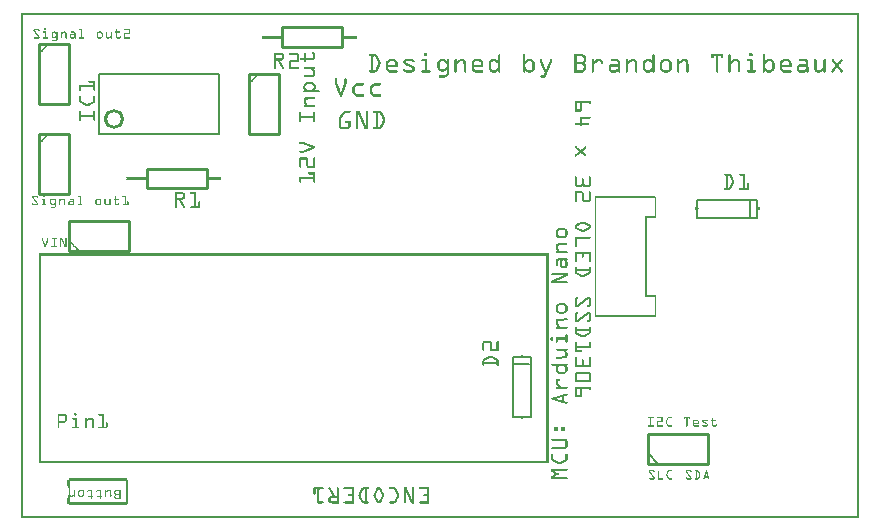
<source format=gto>
G04 MADE WITH FRITZING*
G04 WWW.FRITZING.ORG*
G04 DOUBLE SIDED*
G04 HOLES PLATED*
G04 CONTOUR ON CENTER OF CONTOUR VECTOR*
%ASAXBY*%
%FSLAX23Y23*%
%MOIN*%
%OFA0B0*%
%SFA1.0B1.0*%
%ADD10C,0.066567X0.046567*%
%ADD11C,0.008000*%
%ADD12C,0.010000*%
%ADD13C,0.005000*%
%ADD14R,0.001000X0.001000*%
%LNSILK1*%
G90*
G70*
G54D10*
X309Y1333D03*
G54D11*
X259Y1483D02*
X659Y1483D01*
D02*
X259Y1483D02*
X259Y1323D01*
D02*
X659Y1483D02*
X659Y1283D01*
D02*
X259Y1283D02*
X659Y1283D01*
D02*
X259Y1283D02*
X259Y1323D01*
D02*
X259Y1323D02*
X259Y1343D01*
D02*
X1640Y339D02*
X1640Y539D01*
D02*
X1640Y539D02*
X1670Y539D01*
D02*
X1670Y539D02*
X1700Y539D01*
D02*
X1700Y539D02*
X1700Y339D01*
D02*
X1700Y339D02*
X1670Y339D01*
D02*
X1670Y339D02*
X1640Y339D01*
D02*
X1645Y514D02*
X1695Y514D01*
D02*
X2255Y1063D02*
X2455Y1063D01*
D02*
X2455Y1063D02*
X2455Y1033D01*
D02*
X2455Y1033D02*
X2455Y1003D01*
D02*
X2455Y1003D02*
X2255Y1003D01*
D02*
X2255Y1003D02*
X2255Y1033D01*
D02*
X2255Y1033D02*
X2255Y1063D01*
D02*
X2430Y1058D02*
X2430Y1008D01*
G54D12*
D02*
X59Y1283D02*
X59Y1083D01*
D02*
X59Y1083D02*
X159Y1083D01*
D02*
X159Y1083D02*
X159Y1283D01*
D02*
X159Y1283D02*
X59Y1283D01*
D02*
X872Y1638D02*
X1072Y1638D01*
D02*
X1072Y1638D02*
X1072Y1572D01*
D02*
X1072Y1572D02*
X872Y1572D01*
D02*
X872Y1572D02*
X872Y1638D01*
D02*
X419Y1166D02*
X619Y1166D01*
D02*
X619Y1166D02*
X619Y1100D01*
D02*
X619Y1100D02*
X419Y1100D01*
D02*
X419Y1100D02*
X419Y1166D01*
D02*
X759Y1483D02*
X759Y1283D01*
D02*
X759Y1283D02*
X859Y1283D01*
D02*
X859Y1283D02*
X859Y1483D01*
D02*
X859Y1483D02*
X759Y1483D01*
D02*
X59Y1583D02*
X59Y1383D01*
D02*
X59Y1383D02*
X159Y1383D01*
D02*
X159Y1383D02*
X159Y1583D01*
D02*
X159Y1583D02*
X59Y1583D01*
D02*
X159Y891D02*
X359Y891D01*
D02*
X359Y891D02*
X359Y991D01*
D02*
X359Y991D02*
X159Y991D01*
D02*
X159Y991D02*
X159Y891D01*
D02*
X2089Y182D02*
X2289Y182D01*
D02*
X2289Y182D02*
X2289Y282D01*
D02*
X2289Y282D02*
X2089Y282D01*
D02*
X2089Y282D02*
X2089Y182D01*
G54D13*
D02*
X2124Y182D02*
X2089Y217D01*
G54D14*
X1Y1686D02*
X2795Y1686D01*
X1Y1685D02*
X2795Y1685D01*
X1Y1684D02*
X2795Y1684D01*
X1Y1683D02*
X2795Y1683D01*
X1Y1682D02*
X2795Y1682D01*
X1Y1681D02*
X2795Y1681D01*
X1Y1680D02*
X2795Y1680D01*
X1Y1679D02*
X2795Y1679D01*
X1Y1678D02*
X8Y1678D01*
X2788Y1678D02*
X2795Y1678D01*
X1Y1677D02*
X8Y1677D01*
X2788Y1677D02*
X2795Y1677D01*
X1Y1676D02*
X8Y1676D01*
X2788Y1676D02*
X2795Y1676D01*
X1Y1675D02*
X8Y1675D01*
X2788Y1675D02*
X2795Y1675D01*
X1Y1674D02*
X8Y1674D01*
X2788Y1674D02*
X2795Y1674D01*
X1Y1673D02*
X8Y1673D01*
X2788Y1673D02*
X2795Y1673D01*
X1Y1672D02*
X8Y1672D01*
X2788Y1672D02*
X2795Y1672D01*
X1Y1671D02*
X8Y1671D01*
X2788Y1671D02*
X2795Y1671D01*
X1Y1670D02*
X8Y1670D01*
X2788Y1670D02*
X2795Y1670D01*
X1Y1669D02*
X8Y1669D01*
X2788Y1669D02*
X2795Y1669D01*
X1Y1668D02*
X8Y1668D01*
X2788Y1668D02*
X2795Y1668D01*
X1Y1667D02*
X8Y1667D01*
X2788Y1667D02*
X2795Y1667D01*
X1Y1666D02*
X8Y1666D01*
X2788Y1666D02*
X2795Y1666D01*
X1Y1665D02*
X8Y1665D01*
X2788Y1665D02*
X2795Y1665D01*
X1Y1664D02*
X8Y1664D01*
X2788Y1664D02*
X2795Y1664D01*
X1Y1663D02*
X8Y1663D01*
X2788Y1663D02*
X2795Y1663D01*
X1Y1662D02*
X8Y1662D01*
X2788Y1662D02*
X2795Y1662D01*
X1Y1661D02*
X8Y1661D01*
X2788Y1661D02*
X2795Y1661D01*
X1Y1660D02*
X8Y1660D01*
X2788Y1660D02*
X2795Y1660D01*
X1Y1659D02*
X8Y1659D01*
X2788Y1659D02*
X2795Y1659D01*
X1Y1658D02*
X8Y1658D01*
X2788Y1658D02*
X2795Y1658D01*
X1Y1657D02*
X8Y1657D01*
X2788Y1657D02*
X2795Y1657D01*
X1Y1656D02*
X8Y1656D01*
X2788Y1656D02*
X2795Y1656D01*
X1Y1655D02*
X8Y1655D01*
X2788Y1655D02*
X2795Y1655D01*
X1Y1654D02*
X8Y1654D01*
X2788Y1654D02*
X2795Y1654D01*
X1Y1653D02*
X8Y1653D01*
X2788Y1653D02*
X2795Y1653D01*
X1Y1652D02*
X8Y1652D01*
X2788Y1652D02*
X2795Y1652D01*
X1Y1651D02*
X8Y1651D01*
X2788Y1651D02*
X2795Y1651D01*
X1Y1650D02*
X8Y1650D01*
X2788Y1650D02*
X2795Y1650D01*
X1Y1649D02*
X8Y1649D01*
X2788Y1649D02*
X2795Y1649D01*
X1Y1648D02*
X8Y1648D01*
X2788Y1648D02*
X2795Y1648D01*
X1Y1647D02*
X8Y1647D01*
X2788Y1647D02*
X2795Y1647D01*
X1Y1646D02*
X8Y1646D01*
X2788Y1646D02*
X2795Y1646D01*
X1Y1645D02*
X8Y1645D01*
X2788Y1645D02*
X2795Y1645D01*
X1Y1644D02*
X8Y1644D01*
X2788Y1644D02*
X2795Y1644D01*
X1Y1643D02*
X8Y1643D01*
X2788Y1643D02*
X2795Y1643D01*
X1Y1642D02*
X8Y1642D01*
X2788Y1642D02*
X2795Y1642D01*
X1Y1641D02*
X8Y1641D01*
X2788Y1641D02*
X2795Y1641D01*
X1Y1640D02*
X8Y1640D01*
X2788Y1640D02*
X2795Y1640D01*
X1Y1639D02*
X8Y1639D01*
X2788Y1639D02*
X2795Y1639D01*
X1Y1638D02*
X8Y1638D01*
X2788Y1638D02*
X2795Y1638D01*
X1Y1637D02*
X8Y1637D01*
X2788Y1637D02*
X2795Y1637D01*
X1Y1636D02*
X8Y1636D01*
X2788Y1636D02*
X2795Y1636D01*
X1Y1635D02*
X8Y1635D01*
X2788Y1635D02*
X2795Y1635D01*
X1Y1634D02*
X8Y1634D01*
X2788Y1634D02*
X2795Y1634D01*
X1Y1633D02*
X8Y1633D01*
X79Y1633D02*
X83Y1633D01*
X2788Y1633D02*
X2795Y1633D01*
X1Y1632D02*
X8Y1632D01*
X79Y1632D02*
X84Y1632D01*
X2788Y1632D02*
X2795Y1632D01*
X1Y1631D02*
X8Y1631D01*
X44Y1631D02*
X59Y1631D01*
X79Y1631D02*
X84Y1631D01*
X195Y1631D02*
X204Y1631D01*
X344Y1631D02*
X362Y1631D01*
X2788Y1631D02*
X2795Y1631D01*
X1Y1630D02*
X8Y1630D01*
X43Y1630D02*
X61Y1630D01*
X79Y1630D02*
X84Y1630D01*
X195Y1630D02*
X204Y1630D01*
X319Y1630D02*
X319Y1630D01*
X344Y1630D02*
X363Y1630D01*
X2788Y1630D02*
X2795Y1630D01*
X1Y1629D02*
X8Y1629D01*
X43Y1629D02*
X61Y1629D01*
X79Y1629D02*
X84Y1629D01*
X195Y1629D02*
X204Y1629D01*
X318Y1629D02*
X321Y1629D01*
X344Y1629D02*
X363Y1629D01*
X2788Y1629D02*
X2795Y1629D01*
X1Y1628D02*
X8Y1628D01*
X43Y1628D02*
X62Y1628D01*
X80Y1628D02*
X83Y1628D01*
X196Y1628D02*
X204Y1628D01*
X318Y1628D02*
X321Y1628D01*
X345Y1628D02*
X363Y1628D01*
X2788Y1628D02*
X2795Y1628D01*
X1Y1627D02*
X8Y1627D01*
X42Y1627D02*
X46Y1627D01*
X59Y1627D02*
X62Y1627D01*
X201Y1627D02*
X204Y1627D01*
X318Y1627D02*
X321Y1627D01*
X360Y1627D02*
X363Y1627D01*
X2788Y1627D02*
X2795Y1627D01*
X1Y1626D02*
X8Y1626D01*
X43Y1626D02*
X46Y1626D01*
X59Y1626D02*
X62Y1626D01*
X201Y1626D02*
X204Y1626D01*
X318Y1626D02*
X321Y1626D01*
X360Y1626D02*
X363Y1626D01*
X2788Y1626D02*
X2795Y1626D01*
X1Y1625D02*
X8Y1625D01*
X43Y1625D02*
X47Y1625D01*
X59Y1625D02*
X62Y1625D01*
X201Y1625D02*
X204Y1625D01*
X318Y1625D02*
X321Y1625D01*
X360Y1625D02*
X363Y1625D01*
X2788Y1625D02*
X2795Y1625D01*
X1Y1624D02*
X8Y1624D01*
X44Y1624D02*
X48Y1624D01*
X201Y1624D02*
X204Y1624D01*
X318Y1624D02*
X321Y1624D01*
X360Y1624D02*
X363Y1624D01*
X2788Y1624D02*
X2795Y1624D01*
X1Y1623D02*
X8Y1623D01*
X44Y1623D02*
X49Y1623D01*
X76Y1623D02*
X82Y1623D01*
X110Y1623D02*
X113Y1623D01*
X121Y1623D02*
X121Y1623D01*
X134Y1623D02*
X134Y1623D01*
X144Y1623D02*
X147Y1623D01*
X169Y1623D02*
X177Y1623D01*
X201Y1623D02*
X204Y1623D01*
X260Y1623D02*
X266Y1623D01*
X285Y1623D02*
X285Y1623D01*
X315Y1623D02*
X329Y1623D01*
X360Y1623D02*
X363Y1623D01*
X2788Y1623D02*
X2795Y1623D01*
X1Y1622D02*
X8Y1622D01*
X45Y1622D02*
X49Y1622D01*
X75Y1622D02*
X84Y1622D01*
X107Y1622D02*
X116Y1622D01*
X119Y1622D02*
X122Y1622D01*
X133Y1622D02*
X136Y1622D01*
X141Y1622D02*
X149Y1622D01*
X167Y1622D02*
X179Y1622D01*
X201Y1622D02*
X204Y1622D01*
X258Y1622D02*
X269Y1622D01*
X284Y1622D02*
X286Y1622D01*
X300Y1622D02*
X303Y1622D01*
X314Y1622D02*
X331Y1622D01*
X360Y1622D02*
X363Y1622D01*
X2788Y1622D02*
X2795Y1622D01*
X1Y1621D02*
X8Y1621D01*
X46Y1621D02*
X50Y1621D01*
X75Y1621D02*
X84Y1621D01*
X106Y1621D02*
X117Y1621D01*
X119Y1621D02*
X122Y1621D01*
X133Y1621D02*
X136Y1621D01*
X139Y1621D02*
X150Y1621D01*
X167Y1621D02*
X180Y1621D01*
X201Y1621D02*
X204Y1621D01*
X256Y1621D02*
X270Y1621D01*
X283Y1621D02*
X287Y1621D01*
X300Y1621D02*
X303Y1621D01*
X314Y1621D02*
X331Y1621D01*
X360Y1621D02*
X363Y1621D01*
X2788Y1621D02*
X2795Y1621D01*
X1Y1620D02*
X8Y1620D01*
X47Y1620D02*
X51Y1620D01*
X75Y1620D02*
X84Y1620D01*
X105Y1620D02*
X122Y1620D01*
X133Y1620D02*
X136Y1620D01*
X138Y1620D02*
X151Y1620D01*
X167Y1620D02*
X181Y1620D01*
X201Y1620D02*
X204Y1620D01*
X255Y1620D02*
X271Y1620D01*
X283Y1620D02*
X287Y1620D01*
X300Y1620D02*
X303Y1620D01*
X314Y1620D02*
X331Y1620D01*
X360Y1620D02*
X363Y1620D01*
X2788Y1620D02*
X2795Y1620D01*
X1Y1619D02*
X8Y1619D01*
X47Y1619D02*
X52Y1619D01*
X76Y1619D02*
X84Y1619D01*
X104Y1619D02*
X122Y1619D01*
X133Y1619D02*
X152Y1619D01*
X169Y1619D02*
X182Y1619D01*
X201Y1619D02*
X204Y1619D01*
X254Y1619D02*
X272Y1619D01*
X283Y1619D02*
X287Y1619D01*
X300Y1619D02*
X303Y1619D01*
X315Y1619D02*
X330Y1619D01*
X360Y1619D02*
X363Y1619D01*
X2788Y1619D02*
X2795Y1619D01*
X1Y1618D02*
X8Y1618D01*
X48Y1618D02*
X53Y1618D01*
X81Y1618D02*
X84Y1618D01*
X103Y1618D02*
X108Y1618D01*
X115Y1618D02*
X122Y1618D01*
X133Y1618D02*
X141Y1618D01*
X148Y1618D02*
X152Y1618D01*
X178Y1618D02*
X182Y1618D01*
X201Y1618D02*
X204Y1618D01*
X254Y1618D02*
X258Y1618D01*
X268Y1618D02*
X272Y1618D01*
X283Y1618D02*
X287Y1618D01*
X300Y1618D02*
X303Y1618D01*
X318Y1618D02*
X321Y1618D01*
X360Y1618D02*
X363Y1618D01*
X2788Y1618D02*
X2795Y1618D01*
X1Y1617D02*
X8Y1617D01*
X49Y1617D02*
X53Y1617D01*
X81Y1617D02*
X84Y1617D01*
X103Y1617D02*
X106Y1617D01*
X116Y1617D02*
X122Y1617D01*
X133Y1617D02*
X140Y1617D01*
X149Y1617D02*
X152Y1617D01*
X179Y1617D02*
X182Y1617D01*
X201Y1617D02*
X204Y1617D01*
X253Y1617D02*
X257Y1617D01*
X269Y1617D02*
X273Y1617D01*
X283Y1617D02*
X287Y1617D01*
X300Y1617D02*
X303Y1617D01*
X318Y1617D02*
X321Y1617D01*
X346Y1617D02*
X363Y1617D01*
X2788Y1617D02*
X2795Y1617D01*
X1Y1616D02*
X8Y1616D01*
X50Y1616D02*
X54Y1616D01*
X81Y1616D02*
X84Y1616D01*
X103Y1616D02*
X106Y1616D01*
X118Y1616D02*
X122Y1616D01*
X133Y1616D02*
X138Y1616D01*
X149Y1616D02*
X152Y1616D01*
X179Y1616D02*
X182Y1616D01*
X201Y1616D02*
X204Y1616D01*
X253Y1616D02*
X257Y1616D01*
X270Y1616D02*
X273Y1616D01*
X284Y1616D02*
X287Y1616D01*
X300Y1616D02*
X303Y1616D01*
X318Y1616D02*
X321Y1616D01*
X344Y1616D02*
X363Y1616D01*
X2788Y1616D02*
X2795Y1616D01*
X1Y1615D02*
X8Y1615D01*
X51Y1615D02*
X55Y1615D01*
X81Y1615D02*
X84Y1615D01*
X103Y1615D02*
X106Y1615D01*
X119Y1615D02*
X122Y1615D01*
X133Y1615D02*
X137Y1615D01*
X149Y1615D02*
X152Y1615D01*
X179Y1615D02*
X182Y1615D01*
X201Y1615D02*
X204Y1615D01*
X253Y1615D02*
X256Y1615D01*
X270Y1615D02*
X273Y1615D01*
X284Y1615D02*
X287Y1615D01*
X300Y1615D02*
X303Y1615D01*
X318Y1615D02*
X321Y1615D01*
X344Y1615D02*
X362Y1615D01*
X2788Y1615D02*
X2795Y1615D01*
X1Y1614D02*
X8Y1614D01*
X51Y1614D02*
X56Y1614D01*
X81Y1614D02*
X84Y1614D01*
X103Y1614D02*
X106Y1614D01*
X119Y1614D02*
X122Y1614D01*
X133Y1614D02*
X136Y1614D01*
X149Y1614D02*
X152Y1614D01*
X167Y1614D02*
X182Y1614D01*
X201Y1614D02*
X204Y1614D01*
X253Y1614D02*
X256Y1614D01*
X270Y1614D02*
X273Y1614D01*
X284Y1614D02*
X287Y1614D01*
X300Y1614D02*
X303Y1614D01*
X318Y1614D02*
X321Y1614D01*
X344Y1614D02*
X361Y1614D01*
X2788Y1614D02*
X2795Y1614D01*
X1Y1613D02*
X8Y1613D01*
X52Y1613D02*
X56Y1613D01*
X81Y1613D02*
X84Y1613D01*
X103Y1613D02*
X106Y1613D01*
X119Y1613D02*
X122Y1613D01*
X133Y1613D02*
X136Y1613D01*
X149Y1613D02*
X152Y1613D01*
X166Y1613D02*
X182Y1613D01*
X201Y1613D02*
X204Y1613D01*
X253Y1613D02*
X256Y1613D01*
X270Y1613D02*
X273Y1613D01*
X284Y1613D02*
X287Y1613D01*
X300Y1613D02*
X303Y1613D01*
X318Y1613D02*
X321Y1613D01*
X344Y1613D02*
X347Y1613D01*
X2788Y1613D02*
X2795Y1613D01*
X1Y1612D02*
X8Y1612D01*
X53Y1612D02*
X57Y1612D01*
X81Y1612D02*
X84Y1612D01*
X103Y1612D02*
X106Y1612D01*
X119Y1612D02*
X122Y1612D01*
X133Y1612D02*
X136Y1612D01*
X149Y1612D02*
X152Y1612D01*
X164Y1612D02*
X182Y1612D01*
X201Y1612D02*
X204Y1612D01*
X253Y1612D02*
X256Y1612D01*
X270Y1612D02*
X273Y1612D01*
X284Y1612D02*
X287Y1612D01*
X300Y1612D02*
X303Y1612D01*
X318Y1612D02*
X321Y1612D01*
X344Y1612D02*
X347Y1612D01*
X2788Y1612D02*
X2795Y1612D01*
X1Y1611D02*
X8Y1611D01*
X54Y1611D02*
X58Y1611D01*
X81Y1611D02*
X84Y1611D01*
X103Y1611D02*
X106Y1611D01*
X119Y1611D02*
X122Y1611D01*
X133Y1611D02*
X136Y1611D01*
X149Y1611D02*
X152Y1611D01*
X164Y1611D02*
X182Y1611D01*
X201Y1611D02*
X204Y1611D01*
X253Y1611D02*
X256Y1611D01*
X270Y1611D02*
X273Y1611D01*
X284Y1611D02*
X287Y1611D01*
X300Y1611D02*
X303Y1611D01*
X318Y1611D02*
X321Y1611D01*
X344Y1611D02*
X347Y1611D01*
X2788Y1611D02*
X2795Y1611D01*
X1Y1610D02*
X8Y1610D01*
X54Y1610D02*
X59Y1610D01*
X81Y1610D02*
X84Y1610D01*
X103Y1610D02*
X106Y1610D01*
X119Y1610D02*
X122Y1610D01*
X133Y1610D02*
X136Y1610D01*
X149Y1610D02*
X152Y1610D01*
X163Y1610D02*
X168Y1610D01*
X177Y1610D02*
X182Y1610D01*
X201Y1610D02*
X204Y1610D01*
X253Y1610D02*
X256Y1610D01*
X270Y1610D02*
X273Y1610D01*
X284Y1610D02*
X287Y1610D01*
X300Y1610D02*
X303Y1610D01*
X318Y1610D02*
X321Y1610D01*
X344Y1610D02*
X347Y1610D01*
X2788Y1610D02*
X2795Y1610D01*
X1Y1609D02*
X8Y1609D01*
X55Y1609D02*
X60Y1609D01*
X81Y1609D02*
X84Y1609D01*
X103Y1609D02*
X106Y1609D01*
X118Y1609D02*
X122Y1609D01*
X133Y1609D02*
X136Y1609D01*
X149Y1609D02*
X152Y1609D01*
X163Y1609D02*
X166Y1609D01*
X179Y1609D02*
X182Y1609D01*
X201Y1609D02*
X204Y1609D01*
X253Y1609D02*
X256Y1609D01*
X270Y1609D02*
X273Y1609D01*
X284Y1609D02*
X287Y1609D01*
X300Y1609D02*
X303Y1609D01*
X318Y1609D02*
X321Y1609D01*
X344Y1609D02*
X347Y1609D01*
X806Y1609D02*
X872Y1609D01*
X1073Y1609D02*
X1121Y1609D01*
X2788Y1609D02*
X2795Y1609D01*
X1Y1608D02*
X8Y1608D01*
X56Y1608D02*
X60Y1608D01*
X81Y1608D02*
X84Y1608D01*
X103Y1608D02*
X106Y1608D01*
X117Y1608D02*
X122Y1608D01*
X133Y1608D02*
X136Y1608D01*
X149Y1608D02*
X152Y1608D01*
X163Y1608D02*
X166Y1608D01*
X179Y1608D02*
X182Y1608D01*
X201Y1608D02*
X204Y1608D01*
X253Y1608D02*
X256Y1608D01*
X270Y1608D02*
X273Y1608D01*
X284Y1608D02*
X287Y1608D01*
X300Y1608D02*
X303Y1608D01*
X318Y1608D02*
X321Y1608D01*
X344Y1608D02*
X347Y1608D01*
X806Y1608D02*
X872Y1608D01*
X1073Y1608D02*
X1121Y1608D01*
X2788Y1608D02*
X2795Y1608D01*
X1Y1607D02*
X8Y1607D01*
X44Y1607D02*
X44Y1607D01*
X57Y1607D02*
X61Y1607D01*
X81Y1607D02*
X84Y1607D01*
X103Y1607D02*
X107Y1607D01*
X116Y1607D02*
X122Y1607D01*
X133Y1607D02*
X136Y1607D01*
X149Y1607D02*
X152Y1607D01*
X163Y1607D02*
X166Y1607D01*
X179Y1607D02*
X182Y1607D01*
X201Y1607D02*
X204Y1607D01*
X253Y1607D02*
X256Y1607D01*
X270Y1607D02*
X273Y1607D01*
X284Y1607D02*
X287Y1607D01*
X298Y1607D02*
X303Y1607D01*
X318Y1607D02*
X321Y1607D01*
X331Y1607D02*
X332Y1607D01*
X344Y1607D02*
X347Y1607D01*
X806Y1607D02*
X872Y1607D01*
X1073Y1607D02*
X1121Y1607D01*
X2788Y1607D02*
X2795Y1607D01*
X1Y1606D02*
X8Y1606D01*
X43Y1606D02*
X45Y1606D01*
X58Y1606D02*
X62Y1606D01*
X81Y1606D02*
X84Y1606D01*
X103Y1606D02*
X108Y1606D01*
X115Y1606D02*
X122Y1606D01*
X133Y1606D02*
X136Y1606D01*
X149Y1606D02*
X152Y1606D01*
X163Y1606D02*
X166Y1606D01*
X179Y1606D02*
X182Y1606D01*
X201Y1606D02*
X204Y1606D01*
X253Y1606D02*
X257Y1606D01*
X269Y1606D02*
X273Y1606D01*
X284Y1606D02*
X287Y1606D01*
X297Y1606D02*
X303Y1606D01*
X318Y1606D02*
X321Y1606D01*
X330Y1606D02*
X333Y1606D01*
X344Y1606D02*
X347Y1606D01*
X806Y1606D02*
X872Y1606D01*
X1073Y1606D02*
X1120Y1606D01*
X2788Y1606D02*
X2795Y1606D01*
X1Y1605D02*
X8Y1605D01*
X42Y1605D02*
X46Y1605D01*
X58Y1605D02*
X62Y1605D01*
X81Y1605D02*
X84Y1605D01*
X104Y1605D02*
X122Y1605D01*
X133Y1605D02*
X136Y1605D01*
X149Y1605D02*
X152Y1605D01*
X163Y1605D02*
X166Y1605D01*
X177Y1605D02*
X183Y1605D01*
X201Y1605D02*
X204Y1605D01*
X254Y1605D02*
X258Y1605D01*
X269Y1605D02*
X273Y1605D01*
X284Y1605D02*
X287Y1605D01*
X295Y1605D02*
X303Y1605D01*
X318Y1605D02*
X321Y1605D01*
X330Y1605D02*
X333Y1605D01*
X344Y1605D02*
X347Y1605D01*
X806Y1605D02*
X872Y1605D01*
X1073Y1605D02*
X1120Y1605D01*
X2788Y1605D02*
X2795Y1605D01*
X1Y1604D02*
X8Y1604D01*
X43Y1604D02*
X46Y1604D01*
X59Y1604D02*
X62Y1604D01*
X81Y1604D02*
X84Y1604D01*
X105Y1604D02*
X122Y1604D01*
X133Y1604D02*
X136Y1604D01*
X149Y1604D02*
X152Y1604D01*
X163Y1604D02*
X167Y1604D01*
X175Y1604D02*
X183Y1604D01*
X201Y1604D02*
X205Y1604D01*
X254Y1604D02*
X259Y1604D01*
X267Y1604D02*
X272Y1604D01*
X284Y1604D02*
X288Y1604D01*
X294Y1604D02*
X303Y1604D01*
X318Y1604D02*
X322Y1604D01*
X329Y1604D02*
X333Y1604D01*
X344Y1604D02*
X347Y1604D01*
X806Y1604D02*
X872Y1604D01*
X1073Y1604D02*
X1120Y1604D01*
X2788Y1604D02*
X2795Y1604D01*
X1Y1603D02*
X8Y1603D01*
X43Y1603D02*
X62Y1603D01*
X75Y1603D02*
X89Y1603D01*
X106Y1603D02*
X117Y1603D01*
X119Y1603D02*
X122Y1603D01*
X133Y1603D02*
X136Y1603D01*
X149Y1603D02*
X152Y1603D01*
X164Y1603D02*
X183Y1603D01*
X196Y1603D02*
X210Y1603D01*
X255Y1603D02*
X271Y1603D01*
X284Y1603D02*
X303Y1603D01*
X318Y1603D02*
X333Y1603D01*
X344Y1603D02*
X363Y1603D01*
X806Y1603D02*
X872Y1603D01*
X1073Y1603D02*
X1120Y1603D01*
X2788Y1603D02*
X2795Y1603D01*
X1Y1602D02*
X8Y1602D01*
X43Y1602D02*
X61Y1602D01*
X75Y1602D02*
X90Y1602D01*
X107Y1602D02*
X115Y1602D01*
X119Y1602D02*
X122Y1602D01*
X133Y1602D02*
X136Y1602D01*
X149Y1602D02*
X152Y1602D01*
X164Y1602D02*
X183Y1602D01*
X195Y1602D02*
X211Y1602D01*
X256Y1602D02*
X270Y1602D01*
X285Y1602D02*
X297Y1602D01*
X300Y1602D02*
X303Y1602D01*
X319Y1602D02*
X332Y1602D01*
X344Y1602D02*
X363Y1602D01*
X806Y1602D02*
X872Y1602D01*
X1073Y1602D02*
X1121Y1602D01*
X2788Y1602D02*
X2795Y1602D01*
X1Y1601D02*
X8Y1601D01*
X44Y1601D02*
X61Y1601D01*
X75Y1601D02*
X90Y1601D01*
X119Y1601D02*
X122Y1601D01*
X133Y1601D02*
X136Y1601D01*
X149Y1601D02*
X152Y1601D01*
X165Y1601D02*
X183Y1601D01*
X195Y1601D02*
X211Y1601D01*
X257Y1601D02*
X269Y1601D01*
X286Y1601D02*
X296Y1601D01*
X300Y1601D02*
X303Y1601D01*
X320Y1601D02*
X331Y1601D01*
X344Y1601D02*
X363Y1601D01*
X806Y1601D02*
X872Y1601D01*
X1073Y1601D02*
X1121Y1601D01*
X2788Y1601D02*
X2795Y1601D01*
X1Y1600D02*
X8Y1600D01*
X46Y1600D02*
X60Y1600D01*
X75Y1600D02*
X89Y1600D01*
X119Y1600D02*
X122Y1600D01*
X133Y1600D02*
X135Y1600D01*
X150Y1600D02*
X152Y1600D01*
X167Y1600D02*
X176Y1600D01*
X180Y1600D02*
X182Y1600D01*
X196Y1600D02*
X210Y1600D01*
X258Y1600D02*
X268Y1600D01*
X288Y1600D02*
X294Y1600D01*
X301Y1600D02*
X302Y1600D01*
X321Y1600D02*
X329Y1600D01*
X344Y1600D02*
X363Y1600D01*
X806Y1600D02*
X872Y1600D01*
X1073Y1600D02*
X1121Y1600D01*
X2788Y1600D02*
X2795Y1600D01*
X1Y1599D02*
X8Y1599D01*
X119Y1599D02*
X122Y1599D01*
X2788Y1599D02*
X2795Y1599D01*
X1Y1598D02*
X8Y1598D01*
X119Y1598D02*
X122Y1598D01*
X2788Y1598D02*
X2795Y1598D01*
X1Y1597D02*
X8Y1597D01*
X119Y1597D02*
X122Y1597D01*
X2788Y1597D02*
X2795Y1597D01*
X1Y1596D02*
X8Y1596D01*
X118Y1596D02*
X122Y1596D01*
X2788Y1596D02*
X2795Y1596D01*
X1Y1595D02*
X8Y1595D01*
X116Y1595D02*
X121Y1595D01*
X2788Y1595D02*
X2795Y1595D01*
X1Y1594D02*
X8Y1594D01*
X105Y1594D02*
X121Y1594D01*
X2788Y1594D02*
X2795Y1594D01*
X1Y1593D02*
X8Y1593D01*
X105Y1593D02*
X120Y1593D01*
X2788Y1593D02*
X2795Y1593D01*
X1Y1592D02*
X8Y1592D01*
X105Y1592D02*
X118Y1592D01*
X2788Y1592D02*
X2795Y1592D01*
X1Y1591D02*
X8Y1591D01*
X106Y1591D02*
X117Y1591D01*
X2788Y1591D02*
X2795Y1591D01*
X1Y1590D02*
X8Y1590D01*
X2788Y1590D02*
X2795Y1590D01*
X1Y1589D02*
X8Y1589D01*
X2788Y1589D02*
X2795Y1589D01*
X1Y1588D02*
X8Y1588D01*
X2788Y1588D02*
X2795Y1588D01*
X1Y1587D02*
X8Y1587D01*
X2788Y1587D02*
X2795Y1587D01*
X1Y1586D02*
X8Y1586D01*
X2788Y1586D02*
X2795Y1586D01*
X1Y1585D02*
X8Y1585D01*
X2788Y1585D02*
X2795Y1585D01*
X1Y1584D02*
X8Y1584D01*
X93Y1584D02*
X93Y1584D01*
X2788Y1584D02*
X2795Y1584D01*
X1Y1583D02*
X8Y1583D01*
X92Y1583D02*
X94Y1583D01*
X2788Y1583D02*
X2795Y1583D01*
X1Y1582D02*
X8Y1582D01*
X91Y1582D02*
X95Y1582D01*
X2788Y1582D02*
X2795Y1582D01*
X1Y1581D02*
X8Y1581D01*
X90Y1581D02*
X96Y1581D01*
X2788Y1581D02*
X2795Y1581D01*
X1Y1580D02*
X8Y1580D01*
X89Y1580D02*
X95Y1580D01*
X2788Y1580D02*
X2795Y1580D01*
X1Y1579D02*
X8Y1579D01*
X88Y1579D02*
X94Y1579D01*
X2788Y1579D02*
X2795Y1579D01*
X1Y1578D02*
X8Y1578D01*
X87Y1578D02*
X93Y1578D01*
X2788Y1578D02*
X2795Y1578D01*
X1Y1577D02*
X8Y1577D01*
X86Y1577D02*
X92Y1577D01*
X2788Y1577D02*
X2795Y1577D01*
X1Y1576D02*
X8Y1576D01*
X85Y1576D02*
X91Y1576D01*
X2788Y1576D02*
X2795Y1576D01*
X1Y1575D02*
X8Y1575D01*
X84Y1575D02*
X90Y1575D01*
X2788Y1575D02*
X2795Y1575D01*
X1Y1574D02*
X8Y1574D01*
X83Y1574D02*
X89Y1574D01*
X2788Y1574D02*
X2795Y1574D01*
X1Y1573D02*
X8Y1573D01*
X82Y1573D02*
X88Y1573D01*
X2788Y1573D02*
X2795Y1573D01*
X1Y1572D02*
X8Y1572D01*
X81Y1572D02*
X87Y1572D01*
X2788Y1572D02*
X2795Y1572D01*
X1Y1571D02*
X8Y1571D01*
X80Y1571D02*
X86Y1571D01*
X2788Y1571D02*
X2795Y1571D01*
X1Y1570D02*
X8Y1570D01*
X79Y1570D02*
X85Y1570D01*
X2788Y1570D02*
X2795Y1570D01*
X1Y1569D02*
X8Y1569D01*
X78Y1569D02*
X84Y1569D01*
X2788Y1569D02*
X2795Y1569D01*
X1Y1568D02*
X8Y1568D01*
X77Y1568D02*
X83Y1568D01*
X2788Y1568D02*
X2795Y1568D01*
X1Y1567D02*
X8Y1567D01*
X76Y1567D02*
X81Y1567D01*
X2788Y1567D02*
X2795Y1567D01*
X1Y1566D02*
X8Y1566D01*
X75Y1566D02*
X80Y1566D01*
X2788Y1566D02*
X2795Y1566D01*
X1Y1565D02*
X8Y1565D01*
X74Y1565D02*
X79Y1565D01*
X2788Y1565D02*
X2795Y1565D01*
X1Y1564D02*
X8Y1564D01*
X73Y1564D02*
X78Y1564D01*
X2788Y1564D02*
X2795Y1564D01*
X1Y1563D02*
X8Y1563D01*
X72Y1563D02*
X77Y1563D01*
X2788Y1563D02*
X2795Y1563D01*
X1Y1562D02*
X8Y1562D01*
X71Y1562D02*
X76Y1562D01*
X2788Y1562D02*
X2795Y1562D01*
X1Y1561D02*
X8Y1561D01*
X70Y1561D02*
X75Y1561D01*
X2788Y1561D02*
X2795Y1561D01*
X1Y1560D02*
X8Y1560D01*
X69Y1560D02*
X74Y1560D01*
X2788Y1560D02*
X2795Y1560D01*
X1Y1559D02*
X8Y1559D01*
X68Y1559D02*
X74Y1559D01*
X2788Y1559D02*
X2795Y1559D01*
X1Y1558D02*
X8Y1558D01*
X67Y1558D02*
X73Y1558D01*
X2788Y1558D02*
X2795Y1558D01*
X1Y1557D02*
X8Y1557D01*
X66Y1557D02*
X72Y1557D01*
X2788Y1557D02*
X2795Y1557D01*
X1Y1556D02*
X8Y1556D01*
X65Y1556D02*
X71Y1556D01*
X2788Y1556D02*
X2795Y1556D01*
X1Y1555D02*
X8Y1555D01*
X64Y1555D02*
X70Y1555D01*
X972Y1555D02*
X974Y1555D01*
X2788Y1555D02*
X2795Y1555D01*
X1Y1554D02*
X8Y1554D01*
X63Y1554D02*
X69Y1554D01*
X970Y1554D02*
X976Y1554D01*
X2788Y1554D02*
X2795Y1554D01*
X1Y1553D02*
X8Y1553D01*
X62Y1553D02*
X68Y1553D01*
X970Y1553D02*
X977Y1553D01*
X2788Y1553D02*
X2795Y1553D01*
X1Y1552D02*
X8Y1552D01*
X61Y1552D02*
X67Y1552D01*
X970Y1552D02*
X979Y1552D01*
X2788Y1552D02*
X2795Y1552D01*
X1Y1551D02*
X8Y1551D01*
X60Y1551D02*
X66Y1551D01*
X844Y1551D02*
X869Y1551D01*
X897Y1551D02*
X923Y1551D01*
X944Y1551D02*
X948Y1551D01*
X970Y1551D02*
X979Y1551D01*
X1346Y1551D02*
X1352Y1551D01*
X2430Y1551D02*
X2437Y1551D01*
X2788Y1551D02*
X2795Y1551D01*
X1Y1550D02*
X8Y1550D01*
X59Y1550D02*
X65Y1550D01*
X844Y1550D02*
X872Y1550D01*
X895Y1550D02*
X925Y1550D01*
X944Y1550D02*
X949Y1550D01*
X970Y1550D02*
X980Y1550D01*
X1345Y1550D02*
X1353Y1550D01*
X2429Y1550D02*
X2438Y1550D01*
X2788Y1550D02*
X2795Y1550D01*
X1Y1549D02*
X8Y1549D01*
X59Y1549D02*
X64Y1549D01*
X844Y1549D02*
X874Y1549D01*
X895Y1549D02*
X926Y1549D01*
X943Y1549D02*
X949Y1549D01*
X971Y1549D02*
X981Y1549D01*
X1344Y1549D02*
X1354Y1549D01*
X2428Y1549D02*
X2439Y1549D01*
X2788Y1549D02*
X2795Y1549D01*
X1Y1548D02*
X8Y1548D01*
X60Y1548D02*
X63Y1548D01*
X844Y1548D02*
X875Y1548D01*
X894Y1548D02*
X927Y1548D01*
X943Y1548D02*
X949Y1548D01*
X973Y1548D02*
X981Y1548D01*
X1164Y1548D02*
X1180Y1548D01*
X1344Y1548D02*
X1354Y1548D01*
X1595Y1548D02*
X1595Y1548D01*
X1678Y1548D02*
X1678Y1548D01*
X1846Y1548D02*
X1869Y1548D01*
X2109Y1548D02*
X2109Y1548D01*
X2302Y1548D02*
X2340Y1548D01*
X2363Y1548D02*
X2363Y1548D01*
X2428Y1548D02*
X2439Y1548D01*
X2477Y1548D02*
X2477Y1548D01*
X2788Y1548D02*
X2795Y1548D01*
X1Y1547D02*
X8Y1547D01*
X61Y1547D02*
X62Y1547D01*
X844Y1547D02*
X876Y1547D01*
X895Y1547D02*
X927Y1547D01*
X943Y1547D02*
X949Y1547D01*
X975Y1547D02*
X981Y1547D01*
X1162Y1547D02*
X1183Y1547D01*
X1344Y1547D02*
X1354Y1547D01*
X1593Y1547D02*
X1597Y1547D01*
X1676Y1547D02*
X1680Y1547D01*
X1846Y1547D02*
X1874Y1547D01*
X2107Y1547D02*
X2111Y1547D01*
X2302Y1547D02*
X2341Y1547D01*
X2361Y1547D02*
X2365Y1547D01*
X2428Y1547D02*
X2439Y1547D01*
X2475Y1547D02*
X2479Y1547D01*
X2788Y1547D02*
X2795Y1547D01*
X1Y1546D02*
X8Y1546D01*
X844Y1546D02*
X876Y1546D01*
X895Y1546D02*
X928Y1546D01*
X943Y1546D02*
X949Y1546D01*
X975Y1546D02*
X981Y1546D01*
X1161Y1546D02*
X1185Y1546D01*
X1344Y1546D02*
X1354Y1546D01*
X1592Y1546D02*
X1598Y1546D01*
X1675Y1546D02*
X1681Y1546D01*
X1846Y1546D02*
X1876Y1546D01*
X2106Y1546D02*
X2112Y1546D01*
X2302Y1546D02*
X2341Y1546D01*
X2360Y1546D02*
X2366Y1546D01*
X2428Y1546D02*
X2439Y1546D01*
X2474Y1546D02*
X2480Y1546D01*
X2788Y1546D02*
X2795Y1546D01*
X1Y1545D02*
X8Y1545D01*
X844Y1545D02*
X877Y1545D01*
X896Y1545D02*
X928Y1545D01*
X943Y1545D02*
X949Y1545D01*
X975Y1545D02*
X981Y1545D01*
X1161Y1545D02*
X1186Y1545D01*
X1344Y1545D02*
X1354Y1545D01*
X1592Y1545D02*
X1598Y1545D01*
X1674Y1545D02*
X1681Y1545D01*
X1846Y1545D02*
X1877Y1545D01*
X2105Y1545D02*
X2112Y1545D01*
X2302Y1545D02*
X2341Y1545D01*
X2359Y1545D02*
X2366Y1545D01*
X2428Y1545D02*
X2439Y1545D01*
X2474Y1545D02*
X2480Y1545D01*
X2788Y1545D02*
X2795Y1545D01*
X1Y1544D02*
X8Y1544D01*
X844Y1544D02*
X850Y1544D01*
X869Y1544D02*
X877Y1544D01*
X922Y1544D02*
X928Y1544D01*
X943Y1544D02*
X949Y1544D01*
X975Y1544D02*
X981Y1544D01*
X1161Y1544D02*
X1187Y1544D01*
X1344Y1544D02*
X1354Y1544D01*
X1592Y1544D02*
X1598Y1544D01*
X1674Y1544D02*
X1681Y1544D01*
X1846Y1544D02*
X1878Y1544D01*
X2105Y1544D02*
X2112Y1544D01*
X2302Y1544D02*
X2341Y1544D01*
X2359Y1544D02*
X2366Y1544D01*
X2428Y1544D02*
X2439Y1544D01*
X2473Y1544D02*
X2480Y1544D01*
X2788Y1544D02*
X2795Y1544D01*
X1Y1543D02*
X8Y1543D01*
X844Y1543D02*
X850Y1543D01*
X871Y1543D02*
X877Y1543D01*
X922Y1543D02*
X928Y1543D01*
X943Y1543D02*
X949Y1543D01*
X975Y1543D02*
X981Y1543D01*
X1161Y1543D02*
X1188Y1543D01*
X1344Y1543D02*
X1354Y1543D01*
X1591Y1543D02*
X1598Y1543D01*
X1674Y1543D02*
X1681Y1543D01*
X1846Y1543D02*
X1879Y1543D01*
X2105Y1543D02*
X2112Y1543D01*
X2302Y1543D02*
X2341Y1543D01*
X2359Y1543D02*
X2366Y1543D01*
X2428Y1543D02*
X2439Y1543D01*
X2473Y1543D02*
X2480Y1543D01*
X2788Y1543D02*
X2795Y1543D01*
X1Y1542D02*
X8Y1542D01*
X844Y1542D02*
X850Y1542D01*
X871Y1542D02*
X878Y1542D01*
X922Y1542D02*
X928Y1542D01*
X943Y1542D02*
X949Y1542D01*
X975Y1542D02*
X981Y1542D01*
X1161Y1542D02*
X1189Y1542D01*
X1344Y1542D02*
X1354Y1542D01*
X1591Y1542D02*
X1598Y1542D01*
X1674Y1542D02*
X1681Y1542D01*
X1846Y1542D02*
X1880Y1542D01*
X2105Y1542D02*
X2112Y1542D01*
X2302Y1542D02*
X2341Y1542D01*
X2359Y1542D02*
X2366Y1542D01*
X2429Y1542D02*
X2438Y1542D01*
X2473Y1542D02*
X2480Y1542D01*
X2788Y1542D02*
X2795Y1542D01*
X1Y1541D02*
X8Y1541D01*
X844Y1541D02*
X850Y1541D01*
X872Y1541D02*
X878Y1541D01*
X922Y1541D02*
X928Y1541D01*
X943Y1541D02*
X949Y1541D01*
X975Y1541D02*
X981Y1541D01*
X1162Y1541D02*
X1189Y1541D01*
X1345Y1541D02*
X1353Y1541D01*
X1591Y1541D02*
X1598Y1541D01*
X1674Y1541D02*
X1681Y1541D01*
X1846Y1541D02*
X1881Y1541D01*
X2105Y1541D02*
X2112Y1541D01*
X2302Y1541D02*
X2341Y1541D01*
X2359Y1541D02*
X2366Y1541D01*
X2430Y1541D02*
X2437Y1541D01*
X2473Y1541D02*
X2480Y1541D01*
X2788Y1541D02*
X2795Y1541D01*
X1Y1540D02*
X8Y1540D01*
X844Y1540D02*
X850Y1540D01*
X872Y1540D02*
X878Y1540D01*
X922Y1540D02*
X928Y1540D01*
X943Y1540D02*
X949Y1540D01*
X975Y1540D02*
X981Y1540D01*
X1168Y1540D02*
X1176Y1540D01*
X1180Y1540D02*
X1190Y1540D01*
X1591Y1540D02*
X1598Y1540D01*
X1674Y1540D02*
X1681Y1540D01*
X1846Y1540D02*
X1853Y1540D01*
X1870Y1540D02*
X1882Y1540D01*
X2105Y1540D02*
X2112Y1540D01*
X2302Y1540D02*
X2309Y1540D01*
X2318Y1540D02*
X2325Y1540D01*
X2333Y1540D02*
X2341Y1540D01*
X2359Y1540D02*
X2366Y1540D01*
X2473Y1540D02*
X2480Y1540D01*
X2788Y1540D02*
X2795Y1540D01*
X1Y1539D02*
X8Y1539D01*
X844Y1539D02*
X850Y1539D01*
X872Y1539D02*
X878Y1539D01*
X922Y1539D02*
X928Y1539D01*
X943Y1539D02*
X949Y1539D01*
X975Y1539D02*
X981Y1539D01*
X1168Y1539D02*
X1175Y1539D01*
X1182Y1539D02*
X1190Y1539D01*
X1591Y1539D02*
X1598Y1539D01*
X1674Y1539D02*
X1681Y1539D01*
X1846Y1539D02*
X1853Y1539D01*
X1873Y1539D02*
X1882Y1539D01*
X2105Y1539D02*
X2112Y1539D01*
X2302Y1539D02*
X2309Y1539D01*
X2318Y1539D02*
X2325Y1539D01*
X2334Y1539D02*
X2341Y1539D01*
X2359Y1539D02*
X2366Y1539D01*
X2473Y1539D02*
X2480Y1539D01*
X2788Y1539D02*
X2795Y1539D01*
X1Y1538D02*
X8Y1538D01*
X844Y1538D02*
X850Y1538D01*
X872Y1538D02*
X878Y1538D01*
X922Y1538D02*
X928Y1538D01*
X943Y1538D02*
X949Y1538D01*
X975Y1538D02*
X981Y1538D01*
X1168Y1538D02*
X1175Y1538D01*
X1183Y1538D02*
X1191Y1538D01*
X1591Y1538D02*
X1598Y1538D01*
X1674Y1538D02*
X1681Y1538D01*
X1846Y1538D02*
X1853Y1538D01*
X1874Y1538D02*
X1883Y1538D01*
X2105Y1538D02*
X2112Y1538D01*
X2302Y1538D02*
X2309Y1538D01*
X2318Y1538D02*
X2325Y1538D01*
X2334Y1538D02*
X2341Y1538D01*
X2359Y1538D02*
X2366Y1538D01*
X2473Y1538D02*
X2480Y1538D01*
X2788Y1538D02*
X2795Y1538D01*
X1Y1537D02*
X8Y1537D01*
X844Y1537D02*
X850Y1537D01*
X872Y1537D02*
X878Y1537D01*
X922Y1537D02*
X928Y1537D01*
X943Y1537D02*
X949Y1537D01*
X975Y1537D02*
X981Y1537D01*
X1168Y1537D02*
X1175Y1537D01*
X1183Y1537D02*
X1191Y1537D01*
X1591Y1537D02*
X1598Y1537D01*
X1674Y1537D02*
X1681Y1537D01*
X1846Y1537D02*
X1853Y1537D01*
X1875Y1537D02*
X1883Y1537D01*
X2105Y1537D02*
X2112Y1537D01*
X2302Y1537D02*
X2309Y1537D01*
X2318Y1537D02*
X2325Y1537D01*
X2334Y1537D02*
X2340Y1537D01*
X2359Y1537D02*
X2366Y1537D01*
X2473Y1537D02*
X2480Y1537D01*
X2788Y1537D02*
X2795Y1537D01*
X1Y1536D02*
X8Y1536D01*
X844Y1536D02*
X850Y1536D01*
X872Y1536D02*
X878Y1536D01*
X922Y1536D02*
X928Y1536D01*
X943Y1536D02*
X949Y1536D01*
X975Y1536D02*
X981Y1536D01*
X1168Y1536D02*
X1175Y1536D01*
X1184Y1536D02*
X1192Y1536D01*
X1591Y1536D02*
X1598Y1536D01*
X1674Y1536D02*
X1681Y1536D01*
X1846Y1536D02*
X1853Y1536D01*
X1876Y1536D02*
X1883Y1536D01*
X2105Y1536D02*
X2112Y1536D01*
X2303Y1536D02*
X2309Y1536D01*
X2318Y1536D02*
X2325Y1536D01*
X2334Y1536D02*
X2340Y1536D01*
X2359Y1536D02*
X2366Y1536D01*
X2473Y1536D02*
X2480Y1536D01*
X2788Y1536D02*
X2795Y1536D01*
X1Y1535D02*
X8Y1535D01*
X844Y1535D02*
X850Y1535D01*
X871Y1535D02*
X878Y1535D01*
X922Y1535D02*
X928Y1535D01*
X943Y1535D02*
X949Y1535D01*
X974Y1535D02*
X981Y1535D01*
X1168Y1535D02*
X1175Y1535D01*
X1184Y1535D02*
X1192Y1535D01*
X1591Y1535D02*
X1598Y1535D01*
X1674Y1535D02*
X1681Y1535D01*
X1846Y1535D02*
X1853Y1535D01*
X1876Y1535D02*
X1884Y1535D01*
X2105Y1535D02*
X2112Y1535D01*
X2303Y1535D02*
X2308Y1535D01*
X2318Y1535D02*
X2325Y1535D01*
X2334Y1535D02*
X2340Y1535D01*
X2359Y1535D02*
X2366Y1535D01*
X2473Y1535D02*
X2480Y1535D01*
X2788Y1535D02*
X2795Y1535D01*
X1Y1534D02*
X8Y1534D01*
X844Y1534D02*
X850Y1534D01*
X870Y1534D02*
X877Y1534D01*
X922Y1534D02*
X928Y1534D01*
X933Y1534D02*
X981Y1534D01*
X1168Y1534D02*
X1175Y1534D01*
X1185Y1534D02*
X1193Y1534D01*
X1591Y1534D02*
X1598Y1534D01*
X1674Y1534D02*
X1681Y1534D01*
X1846Y1534D02*
X1853Y1534D01*
X1877Y1534D02*
X1884Y1534D01*
X2105Y1534D02*
X2112Y1534D01*
X2304Y1534D02*
X2307Y1534D01*
X2318Y1534D02*
X2325Y1534D01*
X2336Y1534D02*
X2338Y1534D01*
X2359Y1534D02*
X2366Y1534D01*
X2473Y1534D02*
X2480Y1534D01*
X2788Y1534D02*
X2795Y1534D01*
X1Y1533D02*
X8Y1533D01*
X844Y1533D02*
X877Y1533D01*
X922Y1533D02*
X928Y1533D01*
X932Y1533D02*
X980Y1533D01*
X1168Y1533D02*
X1175Y1533D01*
X1185Y1533D02*
X1193Y1533D01*
X1591Y1533D02*
X1598Y1533D01*
X1674Y1533D02*
X1681Y1533D01*
X1846Y1533D02*
X1853Y1533D01*
X1877Y1533D02*
X1884Y1533D01*
X2105Y1533D02*
X2112Y1533D01*
X2318Y1533D02*
X2325Y1533D01*
X2359Y1533D02*
X2366Y1533D01*
X2473Y1533D02*
X2480Y1533D01*
X2788Y1533D02*
X2795Y1533D01*
X1Y1532D02*
X8Y1532D01*
X844Y1532D02*
X876Y1532D01*
X922Y1532D02*
X928Y1532D01*
X931Y1532D02*
X980Y1532D01*
X1168Y1532D02*
X1175Y1532D01*
X1186Y1532D02*
X1194Y1532D01*
X1591Y1532D02*
X1598Y1532D01*
X1674Y1532D02*
X1681Y1532D01*
X1846Y1532D02*
X1853Y1532D01*
X1877Y1532D02*
X1884Y1532D01*
X2105Y1532D02*
X2112Y1532D01*
X2318Y1532D02*
X2325Y1532D01*
X2359Y1532D02*
X2366Y1532D01*
X2473Y1532D02*
X2480Y1532D01*
X2788Y1532D02*
X2795Y1532D01*
X1Y1531D02*
X8Y1531D01*
X844Y1531D02*
X876Y1531D01*
X922Y1531D02*
X928Y1531D01*
X931Y1531D02*
X979Y1531D01*
X1168Y1531D02*
X1175Y1531D01*
X1186Y1531D02*
X1194Y1531D01*
X1229Y1531D02*
X1244Y1531D01*
X1283Y1531D02*
X1305Y1531D01*
X1338Y1531D02*
X1352Y1531D01*
X1401Y1531D02*
X1411Y1531D01*
X1423Y1531D02*
X1425Y1531D01*
X1448Y1531D02*
X1451Y1531D01*
X1465Y1531D02*
X1474Y1531D01*
X1515Y1531D02*
X1530Y1531D01*
X1572Y1531D02*
X1583Y1531D01*
X1591Y1531D02*
X1598Y1531D01*
X1674Y1531D02*
X1681Y1531D01*
X1690Y1531D02*
X1701Y1531D01*
X1734Y1531D02*
X1736Y1531D01*
X1765Y1531D02*
X1767Y1531D01*
X1846Y1531D02*
X1853Y1531D01*
X1877Y1531D02*
X1884Y1531D01*
X1905Y1531D02*
X1907Y1531D01*
X1921Y1531D02*
X1932Y1531D01*
X1970Y1531D02*
X1988Y1531D01*
X2019Y1531D02*
X2021Y1531D01*
X2036Y1531D02*
X2045Y1531D01*
X2086Y1531D02*
X2096Y1531D01*
X2105Y1531D02*
X2112Y1531D01*
X2143Y1531D02*
X2157Y1531D01*
X2190Y1531D02*
X2193Y1531D01*
X2207Y1531D02*
X2216Y1531D01*
X2318Y1531D02*
X2325Y1531D01*
X2359Y1531D02*
X2366Y1531D01*
X2378Y1531D02*
X2388Y1531D01*
X2423Y1531D02*
X2437Y1531D01*
X2473Y1531D02*
X2480Y1531D01*
X2489Y1531D02*
X2500Y1531D01*
X2542Y1531D02*
X2557Y1531D01*
X2598Y1531D02*
X2616Y1531D01*
X2647Y1531D02*
X2649Y1531D01*
X2678Y1531D02*
X2681Y1531D01*
X2705Y1531D02*
X2707Y1531D01*
X2735Y1531D02*
X2737Y1531D01*
X2788Y1531D02*
X2795Y1531D01*
X1Y1530D02*
X8Y1530D01*
X844Y1530D02*
X875Y1530D01*
X922Y1530D02*
X928Y1530D01*
X931Y1530D02*
X978Y1530D01*
X1168Y1530D02*
X1175Y1530D01*
X1187Y1530D02*
X1195Y1530D01*
X1227Y1530D02*
X1247Y1530D01*
X1281Y1530D02*
X1307Y1530D01*
X1337Y1530D02*
X1353Y1530D01*
X1398Y1530D02*
X1414Y1530D01*
X1421Y1530D02*
X1426Y1530D01*
X1447Y1530D02*
X1452Y1530D01*
X1463Y1530D02*
X1477Y1530D01*
X1512Y1530D02*
X1532Y1530D01*
X1569Y1530D02*
X1585Y1530D01*
X1591Y1530D02*
X1598Y1530D01*
X1674Y1530D02*
X1681Y1530D01*
X1687Y1530D02*
X1703Y1530D01*
X1732Y1530D02*
X1737Y1530D01*
X1764Y1530D02*
X1769Y1530D01*
X1846Y1530D02*
X1853Y1530D01*
X1877Y1530D02*
X1884Y1530D01*
X1904Y1530D02*
X1909Y1530D01*
X1919Y1530D02*
X1935Y1530D01*
X1969Y1530D02*
X1991Y1530D01*
X2018Y1530D02*
X2023Y1530D01*
X2033Y1530D02*
X2048Y1530D01*
X2083Y1530D02*
X2099Y1530D01*
X2105Y1530D02*
X2112Y1530D01*
X2140Y1530D02*
X2160Y1530D01*
X2189Y1530D02*
X2194Y1530D01*
X2205Y1530D02*
X2219Y1530D01*
X2318Y1530D02*
X2325Y1530D01*
X2359Y1530D02*
X2366Y1530D01*
X2376Y1530D02*
X2390Y1530D01*
X2421Y1530D02*
X2438Y1530D01*
X2473Y1530D02*
X2480Y1530D01*
X2487Y1530D02*
X2503Y1530D01*
X2540Y1530D02*
X2560Y1530D01*
X2596Y1530D02*
X2619Y1530D01*
X2646Y1530D02*
X2651Y1530D01*
X2677Y1530D02*
X2682Y1530D01*
X2704Y1530D02*
X2709Y1530D01*
X2733Y1530D02*
X2738Y1530D01*
X2788Y1530D02*
X2795Y1530D01*
X1Y1529D02*
X8Y1529D01*
X844Y1529D02*
X874Y1529D01*
X922Y1529D02*
X928Y1529D01*
X932Y1529D02*
X976Y1529D01*
X1168Y1529D02*
X1175Y1529D01*
X1187Y1529D02*
X1195Y1529D01*
X1225Y1529D02*
X1248Y1529D01*
X1279Y1529D02*
X1309Y1529D01*
X1336Y1529D02*
X1354Y1529D01*
X1397Y1529D02*
X1416Y1529D01*
X1421Y1529D02*
X1427Y1529D01*
X1446Y1529D02*
X1453Y1529D01*
X1461Y1529D02*
X1479Y1529D01*
X1511Y1529D02*
X1534Y1529D01*
X1568Y1529D02*
X1587Y1529D01*
X1591Y1529D02*
X1598Y1529D01*
X1674Y1529D02*
X1681Y1529D01*
X1686Y1529D02*
X1705Y1529D01*
X1732Y1529D02*
X1738Y1529D01*
X1763Y1529D02*
X1769Y1529D01*
X1846Y1529D02*
X1853Y1529D01*
X1877Y1529D02*
X1884Y1529D01*
X1903Y1529D02*
X1909Y1529D01*
X1918Y1529D02*
X1936Y1529D01*
X1968Y1529D02*
X1992Y1529D01*
X2017Y1529D02*
X2023Y1529D01*
X2032Y1529D02*
X2049Y1529D01*
X2082Y1529D02*
X2101Y1529D01*
X2105Y1529D02*
X2112Y1529D01*
X2139Y1529D02*
X2162Y1529D01*
X2188Y1529D02*
X2195Y1529D01*
X2203Y1529D02*
X2221Y1529D01*
X2318Y1529D02*
X2325Y1529D01*
X2359Y1529D02*
X2366Y1529D01*
X2374Y1529D02*
X2392Y1529D01*
X2421Y1529D02*
X2439Y1529D01*
X2473Y1529D02*
X2480Y1529D01*
X2485Y1529D02*
X2504Y1529D01*
X2538Y1529D02*
X2561Y1529D01*
X2596Y1529D02*
X2620Y1529D01*
X2645Y1529D02*
X2651Y1529D01*
X2676Y1529D02*
X2683Y1529D01*
X2703Y1529D02*
X2709Y1529D01*
X2732Y1529D02*
X2739Y1529D01*
X2788Y1529D02*
X2795Y1529D01*
X1Y1528D02*
X8Y1528D01*
X844Y1528D02*
X872Y1528D01*
X922Y1528D02*
X928Y1528D01*
X933Y1528D02*
X974Y1528D01*
X1168Y1528D02*
X1175Y1528D01*
X1188Y1528D02*
X1196Y1528D01*
X1224Y1528D02*
X1250Y1528D01*
X1278Y1528D02*
X1310Y1528D01*
X1336Y1528D02*
X1354Y1528D01*
X1395Y1528D02*
X1417Y1528D01*
X1420Y1528D02*
X1427Y1528D01*
X1446Y1528D02*
X1453Y1528D01*
X1459Y1528D02*
X1480Y1528D01*
X1509Y1528D02*
X1535Y1528D01*
X1566Y1528D02*
X1588Y1528D01*
X1591Y1528D02*
X1598Y1528D01*
X1674Y1528D02*
X1681Y1528D01*
X1684Y1528D02*
X1706Y1528D01*
X1732Y1528D02*
X1738Y1528D01*
X1763Y1528D02*
X1770Y1528D01*
X1846Y1528D02*
X1853Y1528D01*
X1877Y1528D02*
X1884Y1528D01*
X1903Y1528D02*
X1909Y1528D01*
X1917Y1528D02*
X1937Y1528D01*
X1968Y1528D02*
X1993Y1528D01*
X2017Y1528D02*
X2024Y1528D01*
X2030Y1528D02*
X2051Y1528D01*
X2080Y1528D02*
X2102Y1528D01*
X2105Y1528D02*
X2112Y1528D01*
X2137Y1528D02*
X2163Y1528D01*
X2188Y1528D02*
X2195Y1528D01*
X2201Y1528D02*
X2222Y1528D01*
X2318Y1528D02*
X2325Y1528D01*
X2359Y1528D02*
X2366Y1528D01*
X2372Y1528D02*
X2393Y1528D01*
X2420Y1528D02*
X2439Y1528D01*
X2473Y1528D02*
X2480Y1528D01*
X2483Y1528D02*
X2505Y1528D01*
X2537Y1528D02*
X2562Y1528D01*
X2596Y1528D02*
X2621Y1528D01*
X2645Y1528D02*
X2651Y1528D01*
X2676Y1528D02*
X2683Y1528D01*
X2703Y1528D02*
X2710Y1528D01*
X2732Y1528D02*
X2739Y1528D01*
X2788Y1528D02*
X2795Y1528D01*
X1Y1527D02*
X8Y1527D01*
X844Y1527D02*
X870Y1527D01*
X899Y1527D02*
X928Y1527D01*
X943Y1527D02*
X949Y1527D01*
X1168Y1527D02*
X1175Y1527D01*
X1188Y1527D02*
X1196Y1527D01*
X1223Y1527D02*
X1251Y1527D01*
X1277Y1527D02*
X1311Y1527D01*
X1336Y1527D02*
X1354Y1527D01*
X1394Y1527D02*
X1418Y1527D01*
X1420Y1527D02*
X1427Y1527D01*
X1446Y1527D02*
X1453Y1527D01*
X1458Y1527D02*
X1481Y1527D01*
X1508Y1527D02*
X1536Y1527D01*
X1565Y1527D02*
X1589Y1527D01*
X1591Y1527D02*
X1598Y1527D01*
X1674Y1527D02*
X1681Y1527D01*
X1683Y1527D02*
X1707Y1527D01*
X1731Y1527D02*
X1738Y1527D01*
X1763Y1527D02*
X1770Y1527D01*
X1846Y1527D02*
X1853Y1527D01*
X1877Y1527D02*
X1884Y1527D01*
X1903Y1527D02*
X1910Y1527D01*
X1916Y1527D02*
X1938Y1527D01*
X1968Y1527D02*
X1994Y1527D01*
X2017Y1527D02*
X2024Y1527D01*
X2028Y1527D02*
X2051Y1527D01*
X2079Y1527D02*
X2103Y1527D01*
X2105Y1527D02*
X2112Y1527D01*
X2136Y1527D02*
X2164Y1527D01*
X2188Y1527D02*
X2195Y1527D01*
X2200Y1527D02*
X2223Y1527D01*
X2318Y1527D02*
X2325Y1527D01*
X2359Y1527D02*
X2366Y1527D01*
X2371Y1527D02*
X2394Y1527D01*
X2420Y1527D02*
X2439Y1527D01*
X2473Y1527D02*
X2480Y1527D01*
X2482Y1527D02*
X2507Y1527D01*
X2536Y1527D02*
X2564Y1527D01*
X2596Y1527D02*
X2622Y1527D01*
X2645Y1527D02*
X2652Y1527D01*
X2676Y1527D02*
X2683Y1527D01*
X2703Y1527D02*
X2711Y1527D01*
X2731Y1527D02*
X2739Y1527D01*
X2788Y1527D02*
X2795Y1527D01*
X1Y1526D02*
X8Y1526D01*
X844Y1526D02*
X850Y1526D01*
X856Y1526D02*
X863Y1526D01*
X897Y1526D02*
X928Y1526D01*
X943Y1526D02*
X949Y1526D01*
X1168Y1526D02*
X1175Y1526D01*
X1189Y1526D02*
X1197Y1526D01*
X1222Y1526D02*
X1252Y1526D01*
X1277Y1526D02*
X1312Y1526D01*
X1336Y1526D02*
X1354Y1526D01*
X1393Y1526D02*
X1427Y1526D01*
X1446Y1526D02*
X1453Y1526D01*
X1456Y1526D02*
X1481Y1526D01*
X1507Y1526D02*
X1537Y1526D01*
X1564Y1526D02*
X1598Y1526D01*
X1674Y1526D02*
X1709Y1526D01*
X1731Y1526D02*
X1738Y1526D01*
X1763Y1526D02*
X1770Y1526D01*
X1846Y1526D02*
X1853Y1526D01*
X1876Y1526D02*
X1884Y1526D01*
X1903Y1526D02*
X1910Y1526D01*
X1914Y1526D02*
X1939Y1526D01*
X1968Y1526D02*
X1995Y1526D01*
X2017Y1526D02*
X2024Y1526D01*
X2027Y1526D02*
X2052Y1526D01*
X2078Y1526D02*
X2112Y1526D01*
X2135Y1526D02*
X2165Y1526D01*
X2188Y1526D02*
X2195Y1526D01*
X2198Y1526D02*
X2223Y1526D01*
X2318Y1526D02*
X2325Y1526D01*
X2359Y1526D02*
X2366Y1526D01*
X2369Y1526D02*
X2395Y1526D01*
X2421Y1526D02*
X2439Y1526D01*
X2473Y1526D02*
X2508Y1526D01*
X2535Y1526D02*
X2565Y1526D01*
X2596Y1526D02*
X2623Y1526D01*
X2645Y1526D02*
X2652Y1526D01*
X2676Y1526D02*
X2683Y1526D01*
X2703Y1526D02*
X2712Y1526D01*
X2730Y1526D02*
X2739Y1526D01*
X2788Y1526D02*
X2795Y1526D01*
X1Y1525D02*
X8Y1525D01*
X844Y1525D02*
X850Y1525D01*
X857Y1525D02*
X864Y1525D01*
X896Y1525D02*
X927Y1525D01*
X943Y1525D02*
X949Y1525D01*
X1168Y1525D02*
X1175Y1525D01*
X1189Y1525D02*
X1197Y1525D01*
X1221Y1525D02*
X1253Y1525D01*
X1276Y1525D02*
X1312Y1525D01*
X1337Y1525D02*
X1354Y1525D01*
X1392Y1525D02*
X1427Y1525D01*
X1446Y1525D02*
X1482Y1525D01*
X1506Y1525D02*
X1538Y1525D01*
X1563Y1525D02*
X1598Y1525D01*
X1674Y1525D02*
X1710Y1525D01*
X1731Y1525D02*
X1738Y1525D01*
X1763Y1525D02*
X1770Y1525D01*
X1846Y1525D02*
X1853Y1525D01*
X1876Y1525D02*
X1883Y1525D01*
X1903Y1525D02*
X1910Y1525D01*
X1913Y1525D02*
X1940Y1525D01*
X1968Y1525D02*
X1996Y1525D01*
X2017Y1525D02*
X2053Y1525D01*
X2077Y1525D02*
X2112Y1525D01*
X2134Y1525D02*
X2166Y1525D01*
X2188Y1525D02*
X2224Y1525D01*
X2318Y1525D02*
X2325Y1525D01*
X2359Y1525D02*
X2395Y1525D01*
X2421Y1525D02*
X2439Y1525D01*
X2473Y1525D02*
X2509Y1525D01*
X2534Y1525D02*
X2566Y1525D01*
X2596Y1525D02*
X2624Y1525D01*
X2645Y1525D02*
X2652Y1525D01*
X2676Y1525D02*
X2683Y1525D01*
X2703Y1525D02*
X2713Y1525D01*
X2729Y1525D02*
X2738Y1525D01*
X2788Y1525D02*
X2795Y1525D01*
X1Y1524D02*
X8Y1524D01*
X844Y1524D02*
X850Y1524D01*
X857Y1524D02*
X865Y1524D01*
X895Y1524D02*
X927Y1524D01*
X943Y1524D02*
X949Y1524D01*
X1168Y1524D02*
X1175Y1524D01*
X1190Y1524D02*
X1197Y1524D01*
X1220Y1524D02*
X1254Y1524D01*
X1276Y1524D02*
X1312Y1524D01*
X1338Y1524D02*
X1354Y1524D01*
X1391Y1524D02*
X1427Y1524D01*
X1446Y1524D02*
X1482Y1524D01*
X1505Y1524D02*
X1539Y1524D01*
X1562Y1524D02*
X1598Y1524D01*
X1674Y1524D02*
X1710Y1524D01*
X1731Y1524D02*
X1738Y1524D01*
X1763Y1524D02*
X1770Y1524D01*
X1846Y1524D02*
X1853Y1524D01*
X1875Y1524D02*
X1883Y1524D01*
X1903Y1524D02*
X1910Y1524D01*
X1912Y1524D02*
X1940Y1524D01*
X1970Y1524D02*
X1996Y1524D01*
X2017Y1524D02*
X2053Y1524D01*
X2076Y1524D02*
X2112Y1524D01*
X2133Y1524D02*
X2167Y1524D01*
X2188Y1524D02*
X2224Y1524D01*
X2318Y1524D02*
X2325Y1524D01*
X2359Y1524D02*
X2396Y1524D01*
X2422Y1524D02*
X2439Y1524D01*
X2473Y1524D02*
X2510Y1524D01*
X2533Y1524D02*
X2567Y1524D01*
X2597Y1524D02*
X2624Y1524D01*
X2645Y1524D02*
X2652Y1524D01*
X2676Y1524D02*
X2683Y1524D01*
X2704Y1524D02*
X2714Y1524D01*
X2728Y1524D02*
X2738Y1524D01*
X2788Y1524D02*
X2795Y1524D01*
X1Y1523D02*
X8Y1523D01*
X844Y1523D02*
X850Y1523D01*
X858Y1523D02*
X865Y1523D01*
X895Y1523D02*
X926Y1523D01*
X943Y1523D02*
X949Y1523D01*
X1168Y1523D02*
X1175Y1523D01*
X1190Y1523D02*
X1198Y1523D01*
X1219Y1523D02*
X1230Y1523D01*
X1244Y1523D02*
X1254Y1523D01*
X1276Y1523D02*
X1284Y1523D01*
X1304Y1523D02*
X1312Y1523D01*
X1348Y1523D02*
X1354Y1523D01*
X1390Y1523D02*
X1401Y1523D01*
X1411Y1523D02*
X1427Y1523D01*
X1446Y1523D02*
X1465Y1523D01*
X1474Y1523D02*
X1483Y1523D01*
X1505Y1523D02*
X1515Y1523D01*
X1529Y1523D02*
X1540Y1523D01*
X1562Y1523D02*
X1572Y1523D01*
X1582Y1523D02*
X1598Y1523D01*
X1674Y1523D02*
X1690Y1523D01*
X1700Y1523D02*
X1711Y1523D01*
X1731Y1523D02*
X1738Y1523D01*
X1763Y1523D02*
X1770Y1523D01*
X1846Y1523D02*
X1853Y1523D01*
X1874Y1523D02*
X1883Y1523D01*
X1903Y1523D02*
X1922Y1523D01*
X1932Y1523D02*
X1940Y1523D01*
X1988Y1523D02*
X1996Y1523D01*
X2017Y1523D02*
X2036Y1523D01*
X2045Y1523D02*
X2054Y1523D01*
X2075Y1523D02*
X2086Y1523D01*
X2096Y1523D02*
X2112Y1523D01*
X2133Y1523D02*
X2143Y1523D01*
X2157Y1523D02*
X2168Y1523D01*
X2188Y1523D02*
X2207Y1523D01*
X2216Y1523D02*
X2225Y1523D01*
X2318Y1523D02*
X2325Y1523D01*
X2359Y1523D02*
X2378Y1523D01*
X2387Y1523D02*
X2396Y1523D01*
X2432Y1523D02*
X2439Y1523D01*
X2473Y1523D02*
X2489Y1523D01*
X2500Y1523D02*
X2510Y1523D01*
X2532Y1523D02*
X2542Y1523D01*
X2557Y1523D02*
X2567Y1523D01*
X2616Y1523D02*
X2624Y1523D01*
X2645Y1523D02*
X2652Y1523D01*
X2676Y1523D02*
X2683Y1523D01*
X2705Y1523D02*
X2714Y1523D01*
X2727Y1523D02*
X2737Y1523D01*
X2788Y1523D02*
X2795Y1523D01*
X1Y1522D02*
X8Y1522D01*
X844Y1522D02*
X850Y1522D01*
X859Y1522D02*
X866Y1522D01*
X895Y1522D02*
X925Y1522D01*
X944Y1522D02*
X948Y1522D01*
X1168Y1522D02*
X1175Y1522D01*
X1191Y1522D02*
X1198Y1522D01*
X1219Y1522D02*
X1228Y1522D01*
X1246Y1522D02*
X1255Y1522D01*
X1276Y1522D02*
X1283Y1522D01*
X1306Y1522D02*
X1312Y1522D01*
X1348Y1522D02*
X1354Y1522D01*
X1390Y1522D02*
X1399Y1522D01*
X1413Y1522D02*
X1427Y1522D01*
X1446Y1522D02*
X1464Y1522D01*
X1475Y1522D02*
X1483Y1522D01*
X1504Y1522D02*
X1514Y1522D01*
X1531Y1522D02*
X1540Y1522D01*
X1561Y1522D02*
X1571Y1522D01*
X1584Y1522D02*
X1598Y1522D01*
X1674Y1522D02*
X1689Y1522D01*
X1702Y1522D02*
X1712Y1522D01*
X1731Y1522D02*
X1738Y1522D01*
X1763Y1522D02*
X1770Y1522D01*
X1846Y1522D02*
X1853Y1522D01*
X1872Y1522D02*
X1882Y1522D01*
X1903Y1522D02*
X1921Y1522D01*
X1933Y1522D02*
X1941Y1522D01*
X1989Y1522D02*
X1997Y1522D01*
X2017Y1522D02*
X2034Y1522D01*
X2046Y1522D02*
X2054Y1522D01*
X2075Y1522D02*
X2084Y1522D01*
X2098Y1522D02*
X2112Y1522D01*
X2132Y1522D02*
X2142Y1522D01*
X2159Y1522D02*
X2168Y1522D01*
X2188Y1522D02*
X2206Y1522D01*
X2217Y1522D02*
X2225Y1522D01*
X2318Y1522D02*
X2325Y1522D01*
X2359Y1522D02*
X2377Y1522D01*
X2389Y1522D02*
X2396Y1522D01*
X2432Y1522D02*
X2439Y1522D01*
X2473Y1522D02*
X2488Y1522D01*
X2501Y1522D02*
X2511Y1522D01*
X2532Y1522D02*
X2541Y1522D01*
X2558Y1522D02*
X2568Y1522D01*
X2617Y1522D02*
X2625Y1522D01*
X2645Y1522D02*
X2652Y1522D01*
X2676Y1522D02*
X2683Y1522D01*
X2706Y1522D02*
X2715Y1522D01*
X2727Y1522D02*
X2736Y1522D01*
X2788Y1522D02*
X2795Y1522D01*
X1Y1521D02*
X8Y1521D01*
X844Y1521D02*
X850Y1521D01*
X859Y1521D02*
X866Y1521D01*
X894Y1521D02*
X923Y1521D01*
X945Y1521D02*
X947Y1521D01*
X1168Y1521D02*
X1175Y1521D01*
X1191Y1521D02*
X1198Y1521D01*
X1218Y1521D02*
X1227Y1521D01*
X1247Y1521D02*
X1255Y1521D01*
X1276Y1521D02*
X1283Y1521D01*
X1307Y1521D02*
X1311Y1521D01*
X1348Y1521D02*
X1354Y1521D01*
X1390Y1521D02*
X1398Y1521D01*
X1414Y1521D02*
X1427Y1521D01*
X1446Y1521D02*
X1462Y1521D01*
X1476Y1521D02*
X1483Y1521D01*
X1504Y1521D02*
X1512Y1521D01*
X1532Y1521D02*
X1541Y1521D01*
X1561Y1521D02*
X1570Y1521D01*
X1585Y1521D02*
X1598Y1521D01*
X1674Y1521D02*
X1688Y1521D01*
X1703Y1521D02*
X1712Y1521D01*
X1731Y1521D02*
X1739Y1521D01*
X1762Y1521D02*
X1770Y1521D01*
X1846Y1521D02*
X1881Y1521D01*
X1903Y1521D02*
X1920Y1521D01*
X1934Y1521D02*
X1941Y1521D01*
X1990Y1521D02*
X1997Y1521D01*
X2017Y1521D02*
X2033Y1521D01*
X2047Y1521D02*
X2054Y1521D01*
X2074Y1521D02*
X2083Y1521D01*
X2099Y1521D02*
X2112Y1521D01*
X2132Y1521D02*
X2140Y1521D01*
X2160Y1521D02*
X2169Y1521D01*
X2188Y1521D02*
X2204Y1521D01*
X2218Y1521D02*
X2225Y1521D01*
X2318Y1521D02*
X2325Y1521D01*
X2359Y1521D02*
X2375Y1521D01*
X2389Y1521D02*
X2396Y1521D01*
X2432Y1521D02*
X2439Y1521D01*
X2473Y1521D02*
X2487Y1521D01*
X2502Y1521D02*
X2511Y1521D01*
X2531Y1521D02*
X2540Y1521D01*
X2560Y1521D02*
X2568Y1521D01*
X2617Y1521D02*
X2625Y1521D01*
X2645Y1521D02*
X2652Y1521D01*
X2676Y1521D02*
X2683Y1521D01*
X2707Y1521D02*
X2716Y1521D01*
X2726Y1521D02*
X2735Y1521D01*
X2788Y1521D02*
X2795Y1521D01*
X1Y1520D02*
X8Y1520D01*
X844Y1520D02*
X850Y1520D01*
X860Y1520D02*
X867Y1520D01*
X894Y1520D02*
X900Y1520D01*
X1168Y1520D02*
X1175Y1520D01*
X1192Y1520D02*
X1199Y1520D01*
X1218Y1520D02*
X1226Y1520D01*
X1248Y1520D02*
X1256Y1520D01*
X1276Y1520D02*
X1283Y1520D01*
X1348Y1520D02*
X1354Y1520D01*
X1389Y1520D02*
X1397Y1520D01*
X1415Y1520D02*
X1427Y1520D01*
X1446Y1520D02*
X1461Y1520D01*
X1476Y1520D02*
X1483Y1520D01*
X1503Y1520D02*
X1511Y1520D01*
X1533Y1520D02*
X1541Y1520D01*
X1560Y1520D02*
X1568Y1520D01*
X1586Y1520D02*
X1598Y1520D01*
X1674Y1520D02*
X1687Y1520D01*
X1704Y1520D02*
X1712Y1520D01*
X1732Y1520D02*
X1739Y1520D01*
X1762Y1520D02*
X1770Y1520D01*
X1846Y1520D02*
X1881Y1520D01*
X1903Y1520D02*
X1919Y1520D01*
X1934Y1520D02*
X1941Y1520D01*
X1990Y1520D02*
X1997Y1520D01*
X2017Y1520D02*
X2031Y1520D01*
X2047Y1520D02*
X2054Y1520D01*
X2074Y1520D02*
X2082Y1520D01*
X2100Y1520D02*
X2112Y1520D01*
X2131Y1520D02*
X2139Y1520D01*
X2161Y1520D02*
X2169Y1520D01*
X2188Y1520D02*
X2203Y1520D01*
X2218Y1520D02*
X2225Y1520D01*
X2318Y1520D02*
X2325Y1520D01*
X2359Y1520D02*
X2374Y1520D01*
X2390Y1520D02*
X2397Y1520D01*
X2432Y1520D02*
X2439Y1520D01*
X2473Y1520D02*
X2486Y1520D01*
X2503Y1520D02*
X2511Y1520D01*
X2531Y1520D02*
X2539Y1520D01*
X2561Y1520D02*
X2568Y1520D01*
X2618Y1520D02*
X2625Y1520D01*
X2645Y1520D02*
X2652Y1520D01*
X2676Y1520D02*
X2683Y1520D01*
X2708Y1520D02*
X2717Y1520D01*
X2725Y1520D02*
X2734Y1520D01*
X2788Y1520D02*
X2795Y1520D01*
X1Y1519D02*
X8Y1519D01*
X844Y1519D02*
X850Y1519D01*
X860Y1519D02*
X868Y1519D01*
X894Y1519D02*
X900Y1519D01*
X1168Y1519D02*
X1175Y1519D01*
X1192Y1519D02*
X1199Y1519D01*
X1218Y1519D02*
X1225Y1519D01*
X1248Y1519D02*
X1256Y1519D01*
X1276Y1519D02*
X1284Y1519D01*
X1348Y1519D02*
X1354Y1519D01*
X1389Y1519D02*
X1396Y1519D01*
X1416Y1519D02*
X1427Y1519D01*
X1446Y1519D02*
X1459Y1519D01*
X1476Y1519D02*
X1483Y1519D01*
X1503Y1519D02*
X1511Y1519D01*
X1534Y1519D02*
X1541Y1519D01*
X1560Y1519D02*
X1568Y1519D01*
X1587Y1519D02*
X1598Y1519D01*
X1674Y1519D02*
X1685Y1519D01*
X1705Y1519D02*
X1712Y1519D01*
X1732Y1519D02*
X1739Y1519D01*
X1762Y1519D02*
X1769Y1519D01*
X1846Y1519D02*
X1880Y1519D01*
X1903Y1519D02*
X1918Y1519D01*
X1934Y1519D02*
X1941Y1519D01*
X1990Y1519D02*
X1997Y1519D01*
X2017Y1519D02*
X2030Y1519D01*
X2047Y1519D02*
X2054Y1519D01*
X2074Y1519D02*
X2081Y1519D01*
X2101Y1519D02*
X2112Y1519D01*
X2131Y1519D02*
X2139Y1519D01*
X2162Y1519D02*
X2169Y1519D01*
X2188Y1519D02*
X2201Y1519D01*
X2218Y1519D02*
X2225Y1519D01*
X2318Y1519D02*
X2325Y1519D01*
X2359Y1519D02*
X2372Y1519D01*
X2390Y1519D02*
X2397Y1519D01*
X2432Y1519D02*
X2439Y1519D01*
X2473Y1519D02*
X2485Y1519D01*
X2504Y1519D02*
X2512Y1519D01*
X2531Y1519D02*
X2538Y1519D01*
X2561Y1519D02*
X2569Y1519D01*
X2618Y1519D02*
X2625Y1519D01*
X2645Y1519D02*
X2652Y1519D01*
X2676Y1519D02*
X2683Y1519D01*
X2708Y1519D02*
X2718Y1519D01*
X2724Y1519D02*
X2733Y1519D01*
X2788Y1519D02*
X2795Y1519D01*
X1Y1518D02*
X8Y1518D01*
X844Y1518D02*
X850Y1518D01*
X861Y1518D02*
X868Y1518D01*
X894Y1518D02*
X900Y1518D01*
X1168Y1518D02*
X1175Y1518D01*
X1192Y1518D02*
X1199Y1518D01*
X1218Y1518D02*
X1225Y1518D01*
X1249Y1518D02*
X1256Y1518D01*
X1276Y1518D02*
X1287Y1518D01*
X1348Y1518D02*
X1354Y1518D01*
X1389Y1518D02*
X1396Y1518D01*
X1417Y1518D02*
X1427Y1518D01*
X1446Y1518D02*
X1457Y1518D01*
X1476Y1518D02*
X1483Y1518D01*
X1503Y1518D02*
X1510Y1518D01*
X1534Y1518D02*
X1541Y1518D01*
X1560Y1518D02*
X1567Y1518D01*
X1588Y1518D02*
X1598Y1518D01*
X1674Y1518D02*
X1684Y1518D01*
X1706Y1518D02*
X1713Y1518D01*
X1732Y1518D02*
X1740Y1518D01*
X1761Y1518D02*
X1769Y1518D01*
X1846Y1518D02*
X1879Y1518D01*
X1903Y1518D02*
X1916Y1518D01*
X1934Y1518D02*
X1941Y1518D01*
X1990Y1518D02*
X1997Y1518D01*
X2017Y1518D02*
X2028Y1518D01*
X2047Y1518D02*
X2054Y1518D01*
X2074Y1518D02*
X2081Y1518D01*
X2102Y1518D02*
X2112Y1518D01*
X2131Y1518D02*
X2138Y1518D01*
X2162Y1518D02*
X2169Y1518D01*
X2188Y1518D02*
X2199Y1518D01*
X2218Y1518D02*
X2225Y1518D01*
X2318Y1518D02*
X2325Y1518D01*
X2359Y1518D02*
X2371Y1518D01*
X2390Y1518D02*
X2397Y1518D01*
X2432Y1518D02*
X2439Y1518D01*
X2473Y1518D02*
X2483Y1518D01*
X2505Y1518D02*
X2512Y1518D01*
X2531Y1518D02*
X2538Y1518D01*
X2562Y1518D02*
X2569Y1518D01*
X2618Y1518D02*
X2625Y1518D01*
X2645Y1518D02*
X2652Y1518D01*
X2676Y1518D02*
X2683Y1518D01*
X2709Y1518D02*
X2719Y1518D01*
X2723Y1518D02*
X2733Y1518D01*
X2788Y1518D02*
X2795Y1518D01*
X1Y1517D02*
X8Y1517D01*
X844Y1517D02*
X850Y1517D01*
X862Y1517D02*
X869Y1517D01*
X894Y1517D02*
X900Y1517D01*
X1168Y1517D02*
X1175Y1517D01*
X1192Y1517D02*
X1199Y1517D01*
X1218Y1517D02*
X1225Y1517D01*
X1249Y1517D02*
X1256Y1517D01*
X1277Y1517D02*
X1289Y1517D01*
X1348Y1517D02*
X1354Y1517D01*
X1389Y1517D02*
X1396Y1517D01*
X1418Y1517D02*
X1427Y1517D01*
X1446Y1517D02*
X1456Y1517D01*
X1476Y1517D02*
X1483Y1517D01*
X1503Y1517D02*
X1510Y1517D01*
X1534Y1517D02*
X1541Y1517D01*
X1560Y1517D02*
X1567Y1517D01*
X1590Y1517D02*
X1598Y1517D01*
X1674Y1517D02*
X1683Y1517D01*
X1706Y1517D02*
X1713Y1517D01*
X1733Y1517D02*
X1740Y1517D01*
X1761Y1517D02*
X1768Y1517D01*
X1846Y1517D02*
X1879Y1517D01*
X1903Y1517D02*
X1915Y1517D01*
X1934Y1517D02*
X1941Y1517D01*
X1990Y1517D02*
X1997Y1517D01*
X2017Y1517D02*
X2027Y1517D01*
X2047Y1517D02*
X2054Y1517D01*
X2074Y1517D02*
X2081Y1517D01*
X2103Y1517D02*
X2112Y1517D01*
X2131Y1517D02*
X2138Y1517D01*
X2162Y1517D02*
X2169Y1517D01*
X2188Y1517D02*
X2198Y1517D01*
X2218Y1517D02*
X2225Y1517D01*
X2318Y1517D02*
X2325Y1517D01*
X2359Y1517D02*
X2369Y1517D01*
X2390Y1517D02*
X2397Y1517D01*
X2432Y1517D02*
X2439Y1517D01*
X2473Y1517D02*
X2482Y1517D01*
X2505Y1517D02*
X2512Y1517D01*
X2531Y1517D02*
X2538Y1517D01*
X2562Y1517D02*
X2569Y1517D01*
X2618Y1517D02*
X2625Y1517D01*
X2645Y1517D02*
X2652Y1517D01*
X2676Y1517D02*
X2683Y1517D01*
X2710Y1517D02*
X2719Y1517D01*
X2722Y1517D02*
X2732Y1517D01*
X2788Y1517D02*
X2795Y1517D01*
X1Y1516D02*
X8Y1516D01*
X844Y1516D02*
X850Y1516D01*
X862Y1516D02*
X869Y1516D01*
X894Y1516D02*
X900Y1516D01*
X1168Y1516D02*
X1175Y1516D01*
X1192Y1516D02*
X1199Y1516D01*
X1218Y1516D02*
X1225Y1516D01*
X1249Y1516D02*
X1256Y1516D01*
X1277Y1516D02*
X1291Y1516D01*
X1348Y1516D02*
X1354Y1516D01*
X1389Y1516D02*
X1396Y1516D01*
X1419Y1516D02*
X1427Y1516D01*
X1446Y1516D02*
X1454Y1516D01*
X1476Y1516D02*
X1483Y1516D01*
X1503Y1516D02*
X1510Y1516D01*
X1534Y1516D02*
X1541Y1516D01*
X1560Y1516D02*
X1567Y1516D01*
X1591Y1516D02*
X1598Y1516D01*
X1674Y1516D02*
X1682Y1516D01*
X1706Y1516D02*
X1713Y1516D01*
X1733Y1516D02*
X1741Y1516D01*
X1760Y1516D02*
X1768Y1516D01*
X1846Y1516D02*
X1880Y1516D01*
X1903Y1516D02*
X1914Y1516D01*
X1934Y1516D02*
X1941Y1516D01*
X1990Y1516D02*
X1997Y1516D01*
X2017Y1516D02*
X2025Y1516D01*
X2047Y1516D02*
X2054Y1516D01*
X2074Y1516D02*
X2081Y1516D01*
X2104Y1516D02*
X2112Y1516D01*
X2131Y1516D02*
X2138Y1516D01*
X2162Y1516D02*
X2169Y1516D01*
X2188Y1516D02*
X2196Y1516D01*
X2218Y1516D02*
X2225Y1516D01*
X2318Y1516D02*
X2325Y1516D01*
X2359Y1516D02*
X2368Y1516D01*
X2390Y1516D02*
X2397Y1516D01*
X2432Y1516D02*
X2439Y1516D01*
X2473Y1516D02*
X2481Y1516D01*
X2505Y1516D02*
X2512Y1516D01*
X2531Y1516D02*
X2538Y1516D01*
X2562Y1516D02*
X2569Y1516D01*
X2618Y1516D02*
X2625Y1516D01*
X2645Y1516D02*
X2652Y1516D01*
X2676Y1516D02*
X2683Y1516D01*
X2711Y1516D02*
X2731Y1516D01*
X2788Y1516D02*
X2795Y1516D01*
X1Y1515D02*
X8Y1515D01*
X844Y1515D02*
X850Y1515D01*
X863Y1515D02*
X870Y1515D01*
X894Y1515D02*
X900Y1515D01*
X1168Y1515D02*
X1175Y1515D01*
X1192Y1515D02*
X1199Y1515D01*
X1218Y1515D02*
X1225Y1515D01*
X1249Y1515D02*
X1256Y1515D01*
X1278Y1515D02*
X1294Y1515D01*
X1348Y1515D02*
X1354Y1515D01*
X1389Y1515D02*
X1396Y1515D01*
X1420Y1515D02*
X1427Y1515D01*
X1446Y1515D02*
X1453Y1515D01*
X1476Y1515D02*
X1483Y1515D01*
X1503Y1515D02*
X1510Y1515D01*
X1534Y1515D02*
X1541Y1515D01*
X1560Y1515D02*
X1567Y1515D01*
X1591Y1515D02*
X1598Y1515D01*
X1674Y1515D02*
X1682Y1515D01*
X1706Y1515D02*
X1713Y1515D01*
X1734Y1515D02*
X1741Y1515D01*
X1760Y1515D02*
X1768Y1515D01*
X1846Y1515D02*
X1881Y1515D01*
X1903Y1515D02*
X1913Y1515D01*
X1935Y1515D02*
X1940Y1515D01*
X1990Y1515D02*
X1997Y1515D01*
X2017Y1515D02*
X2024Y1515D01*
X2047Y1515D02*
X2054Y1515D01*
X2074Y1515D02*
X2081Y1515D01*
X2105Y1515D02*
X2112Y1515D01*
X2131Y1515D02*
X2138Y1515D01*
X2162Y1515D02*
X2169Y1515D01*
X2188Y1515D02*
X2195Y1515D01*
X2219Y1515D02*
X2226Y1515D01*
X2318Y1515D02*
X2325Y1515D01*
X2359Y1515D02*
X2366Y1515D01*
X2390Y1515D02*
X2397Y1515D01*
X2432Y1515D02*
X2439Y1515D01*
X2473Y1515D02*
X2481Y1515D01*
X2505Y1515D02*
X2512Y1515D01*
X2531Y1515D02*
X2538Y1515D01*
X2562Y1515D02*
X2569Y1515D01*
X2618Y1515D02*
X2625Y1515D01*
X2645Y1515D02*
X2652Y1515D01*
X2676Y1515D02*
X2683Y1515D01*
X2712Y1515D02*
X2730Y1515D01*
X2788Y1515D02*
X2795Y1515D01*
X1Y1514D02*
X8Y1514D01*
X844Y1514D02*
X850Y1514D01*
X863Y1514D02*
X870Y1514D01*
X894Y1514D02*
X900Y1514D01*
X1168Y1514D02*
X1175Y1514D01*
X1191Y1514D02*
X1199Y1514D01*
X1218Y1514D02*
X1225Y1514D01*
X1249Y1514D02*
X1256Y1514D01*
X1279Y1514D02*
X1296Y1514D01*
X1348Y1514D02*
X1354Y1514D01*
X1389Y1514D02*
X1396Y1514D01*
X1420Y1514D02*
X1427Y1514D01*
X1446Y1514D02*
X1453Y1514D01*
X1477Y1514D02*
X1483Y1514D01*
X1503Y1514D02*
X1510Y1514D01*
X1534Y1514D02*
X1541Y1514D01*
X1560Y1514D02*
X1567Y1514D01*
X1591Y1514D02*
X1598Y1514D01*
X1674Y1514D02*
X1681Y1514D01*
X1706Y1514D02*
X1713Y1514D01*
X1734Y1514D02*
X1742Y1514D01*
X1759Y1514D02*
X1767Y1514D01*
X1846Y1514D02*
X1881Y1514D01*
X1903Y1514D02*
X1912Y1514D01*
X1936Y1514D02*
X1939Y1514D01*
X1968Y1514D02*
X1997Y1514D01*
X2017Y1514D02*
X2024Y1514D01*
X2047Y1514D02*
X2054Y1514D01*
X2074Y1514D02*
X2081Y1514D01*
X2105Y1514D02*
X2112Y1514D01*
X2131Y1514D02*
X2138Y1514D01*
X2162Y1514D02*
X2169Y1514D01*
X2188Y1514D02*
X2195Y1514D01*
X2219Y1514D02*
X2226Y1514D01*
X2318Y1514D02*
X2325Y1514D01*
X2359Y1514D02*
X2366Y1514D01*
X2390Y1514D02*
X2397Y1514D01*
X2432Y1514D02*
X2439Y1514D01*
X2473Y1514D02*
X2480Y1514D01*
X2505Y1514D02*
X2512Y1514D01*
X2531Y1514D02*
X2538Y1514D01*
X2562Y1514D02*
X2569Y1514D01*
X2596Y1514D02*
X2625Y1514D01*
X2645Y1514D02*
X2652Y1514D01*
X2676Y1514D02*
X2683Y1514D01*
X2713Y1514D02*
X2729Y1514D01*
X2788Y1514D02*
X2795Y1514D01*
X1Y1513D02*
X8Y1513D01*
X844Y1513D02*
X850Y1513D01*
X864Y1513D02*
X871Y1513D01*
X894Y1513D02*
X900Y1513D01*
X1168Y1513D02*
X1175Y1513D01*
X1191Y1513D02*
X1198Y1513D01*
X1218Y1513D02*
X1225Y1513D01*
X1249Y1513D02*
X1256Y1513D01*
X1280Y1513D02*
X1298Y1513D01*
X1348Y1513D02*
X1354Y1513D01*
X1389Y1513D02*
X1396Y1513D01*
X1420Y1513D02*
X1427Y1513D01*
X1446Y1513D02*
X1453Y1513D01*
X1477Y1513D02*
X1484Y1513D01*
X1503Y1513D02*
X1510Y1513D01*
X1534Y1513D02*
X1541Y1513D01*
X1560Y1513D02*
X1567Y1513D01*
X1591Y1513D02*
X1598Y1513D01*
X1674Y1513D02*
X1681Y1513D01*
X1706Y1513D02*
X1713Y1513D01*
X1734Y1513D02*
X1742Y1513D01*
X1759Y1513D02*
X1767Y1513D01*
X1846Y1513D02*
X1853Y1513D01*
X1871Y1513D02*
X1882Y1513D01*
X1903Y1513D02*
X1911Y1513D01*
X1966Y1513D02*
X1997Y1513D01*
X2017Y1513D02*
X2024Y1513D01*
X2047Y1513D02*
X2054Y1513D01*
X2074Y1513D02*
X2081Y1513D01*
X2105Y1513D02*
X2112Y1513D01*
X2131Y1513D02*
X2138Y1513D01*
X2162Y1513D02*
X2169Y1513D01*
X2188Y1513D02*
X2195Y1513D01*
X2219Y1513D02*
X2226Y1513D01*
X2318Y1513D02*
X2325Y1513D01*
X2359Y1513D02*
X2366Y1513D01*
X2390Y1513D02*
X2397Y1513D01*
X2432Y1513D02*
X2439Y1513D01*
X2473Y1513D02*
X2480Y1513D01*
X2505Y1513D02*
X2512Y1513D01*
X2531Y1513D02*
X2538Y1513D01*
X2562Y1513D02*
X2569Y1513D01*
X2593Y1513D02*
X2625Y1513D01*
X2645Y1513D02*
X2652Y1513D01*
X2676Y1513D02*
X2683Y1513D01*
X2713Y1513D02*
X2728Y1513D01*
X2788Y1513D02*
X2795Y1513D01*
X1Y1512D02*
X8Y1512D01*
X844Y1512D02*
X850Y1512D01*
X864Y1512D02*
X872Y1512D01*
X894Y1512D02*
X900Y1512D01*
X1168Y1512D02*
X1175Y1512D01*
X1190Y1512D02*
X1198Y1512D01*
X1218Y1512D02*
X1225Y1512D01*
X1249Y1512D02*
X1256Y1512D01*
X1282Y1512D02*
X1301Y1512D01*
X1348Y1512D02*
X1354Y1512D01*
X1389Y1512D02*
X1396Y1512D01*
X1420Y1512D02*
X1427Y1512D01*
X1446Y1512D02*
X1453Y1512D01*
X1477Y1512D02*
X1484Y1512D01*
X1503Y1512D02*
X1510Y1512D01*
X1534Y1512D02*
X1541Y1512D01*
X1560Y1512D02*
X1567Y1512D01*
X1591Y1512D02*
X1598Y1512D01*
X1674Y1512D02*
X1681Y1512D01*
X1706Y1512D02*
X1713Y1512D01*
X1735Y1512D02*
X1743Y1512D01*
X1758Y1512D02*
X1766Y1512D01*
X1846Y1512D02*
X1853Y1512D01*
X1873Y1512D02*
X1882Y1512D01*
X1903Y1512D02*
X1910Y1512D01*
X1964Y1512D02*
X1997Y1512D01*
X2017Y1512D02*
X2024Y1512D01*
X2047Y1512D02*
X2054Y1512D01*
X2074Y1512D02*
X2081Y1512D01*
X2105Y1512D02*
X2112Y1512D01*
X2131Y1512D02*
X2138Y1512D01*
X2162Y1512D02*
X2169Y1512D01*
X2188Y1512D02*
X2195Y1512D01*
X2219Y1512D02*
X2226Y1512D01*
X2318Y1512D02*
X2325Y1512D01*
X2359Y1512D02*
X2366Y1512D01*
X2390Y1512D02*
X2397Y1512D01*
X2432Y1512D02*
X2439Y1512D01*
X2473Y1512D02*
X2480Y1512D01*
X2505Y1512D02*
X2512Y1512D01*
X2531Y1512D02*
X2538Y1512D01*
X2562Y1512D02*
X2569Y1512D01*
X2592Y1512D02*
X2625Y1512D01*
X2645Y1512D02*
X2652Y1512D01*
X2676Y1512D02*
X2683Y1512D01*
X2714Y1512D02*
X2728Y1512D01*
X2788Y1512D02*
X2795Y1512D01*
X1Y1511D02*
X8Y1511D01*
X844Y1511D02*
X850Y1511D01*
X865Y1511D02*
X872Y1511D01*
X894Y1511D02*
X900Y1511D01*
X1168Y1511D02*
X1175Y1511D01*
X1190Y1511D02*
X1198Y1511D01*
X1218Y1511D02*
X1256Y1511D01*
X1284Y1511D02*
X1303Y1511D01*
X1348Y1511D02*
X1354Y1511D01*
X1389Y1511D02*
X1396Y1511D01*
X1420Y1511D02*
X1427Y1511D01*
X1446Y1511D02*
X1453Y1511D01*
X1477Y1511D02*
X1484Y1511D01*
X1503Y1511D02*
X1541Y1511D01*
X1560Y1511D02*
X1567Y1511D01*
X1591Y1511D02*
X1598Y1511D01*
X1674Y1511D02*
X1681Y1511D01*
X1706Y1511D02*
X1713Y1511D01*
X1735Y1511D02*
X1743Y1511D01*
X1758Y1511D02*
X1766Y1511D01*
X1846Y1511D02*
X1853Y1511D01*
X1875Y1511D02*
X1883Y1511D01*
X1903Y1511D02*
X1910Y1511D01*
X1963Y1511D02*
X1997Y1511D01*
X2017Y1511D02*
X2024Y1511D01*
X2047Y1511D02*
X2054Y1511D01*
X2074Y1511D02*
X2081Y1511D01*
X2105Y1511D02*
X2112Y1511D01*
X2131Y1511D02*
X2138Y1511D01*
X2162Y1511D02*
X2169Y1511D01*
X2188Y1511D02*
X2195Y1511D01*
X2219Y1511D02*
X2226Y1511D01*
X2318Y1511D02*
X2325Y1511D01*
X2359Y1511D02*
X2366Y1511D01*
X2390Y1511D02*
X2397Y1511D01*
X2432Y1511D02*
X2439Y1511D01*
X2473Y1511D02*
X2480Y1511D01*
X2505Y1511D02*
X2512Y1511D01*
X2531Y1511D02*
X2569Y1511D01*
X2591Y1511D02*
X2625Y1511D01*
X2645Y1511D02*
X2652Y1511D01*
X2676Y1511D02*
X2683Y1511D01*
X2715Y1511D02*
X2727Y1511D01*
X2788Y1511D02*
X2795Y1511D01*
X1Y1510D02*
X8Y1510D01*
X844Y1510D02*
X850Y1510D01*
X866Y1510D02*
X873Y1510D01*
X894Y1510D02*
X900Y1510D01*
X1168Y1510D02*
X1175Y1510D01*
X1189Y1510D02*
X1197Y1510D01*
X1218Y1510D02*
X1256Y1510D01*
X1286Y1510D02*
X1305Y1510D01*
X1348Y1510D02*
X1354Y1510D01*
X1389Y1510D02*
X1396Y1510D01*
X1420Y1510D02*
X1427Y1510D01*
X1446Y1510D02*
X1453Y1510D01*
X1477Y1510D02*
X1484Y1510D01*
X1503Y1510D02*
X1541Y1510D01*
X1560Y1510D02*
X1567Y1510D01*
X1591Y1510D02*
X1598Y1510D01*
X1674Y1510D02*
X1681Y1510D01*
X1706Y1510D02*
X1713Y1510D01*
X1736Y1510D02*
X1743Y1510D01*
X1758Y1510D02*
X1765Y1510D01*
X1846Y1510D02*
X1853Y1510D01*
X1875Y1510D02*
X1883Y1510D01*
X1903Y1510D02*
X1910Y1510D01*
X1962Y1510D02*
X1997Y1510D01*
X2017Y1510D02*
X2024Y1510D01*
X2047Y1510D02*
X2054Y1510D01*
X2074Y1510D02*
X2081Y1510D01*
X2105Y1510D02*
X2112Y1510D01*
X2131Y1510D02*
X2138Y1510D01*
X2162Y1510D02*
X2169Y1510D01*
X2188Y1510D02*
X2195Y1510D01*
X2219Y1510D02*
X2226Y1510D01*
X2318Y1510D02*
X2325Y1510D01*
X2359Y1510D02*
X2366Y1510D01*
X2390Y1510D02*
X2397Y1510D01*
X2432Y1510D02*
X2439Y1510D01*
X2473Y1510D02*
X2480Y1510D01*
X2505Y1510D02*
X2512Y1510D01*
X2531Y1510D02*
X2569Y1510D01*
X2590Y1510D02*
X2625Y1510D01*
X2645Y1510D02*
X2652Y1510D01*
X2676Y1510D02*
X2683Y1510D01*
X2716Y1510D02*
X2726Y1510D01*
X2788Y1510D02*
X2795Y1510D01*
X1Y1509D02*
X8Y1509D01*
X844Y1509D02*
X850Y1509D01*
X866Y1509D02*
X873Y1509D01*
X894Y1509D02*
X900Y1509D01*
X1168Y1509D02*
X1175Y1509D01*
X1189Y1509D02*
X1197Y1509D01*
X1218Y1509D02*
X1256Y1509D01*
X1289Y1509D02*
X1307Y1509D01*
X1348Y1509D02*
X1354Y1509D01*
X1389Y1509D02*
X1396Y1509D01*
X1420Y1509D02*
X1427Y1509D01*
X1446Y1509D02*
X1453Y1509D01*
X1477Y1509D02*
X1484Y1509D01*
X1503Y1509D02*
X1541Y1509D01*
X1560Y1509D02*
X1567Y1509D01*
X1591Y1509D02*
X1598Y1509D01*
X1674Y1509D02*
X1681Y1509D01*
X1706Y1509D02*
X1713Y1509D01*
X1736Y1509D02*
X1744Y1509D01*
X1757Y1509D02*
X1765Y1509D01*
X1846Y1509D02*
X1853Y1509D01*
X1876Y1509D02*
X1883Y1509D01*
X1903Y1509D02*
X1910Y1509D01*
X1961Y1509D02*
X1997Y1509D01*
X2017Y1509D02*
X2024Y1509D01*
X2047Y1509D02*
X2054Y1509D01*
X2074Y1509D02*
X2081Y1509D01*
X2105Y1509D02*
X2112Y1509D01*
X2131Y1509D02*
X2138Y1509D01*
X2162Y1509D02*
X2169Y1509D01*
X2188Y1509D02*
X2195Y1509D01*
X2219Y1509D02*
X2226Y1509D01*
X2318Y1509D02*
X2325Y1509D01*
X2359Y1509D02*
X2366Y1509D01*
X2390Y1509D02*
X2397Y1509D01*
X2432Y1509D02*
X2439Y1509D01*
X2473Y1509D02*
X2480Y1509D01*
X2505Y1509D02*
X2512Y1509D01*
X2531Y1509D02*
X2569Y1509D01*
X2589Y1509D02*
X2625Y1509D01*
X2645Y1509D02*
X2652Y1509D01*
X2676Y1509D02*
X2683Y1509D01*
X2716Y1509D02*
X2726Y1509D01*
X2788Y1509D02*
X2795Y1509D01*
X1Y1508D02*
X8Y1508D01*
X844Y1508D02*
X850Y1508D01*
X867Y1508D02*
X874Y1508D01*
X894Y1508D02*
X900Y1508D01*
X1168Y1508D02*
X1175Y1508D01*
X1188Y1508D02*
X1196Y1508D01*
X1218Y1508D02*
X1256Y1508D01*
X1291Y1508D02*
X1309Y1508D01*
X1348Y1508D02*
X1354Y1508D01*
X1389Y1508D02*
X1396Y1508D01*
X1420Y1508D02*
X1427Y1508D01*
X1446Y1508D02*
X1453Y1508D01*
X1477Y1508D02*
X1484Y1508D01*
X1503Y1508D02*
X1541Y1508D01*
X1560Y1508D02*
X1567Y1508D01*
X1591Y1508D02*
X1598Y1508D01*
X1674Y1508D02*
X1681Y1508D01*
X1706Y1508D02*
X1713Y1508D01*
X1737Y1508D02*
X1744Y1508D01*
X1757Y1508D02*
X1764Y1508D01*
X1846Y1508D02*
X1853Y1508D01*
X1876Y1508D02*
X1884Y1508D01*
X1903Y1508D02*
X1910Y1508D01*
X1961Y1508D02*
X1997Y1508D01*
X2017Y1508D02*
X2024Y1508D01*
X2048Y1508D02*
X2054Y1508D01*
X2074Y1508D02*
X2081Y1508D01*
X2105Y1508D02*
X2112Y1508D01*
X2131Y1508D02*
X2138Y1508D01*
X2162Y1508D02*
X2169Y1508D01*
X2188Y1508D02*
X2195Y1508D01*
X2219Y1508D02*
X2226Y1508D01*
X2318Y1508D02*
X2325Y1508D01*
X2359Y1508D02*
X2366Y1508D01*
X2390Y1508D02*
X2397Y1508D01*
X2432Y1508D02*
X2439Y1508D01*
X2473Y1508D02*
X2480Y1508D01*
X2505Y1508D02*
X2512Y1508D01*
X2531Y1508D02*
X2569Y1508D01*
X2589Y1508D02*
X2625Y1508D01*
X2645Y1508D02*
X2652Y1508D01*
X2676Y1508D02*
X2683Y1508D01*
X2715Y1508D02*
X2727Y1508D01*
X2788Y1508D02*
X2795Y1508D01*
X1Y1507D02*
X8Y1507D01*
X844Y1507D02*
X850Y1507D01*
X867Y1507D02*
X875Y1507D01*
X894Y1507D02*
X900Y1507D01*
X1168Y1507D02*
X1175Y1507D01*
X1188Y1507D02*
X1196Y1507D01*
X1218Y1507D02*
X1256Y1507D01*
X1293Y1507D02*
X1309Y1507D01*
X1348Y1507D02*
X1354Y1507D01*
X1389Y1507D02*
X1396Y1507D01*
X1420Y1507D02*
X1427Y1507D01*
X1446Y1507D02*
X1453Y1507D01*
X1477Y1507D02*
X1484Y1507D01*
X1503Y1507D02*
X1541Y1507D01*
X1560Y1507D02*
X1567Y1507D01*
X1591Y1507D02*
X1598Y1507D01*
X1674Y1507D02*
X1681Y1507D01*
X1706Y1507D02*
X1713Y1507D01*
X1737Y1507D02*
X1745Y1507D01*
X1756Y1507D02*
X1764Y1507D01*
X1846Y1507D02*
X1853Y1507D01*
X1877Y1507D02*
X1884Y1507D01*
X1903Y1507D02*
X1910Y1507D01*
X1960Y1507D02*
X1997Y1507D01*
X2017Y1507D02*
X2024Y1507D01*
X2048Y1507D02*
X2055Y1507D01*
X2074Y1507D02*
X2081Y1507D01*
X2105Y1507D02*
X2112Y1507D01*
X2131Y1507D02*
X2138Y1507D01*
X2162Y1507D02*
X2169Y1507D01*
X2188Y1507D02*
X2195Y1507D01*
X2219Y1507D02*
X2226Y1507D01*
X2318Y1507D02*
X2325Y1507D01*
X2359Y1507D02*
X2366Y1507D01*
X2390Y1507D02*
X2397Y1507D01*
X2432Y1507D02*
X2439Y1507D01*
X2473Y1507D02*
X2480Y1507D01*
X2505Y1507D02*
X2512Y1507D01*
X2531Y1507D02*
X2569Y1507D01*
X2588Y1507D02*
X2625Y1507D01*
X2645Y1507D02*
X2652Y1507D01*
X2676Y1507D02*
X2683Y1507D01*
X2714Y1507D02*
X2728Y1507D01*
X2788Y1507D02*
X2795Y1507D01*
X1Y1506D02*
X8Y1506D01*
X844Y1506D02*
X850Y1506D01*
X868Y1506D02*
X875Y1506D01*
X894Y1506D02*
X900Y1506D01*
X1168Y1506D02*
X1175Y1506D01*
X1187Y1506D02*
X1195Y1506D01*
X1218Y1506D02*
X1256Y1506D01*
X1295Y1506D02*
X1310Y1506D01*
X1348Y1506D02*
X1354Y1506D01*
X1389Y1506D02*
X1396Y1506D01*
X1420Y1506D02*
X1427Y1506D01*
X1446Y1506D02*
X1453Y1506D01*
X1477Y1506D02*
X1484Y1506D01*
X1503Y1506D02*
X1541Y1506D01*
X1560Y1506D02*
X1567Y1506D01*
X1591Y1506D02*
X1598Y1506D01*
X1674Y1506D02*
X1681Y1506D01*
X1706Y1506D02*
X1713Y1506D01*
X1737Y1506D02*
X1745Y1506D01*
X1756Y1506D02*
X1764Y1506D01*
X1846Y1506D02*
X1853Y1506D01*
X1877Y1506D02*
X1884Y1506D01*
X1903Y1506D02*
X1910Y1506D01*
X1960Y1506D02*
X1969Y1506D01*
X1989Y1506D02*
X1998Y1506D01*
X2017Y1506D02*
X2024Y1506D01*
X2048Y1506D02*
X2055Y1506D01*
X2074Y1506D02*
X2081Y1506D01*
X2105Y1506D02*
X2112Y1506D01*
X2131Y1506D02*
X2138Y1506D01*
X2162Y1506D02*
X2169Y1506D01*
X2188Y1506D02*
X2195Y1506D01*
X2219Y1506D02*
X2226Y1506D01*
X2318Y1506D02*
X2325Y1506D01*
X2359Y1506D02*
X2366Y1506D01*
X2390Y1506D02*
X2397Y1506D01*
X2432Y1506D02*
X2439Y1506D01*
X2473Y1506D02*
X2480Y1506D01*
X2505Y1506D02*
X2512Y1506D01*
X2531Y1506D02*
X2569Y1506D01*
X2588Y1506D02*
X2596Y1506D01*
X2617Y1506D02*
X2625Y1506D01*
X2645Y1506D02*
X2652Y1506D01*
X2676Y1506D02*
X2683Y1506D01*
X2713Y1506D02*
X2729Y1506D01*
X2788Y1506D02*
X2795Y1506D01*
X1Y1505D02*
X8Y1505D01*
X844Y1505D02*
X850Y1505D01*
X869Y1505D02*
X876Y1505D01*
X894Y1505D02*
X900Y1505D01*
X946Y1505D02*
X979Y1505D01*
X1168Y1505D02*
X1175Y1505D01*
X1187Y1505D02*
X1195Y1505D01*
X1218Y1505D02*
X1255Y1505D01*
X1298Y1505D02*
X1311Y1505D01*
X1348Y1505D02*
X1354Y1505D01*
X1389Y1505D02*
X1396Y1505D01*
X1419Y1505D02*
X1427Y1505D01*
X1446Y1505D02*
X1453Y1505D01*
X1477Y1505D02*
X1484Y1505D01*
X1503Y1505D02*
X1541Y1505D01*
X1560Y1505D02*
X1567Y1505D01*
X1591Y1505D02*
X1598Y1505D01*
X1674Y1505D02*
X1681Y1505D01*
X1706Y1505D02*
X1713Y1505D01*
X1738Y1505D02*
X1746Y1505D01*
X1755Y1505D02*
X1763Y1505D01*
X1846Y1505D02*
X1853Y1505D01*
X1877Y1505D02*
X1884Y1505D01*
X1903Y1505D02*
X1910Y1505D01*
X1960Y1505D02*
X1967Y1505D01*
X1990Y1505D02*
X1998Y1505D01*
X2017Y1505D02*
X2024Y1505D01*
X2048Y1505D02*
X2055Y1505D01*
X2074Y1505D02*
X2081Y1505D01*
X2105Y1505D02*
X2112Y1505D01*
X2131Y1505D02*
X2138Y1505D01*
X2162Y1505D02*
X2169Y1505D01*
X2188Y1505D02*
X2195Y1505D01*
X2219Y1505D02*
X2226Y1505D01*
X2318Y1505D02*
X2325Y1505D01*
X2359Y1505D02*
X2366Y1505D01*
X2390Y1505D02*
X2397Y1505D01*
X2432Y1505D02*
X2439Y1505D01*
X2473Y1505D02*
X2480Y1505D01*
X2505Y1505D02*
X2512Y1505D01*
X2531Y1505D02*
X2568Y1505D01*
X2588Y1505D02*
X2595Y1505D01*
X2618Y1505D02*
X2625Y1505D01*
X2645Y1505D02*
X2652Y1505D01*
X2676Y1505D02*
X2683Y1505D01*
X2712Y1505D02*
X2729Y1505D01*
X2788Y1505D02*
X2795Y1505D01*
X1Y1504D02*
X8Y1504D01*
X844Y1504D02*
X850Y1504D01*
X869Y1504D02*
X876Y1504D01*
X894Y1504D02*
X925Y1504D01*
X944Y1504D02*
X980Y1504D01*
X1168Y1504D02*
X1175Y1504D01*
X1186Y1504D02*
X1194Y1504D01*
X1218Y1504D02*
X1254Y1504D01*
X1300Y1504D02*
X1312Y1504D01*
X1348Y1504D02*
X1354Y1504D01*
X1389Y1504D02*
X1396Y1504D01*
X1418Y1504D02*
X1427Y1504D01*
X1446Y1504D02*
X1453Y1504D01*
X1477Y1504D02*
X1484Y1504D01*
X1503Y1504D02*
X1540Y1504D01*
X1560Y1504D02*
X1567Y1504D01*
X1591Y1504D02*
X1598Y1504D01*
X1674Y1504D02*
X1681Y1504D01*
X1706Y1504D02*
X1713Y1504D01*
X1738Y1504D02*
X1746Y1504D01*
X1755Y1504D02*
X1763Y1504D01*
X1846Y1504D02*
X1853Y1504D01*
X1877Y1504D02*
X1884Y1504D01*
X1903Y1504D02*
X1910Y1504D01*
X1960Y1504D02*
X1967Y1504D01*
X1990Y1504D02*
X1998Y1504D01*
X2017Y1504D02*
X2024Y1504D01*
X2048Y1504D02*
X2055Y1504D01*
X2074Y1504D02*
X2081Y1504D01*
X2105Y1504D02*
X2112Y1504D01*
X2131Y1504D02*
X2138Y1504D01*
X2162Y1504D02*
X2169Y1504D01*
X2188Y1504D02*
X2195Y1504D01*
X2219Y1504D02*
X2226Y1504D01*
X2318Y1504D02*
X2325Y1504D01*
X2359Y1504D02*
X2366Y1504D01*
X2390Y1504D02*
X2397Y1504D01*
X2432Y1504D02*
X2439Y1504D01*
X2473Y1504D02*
X2480Y1504D01*
X2505Y1504D02*
X2512Y1504D01*
X2531Y1504D02*
X2567Y1504D01*
X2588Y1504D02*
X2595Y1504D01*
X2618Y1504D02*
X2625Y1504D01*
X2645Y1504D02*
X2652Y1504D01*
X2676Y1504D02*
X2683Y1504D01*
X2712Y1504D02*
X2730Y1504D01*
X2788Y1504D02*
X2795Y1504D01*
X1Y1503D02*
X8Y1503D01*
X844Y1503D02*
X850Y1503D01*
X870Y1503D02*
X877Y1503D01*
X894Y1503D02*
X927Y1503D01*
X943Y1503D02*
X981Y1503D01*
X1168Y1503D02*
X1175Y1503D01*
X1186Y1503D02*
X1194Y1503D01*
X1218Y1503D02*
X1225Y1503D01*
X1302Y1503D02*
X1312Y1503D01*
X1348Y1503D02*
X1354Y1503D01*
X1389Y1503D02*
X1396Y1503D01*
X1417Y1503D02*
X1427Y1503D01*
X1446Y1503D02*
X1453Y1503D01*
X1477Y1503D02*
X1484Y1503D01*
X1503Y1503D02*
X1510Y1503D01*
X1560Y1503D02*
X1567Y1503D01*
X1591Y1503D02*
X1598Y1503D01*
X1674Y1503D02*
X1682Y1503D01*
X1706Y1503D02*
X1713Y1503D01*
X1739Y1503D02*
X1746Y1503D01*
X1755Y1503D02*
X1762Y1503D01*
X1846Y1503D02*
X1853Y1503D01*
X1877Y1503D02*
X1884Y1503D01*
X1903Y1503D02*
X1910Y1503D01*
X1960Y1503D02*
X1967Y1503D01*
X1991Y1503D02*
X1998Y1503D01*
X2017Y1503D02*
X2024Y1503D01*
X2048Y1503D02*
X2055Y1503D01*
X2074Y1503D02*
X2081Y1503D01*
X2105Y1503D02*
X2112Y1503D01*
X2131Y1503D02*
X2138Y1503D01*
X2162Y1503D02*
X2169Y1503D01*
X2188Y1503D02*
X2195Y1503D01*
X2219Y1503D02*
X2226Y1503D01*
X2318Y1503D02*
X2325Y1503D01*
X2359Y1503D02*
X2366Y1503D01*
X2390Y1503D02*
X2397Y1503D01*
X2432Y1503D02*
X2439Y1503D01*
X2473Y1503D02*
X2481Y1503D01*
X2505Y1503D02*
X2512Y1503D01*
X2531Y1503D02*
X2538Y1503D01*
X2588Y1503D02*
X2595Y1503D01*
X2618Y1503D02*
X2626Y1503D01*
X2645Y1503D02*
X2652Y1503D01*
X2676Y1503D02*
X2683Y1503D01*
X2711Y1503D02*
X2731Y1503D01*
X2788Y1503D02*
X2795Y1503D01*
X1Y1502D02*
X8Y1502D01*
X844Y1502D02*
X850Y1502D01*
X870Y1502D02*
X877Y1502D01*
X894Y1502D02*
X928Y1502D01*
X943Y1502D02*
X981Y1502D01*
X1168Y1502D02*
X1175Y1502D01*
X1185Y1502D02*
X1193Y1502D01*
X1218Y1502D02*
X1225Y1502D01*
X1304Y1502D02*
X1313Y1502D01*
X1348Y1502D02*
X1354Y1502D01*
X1389Y1502D02*
X1397Y1502D01*
X1416Y1502D02*
X1427Y1502D01*
X1446Y1502D02*
X1453Y1502D01*
X1477Y1502D02*
X1484Y1502D01*
X1503Y1502D02*
X1510Y1502D01*
X1560Y1502D02*
X1567Y1502D01*
X1591Y1502D02*
X1598Y1502D01*
X1674Y1502D02*
X1682Y1502D01*
X1706Y1502D02*
X1713Y1502D01*
X1739Y1502D02*
X1747Y1502D01*
X1754Y1502D02*
X1762Y1502D01*
X1846Y1502D02*
X1853Y1502D01*
X1877Y1502D02*
X1884Y1502D01*
X1903Y1502D02*
X1910Y1502D01*
X1960Y1502D02*
X1967Y1502D01*
X1991Y1502D02*
X1998Y1502D01*
X2017Y1502D02*
X2024Y1502D01*
X2048Y1502D02*
X2055Y1502D01*
X2074Y1502D02*
X2081Y1502D01*
X2104Y1502D02*
X2112Y1502D01*
X2131Y1502D02*
X2138Y1502D01*
X2162Y1502D02*
X2169Y1502D01*
X2188Y1502D02*
X2195Y1502D01*
X2219Y1502D02*
X2226Y1502D01*
X2318Y1502D02*
X2325Y1502D01*
X2359Y1502D02*
X2366Y1502D01*
X2390Y1502D02*
X2397Y1502D01*
X2432Y1502D02*
X2439Y1502D01*
X2473Y1502D02*
X2481Y1502D01*
X2505Y1502D02*
X2512Y1502D01*
X2531Y1502D02*
X2538Y1502D01*
X2588Y1502D02*
X2595Y1502D01*
X2618Y1502D02*
X2626Y1502D01*
X2646Y1502D02*
X2652Y1502D01*
X2675Y1502D02*
X2683Y1502D01*
X2710Y1502D02*
X2719Y1502D01*
X2722Y1502D02*
X2732Y1502D01*
X2788Y1502D02*
X2795Y1502D01*
X1Y1501D02*
X8Y1501D01*
X844Y1501D02*
X850Y1501D01*
X871Y1501D02*
X878Y1501D01*
X894Y1501D02*
X928Y1501D01*
X943Y1501D02*
X981Y1501D01*
X1168Y1501D02*
X1175Y1501D01*
X1185Y1501D02*
X1193Y1501D01*
X1218Y1501D02*
X1225Y1501D01*
X1305Y1501D02*
X1313Y1501D01*
X1348Y1501D02*
X1354Y1501D01*
X1389Y1501D02*
X1397Y1501D01*
X1415Y1501D02*
X1427Y1501D01*
X1446Y1501D02*
X1453Y1501D01*
X1477Y1501D02*
X1484Y1501D01*
X1503Y1501D02*
X1510Y1501D01*
X1560Y1501D02*
X1567Y1501D01*
X1590Y1501D02*
X1598Y1501D01*
X1674Y1501D02*
X1683Y1501D01*
X1706Y1501D02*
X1713Y1501D01*
X1740Y1501D02*
X1747Y1501D01*
X1754Y1501D02*
X1761Y1501D01*
X1846Y1501D02*
X1853Y1501D01*
X1877Y1501D02*
X1884Y1501D01*
X1903Y1501D02*
X1910Y1501D01*
X1960Y1501D02*
X1967Y1501D01*
X1991Y1501D02*
X1998Y1501D01*
X2017Y1501D02*
X2024Y1501D01*
X2048Y1501D02*
X2055Y1501D01*
X2074Y1501D02*
X2081Y1501D01*
X2103Y1501D02*
X2112Y1501D01*
X2131Y1501D02*
X2138Y1501D01*
X2162Y1501D02*
X2169Y1501D01*
X2188Y1501D02*
X2195Y1501D01*
X2219Y1501D02*
X2226Y1501D01*
X2318Y1501D02*
X2325Y1501D01*
X2359Y1501D02*
X2366Y1501D01*
X2390Y1501D02*
X2397Y1501D01*
X2432Y1501D02*
X2439Y1501D01*
X2473Y1501D02*
X2482Y1501D01*
X2505Y1501D02*
X2512Y1501D01*
X2531Y1501D02*
X2538Y1501D01*
X2588Y1501D02*
X2595Y1501D01*
X2618Y1501D02*
X2626Y1501D01*
X2646Y1501D02*
X2653Y1501D01*
X2673Y1501D02*
X2683Y1501D01*
X2709Y1501D02*
X2719Y1501D01*
X2723Y1501D02*
X2733Y1501D01*
X2788Y1501D02*
X2795Y1501D01*
X1Y1500D02*
X8Y1500D01*
X844Y1500D02*
X850Y1500D01*
X871Y1500D02*
X878Y1500D01*
X894Y1500D02*
X928Y1500D01*
X943Y1500D02*
X981Y1500D01*
X1168Y1500D02*
X1175Y1500D01*
X1184Y1500D02*
X1192Y1500D01*
X1218Y1500D02*
X1225Y1500D01*
X1306Y1500D02*
X1313Y1500D01*
X1348Y1500D02*
X1354Y1500D01*
X1390Y1500D02*
X1398Y1500D01*
X1413Y1500D02*
X1427Y1500D01*
X1446Y1500D02*
X1453Y1500D01*
X1477Y1500D02*
X1484Y1500D01*
X1503Y1500D02*
X1510Y1500D01*
X1560Y1500D02*
X1567Y1500D01*
X1589Y1500D02*
X1598Y1500D01*
X1674Y1500D02*
X1684Y1500D01*
X1705Y1500D02*
X1713Y1500D01*
X1740Y1500D02*
X1748Y1500D01*
X1753Y1500D02*
X1761Y1500D01*
X1846Y1500D02*
X1853Y1500D01*
X1876Y1500D02*
X1884Y1500D01*
X1903Y1500D02*
X1910Y1500D01*
X1960Y1500D02*
X1967Y1500D01*
X1991Y1500D02*
X1998Y1500D01*
X2017Y1500D02*
X2024Y1500D01*
X2048Y1500D02*
X2055Y1500D01*
X2074Y1500D02*
X2081Y1500D01*
X2102Y1500D02*
X2112Y1500D01*
X2131Y1500D02*
X2138Y1500D01*
X2162Y1500D02*
X2169Y1500D01*
X2188Y1500D02*
X2195Y1500D01*
X2219Y1500D02*
X2226Y1500D01*
X2318Y1500D02*
X2325Y1500D01*
X2359Y1500D02*
X2366Y1500D01*
X2390Y1500D02*
X2397Y1500D01*
X2432Y1500D02*
X2439Y1500D01*
X2473Y1500D02*
X2483Y1500D01*
X2505Y1500D02*
X2512Y1500D01*
X2531Y1500D02*
X2538Y1500D01*
X2588Y1500D02*
X2595Y1500D01*
X2618Y1500D02*
X2626Y1500D01*
X2646Y1500D02*
X2653Y1500D01*
X2672Y1500D02*
X2683Y1500D01*
X2708Y1500D02*
X2718Y1500D01*
X2724Y1500D02*
X2734Y1500D01*
X2788Y1500D02*
X2795Y1500D01*
X1Y1499D02*
X8Y1499D01*
X845Y1499D02*
X850Y1499D01*
X872Y1499D02*
X877Y1499D01*
X894Y1499D02*
X928Y1499D01*
X944Y1499D02*
X980Y1499D01*
X1168Y1499D02*
X1175Y1499D01*
X1184Y1499D02*
X1192Y1499D01*
X1218Y1499D02*
X1225Y1499D01*
X1306Y1499D02*
X1313Y1499D01*
X1348Y1499D02*
X1354Y1499D01*
X1390Y1499D02*
X1400Y1499D01*
X1412Y1499D02*
X1427Y1499D01*
X1446Y1499D02*
X1453Y1499D01*
X1477Y1499D02*
X1484Y1499D01*
X1503Y1499D02*
X1511Y1499D01*
X1560Y1499D02*
X1568Y1499D01*
X1587Y1499D02*
X1598Y1499D01*
X1674Y1499D02*
X1685Y1499D01*
X1705Y1499D02*
X1713Y1499D01*
X1741Y1499D02*
X1748Y1499D01*
X1753Y1499D02*
X1761Y1499D01*
X1846Y1499D02*
X1853Y1499D01*
X1876Y1499D02*
X1883Y1499D01*
X1903Y1499D02*
X1910Y1499D01*
X1960Y1499D02*
X1967Y1499D01*
X1990Y1499D02*
X1998Y1499D01*
X2017Y1499D02*
X2024Y1499D01*
X2048Y1499D02*
X2055Y1499D01*
X2074Y1499D02*
X2081Y1499D01*
X2101Y1499D02*
X2112Y1499D01*
X2131Y1499D02*
X2138Y1499D01*
X2162Y1499D02*
X2169Y1499D01*
X2188Y1499D02*
X2195Y1499D01*
X2219Y1499D02*
X2226Y1499D01*
X2318Y1499D02*
X2325Y1499D01*
X2359Y1499D02*
X2366Y1499D01*
X2390Y1499D02*
X2397Y1499D01*
X2432Y1499D02*
X2439Y1499D01*
X2473Y1499D02*
X2484Y1499D01*
X2504Y1499D02*
X2512Y1499D01*
X2531Y1499D02*
X2538Y1499D01*
X2588Y1499D02*
X2595Y1499D01*
X2618Y1499D02*
X2626Y1499D01*
X2646Y1499D02*
X2653Y1499D01*
X2670Y1499D02*
X2683Y1499D01*
X2707Y1499D02*
X2717Y1499D01*
X2725Y1499D02*
X2734Y1499D01*
X2788Y1499D02*
X2795Y1499D01*
X1Y1498D02*
X8Y1498D01*
X845Y1498D02*
X849Y1498D01*
X873Y1498D02*
X876Y1498D01*
X894Y1498D02*
X927Y1498D01*
X968Y1498D02*
X976Y1498D01*
X1168Y1498D02*
X1175Y1498D01*
X1183Y1498D02*
X1191Y1498D01*
X1218Y1498D02*
X1226Y1498D01*
X1306Y1498D02*
X1313Y1498D01*
X1348Y1498D02*
X1354Y1498D01*
X1391Y1498D02*
X1402Y1498D01*
X1410Y1498D02*
X1427Y1498D01*
X1446Y1498D02*
X1453Y1498D01*
X1477Y1498D02*
X1484Y1498D01*
X1503Y1498D02*
X1511Y1498D01*
X1560Y1498D02*
X1568Y1498D01*
X1586Y1498D02*
X1598Y1498D01*
X1674Y1498D02*
X1686Y1498D01*
X1704Y1498D02*
X1712Y1498D01*
X1741Y1498D02*
X1749Y1498D01*
X1752Y1498D02*
X1760Y1498D01*
X1846Y1498D02*
X1853Y1498D01*
X1875Y1498D02*
X1883Y1498D01*
X1903Y1498D02*
X1910Y1498D01*
X1960Y1498D02*
X1967Y1498D01*
X1988Y1498D02*
X1998Y1498D01*
X2017Y1498D02*
X2024Y1498D01*
X2048Y1498D02*
X2055Y1498D01*
X2074Y1498D02*
X2082Y1498D01*
X2100Y1498D02*
X2112Y1498D01*
X2131Y1498D02*
X2139Y1498D01*
X2161Y1498D02*
X2169Y1498D01*
X2188Y1498D02*
X2195Y1498D01*
X2219Y1498D02*
X2226Y1498D01*
X2318Y1498D02*
X2325Y1498D01*
X2359Y1498D02*
X2366Y1498D01*
X2390Y1498D02*
X2397Y1498D01*
X2432Y1498D02*
X2439Y1498D01*
X2473Y1498D02*
X2486Y1498D01*
X2503Y1498D02*
X2511Y1498D01*
X2531Y1498D02*
X2539Y1498D01*
X2588Y1498D02*
X2595Y1498D01*
X2616Y1498D02*
X2626Y1498D01*
X2646Y1498D02*
X2653Y1498D01*
X2669Y1498D02*
X2683Y1498D01*
X2707Y1498D02*
X2716Y1498D01*
X2726Y1498D02*
X2735Y1498D01*
X2788Y1498D02*
X2795Y1498D01*
X1Y1497D02*
X8Y1497D01*
X969Y1497D02*
X976Y1497D01*
X1168Y1497D02*
X1175Y1497D01*
X1183Y1497D02*
X1191Y1497D01*
X1218Y1497D02*
X1227Y1497D01*
X1276Y1497D02*
X1280Y1497D01*
X1305Y1497D02*
X1313Y1497D01*
X1348Y1497D02*
X1354Y1497D01*
X1391Y1497D02*
X1427Y1497D01*
X1446Y1497D02*
X1453Y1497D01*
X1477Y1497D02*
X1484Y1497D01*
X1504Y1497D02*
X1512Y1497D01*
X1561Y1497D02*
X1569Y1497D01*
X1585Y1497D02*
X1598Y1497D01*
X1674Y1497D02*
X1688Y1497D01*
X1703Y1497D02*
X1712Y1497D01*
X1741Y1497D02*
X1760Y1497D01*
X1846Y1497D02*
X1853Y1497D01*
X1875Y1497D02*
X1883Y1497D01*
X1903Y1497D02*
X1910Y1497D01*
X1960Y1497D02*
X1967Y1497D01*
X1986Y1497D02*
X1998Y1497D01*
X2017Y1497D02*
X2024Y1497D01*
X2048Y1497D02*
X2055Y1497D01*
X2075Y1497D02*
X2083Y1497D01*
X2099Y1497D02*
X2112Y1497D01*
X2132Y1497D02*
X2140Y1497D01*
X2160Y1497D02*
X2169Y1497D01*
X2188Y1497D02*
X2195Y1497D01*
X2219Y1497D02*
X2226Y1497D01*
X2318Y1497D02*
X2325Y1497D01*
X2359Y1497D02*
X2366Y1497D01*
X2390Y1497D02*
X2397Y1497D01*
X2432Y1497D02*
X2439Y1497D01*
X2473Y1497D02*
X2487Y1497D01*
X2502Y1497D02*
X2511Y1497D01*
X2531Y1497D02*
X2540Y1497D01*
X2588Y1497D02*
X2595Y1497D01*
X2614Y1497D02*
X2626Y1497D01*
X2646Y1497D02*
X2653Y1497D01*
X2667Y1497D02*
X2683Y1497D01*
X2706Y1497D02*
X2715Y1497D01*
X2727Y1497D02*
X2736Y1497D01*
X2788Y1497D02*
X2795Y1497D01*
X1Y1496D02*
X8Y1496D01*
X970Y1496D02*
X977Y1496D01*
X1168Y1496D02*
X1175Y1496D01*
X1182Y1496D02*
X1190Y1496D01*
X1219Y1496D02*
X1228Y1496D01*
X1275Y1496D02*
X1282Y1496D01*
X1305Y1496D02*
X1313Y1496D01*
X1348Y1496D02*
X1354Y1496D01*
X1392Y1496D02*
X1427Y1496D01*
X1446Y1496D02*
X1453Y1496D01*
X1477Y1496D02*
X1484Y1496D01*
X1504Y1496D02*
X1514Y1496D01*
X1561Y1496D02*
X1571Y1496D01*
X1584Y1496D02*
X1598Y1496D01*
X1674Y1496D02*
X1689Y1496D01*
X1702Y1496D02*
X1712Y1496D01*
X1742Y1496D02*
X1759Y1496D01*
X1846Y1496D02*
X1853Y1496D01*
X1873Y1496D02*
X1882Y1496D01*
X1903Y1496D02*
X1910Y1496D01*
X1960Y1496D02*
X1968Y1496D01*
X1985Y1496D02*
X1998Y1496D01*
X2017Y1496D02*
X2024Y1496D01*
X2048Y1496D02*
X2055Y1496D01*
X2075Y1496D02*
X2084Y1496D01*
X2098Y1496D02*
X2112Y1496D01*
X2132Y1496D02*
X2141Y1496D01*
X2159Y1496D02*
X2168Y1496D01*
X2188Y1496D02*
X2195Y1496D01*
X2219Y1496D02*
X2226Y1496D01*
X2318Y1496D02*
X2325Y1496D01*
X2359Y1496D02*
X2366Y1496D01*
X2390Y1496D02*
X2397Y1496D01*
X2432Y1496D02*
X2439Y1496D01*
X2473Y1496D02*
X2488Y1496D01*
X2501Y1496D02*
X2511Y1496D01*
X2531Y1496D02*
X2541Y1496D01*
X2588Y1496D02*
X2595Y1496D01*
X2613Y1496D02*
X2626Y1496D01*
X2646Y1496D02*
X2654Y1496D01*
X2665Y1496D02*
X2683Y1496D01*
X2705Y1496D02*
X2714Y1496D01*
X2727Y1496D02*
X2737Y1496D01*
X2788Y1496D02*
X2795Y1496D01*
X1Y1495D02*
X8Y1495D01*
X970Y1495D02*
X977Y1495D01*
X1168Y1495D02*
X1175Y1495D01*
X1181Y1495D02*
X1190Y1495D01*
X1219Y1495D02*
X1230Y1495D01*
X1275Y1495D02*
X1283Y1495D01*
X1304Y1495D02*
X1312Y1495D01*
X1348Y1495D02*
X1354Y1495D01*
X1393Y1495D02*
X1427Y1495D01*
X1446Y1495D02*
X1453Y1495D01*
X1477Y1495D02*
X1484Y1495D01*
X1505Y1495D02*
X1515Y1495D01*
X1562Y1495D02*
X1572Y1495D01*
X1582Y1495D02*
X1598Y1495D01*
X1674Y1495D02*
X1690Y1495D01*
X1701Y1495D02*
X1711Y1495D01*
X1742Y1495D02*
X1759Y1495D01*
X1846Y1495D02*
X1853Y1495D01*
X1872Y1495D02*
X1882Y1495D01*
X1903Y1495D02*
X1910Y1495D01*
X1960Y1495D02*
X1969Y1495D01*
X1983Y1495D02*
X1998Y1495D01*
X2017Y1495D02*
X2024Y1495D01*
X2048Y1495D02*
X2055Y1495D01*
X2075Y1495D02*
X2086Y1495D01*
X2096Y1495D02*
X2112Y1495D01*
X2132Y1495D02*
X2143Y1495D01*
X2157Y1495D02*
X2168Y1495D01*
X2188Y1495D02*
X2195Y1495D01*
X2219Y1495D02*
X2226Y1495D01*
X2318Y1495D02*
X2325Y1495D01*
X2359Y1495D02*
X2366Y1495D01*
X2390Y1495D02*
X2397Y1495D01*
X2432Y1495D02*
X2439Y1495D01*
X2473Y1495D02*
X2489Y1495D01*
X2500Y1495D02*
X2510Y1495D01*
X2532Y1495D02*
X2543Y1495D01*
X2588Y1495D02*
X2597Y1495D01*
X2611Y1495D02*
X2626Y1495D01*
X2646Y1495D02*
X2655Y1495D01*
X2664Y1495D02*
X2683Y1495D01*
X2704Y1495D02*
X2714Y1495D01*
X2728Y1495D02*
X2738Y1495D01*
X2788Y1495D02*
X2795Y1495D01*
X1Y1494D02*
X8Y1494D01*
X971Y1494D02*
X978Y1494D01*
X1163Y1494D02*
X1189Y1494D01*
X1220Y1494D02*
X1254Y1494D01*
X1275Y1494D02*
X1312Y1494D01*
X1338Y1494D02*
X1364Y1494D01*
X1394Y1494D02*
X1418Y1494D01*
X1420Y1494D02*
X1427Y1494D01*
X1446Y1494D02*
X1453Y1494D01*
X1477Y1494D02*
X1484Y1494D01*
X1505Y1494D02*
X1539Y1494D01*
X1562Y1494D02*
X1598Y1494D01*
X1674Y1494D02*
X1710Y1494D01*
X1743Y1494D02*
X1758Y1494D01*
X1846Y1494D02*
X1881Y1494D01*
X1903Y1494D02*
X1910Y1494D01*
X1961Y1494D02*
X1998Y1494D01*
X2017Y1494D02*
X2024Y1494D01*
X2048Y1494D02*
X2055Y1494D01*
X2076Y1494D02*
X2112Y1494D01*
X2133Y1494D02*
X2167Y1494D01*
X2188Y1494D02*
X2195Y1494D01*
X2219Y1494D02*
X2226Y1494D01*
X2318Y1494D02*
X2325Y1494D01*
X2359Y1494D02*
X2366Y1494D01*
X2391Y1494D02*
X2397Y1494D01*
X2422Y1494D02*
X2449Y1494D01*
X2473Y1494D02*
X2509Y1494D01*
X2533Y1494D02*
X2567Y1494D01*
X2588Y1494D02*
X2626Y1494D01*
X2646Y1494D02*
X2683Y1494D01*
X2703Y1494D02*
X2713Y1494D01*
X2729Y1494D02*
X2738Y1494D01*
X2788Y1494D02*
X2795Y1494D01*
X1Y1493D02*
X8Y1493D01*
X971Y1493D02*
X979Y1493D01*
X1162Y1493D02*
X1189Y1493D01*
X1221Y1493D02*
X1255Y1493D01*
X1275Y1493D02*
X1312Y1493D01*
X1337Y1493D02*
X1365Y1493D01*
X1396Y1493D02*
X1417Y1493D01*
X1420Y1493D02*
X1427Y1493D01*
X1446Y1493D02*
X1453Y1493D01*
X1477Y1493D02*
X1484Y1493D01*
X1506Y1493D02*
X1540Y1493D01*
X1563Y1493D02*
X1598Y1493D01*
X1674Y1493D02*
X1709Y1493D01*
X1743Y1493D02*
X1758Y1493D01*
X1846Y1493D02*
X1881Y1493D01*
X1903Y1493D02*
X1910Y1493D01*
X1961Y1493D02*
X1998Y1493D01*
X2017Y1493D02*
X2024Y1493D01*
X2048Y1493D02*
X2055Y1493D01*
X2077Y1493D02*
X2112Y1493D01*
X2134Y1493D02*
X2166Y1493D01*
X2188Y1493D02*
X2195Y1493D01*
X2219Y1493D02*
X2226Y1493D01*
X2318Y1493D02*
X2325Y1493D01*
X2359Y1493D02*
X2366Y1493D01*
X2391Y1493D02*
X2397Y1493D01*
X2421Y1493D02*
X2450Y1493D01*
X2473Y1493D02*
X2509Y1493D01*
X2533Y1493D02*
X2568Y1493D01*
X2589Y1493D02*
X2626Y1493D01*
X2647Y1493D02*
X2683Y1493D01*
X2703Y1493D02*
X2712Y1493D01*
X2730Y1493D02*
X2739Y1493D01*
X2788Y1493D02*
X2795Y1493D01*
X1Y1492D02*
X8Y1492D01*
X972Y1492D02*
X979Y1492D01*
X1161Y1492D02*
X1188Y1492D01*
X1222Y1492D02*
X1256Y1492D01*
X1275Y1492D02*
X1311Y1492D01*
X1336Y1492D02*
X1366Y1492D01*
X1397Y1492D02*
X1415Y1492D01*
X1420Y1492D02*
X1427Y1492D01*
X1446Y1492D02*
X1453Y1492D01*
X1477Y1492D02*
X1484Y1492D01*
X1507Y1492D02*
X1541Y1492D01*
X1564Y1492D02*
X1598Y1492D01*
X1674Y1492D02*
X1708Y1492D01*
X1744Y1492D02*
X1757Y1492D01*
X1846Y1492D02*
X1880Y1492D01*
X1903Y1492D02*
X1910Y1492D01*
X1962Y1492D02*
X1998Y1492D01*
X2017Y1492D02*
X2024Y1492D01*
X2048Y1492D02*
X2055Y1492D01*
X2078Y1492D02*
X2112Y1492D01*
X2135Y1492D02*
X2165Y1492D01*
X2188Y1492D02*
X2195Y1492D01*
X2219Y1492D02*
X2226Y1492D01*
X2318Y1492D02*
X2325Y1492D01*
X2359Y1492D02*
X2366Y1492D01*
X2391Y1492D02*
X2397Y1492D01*
X2421Y1492D02*
X2450Y1492D01*
X2473Y1492D02*
X2508Y1492D01*
X2534Y1492D02*
X2569Y1492D01*
X2589Y1492D02*
X2626Y1492D01*
X2648Y1492D02*
X2673Y1492D01*
X2676Y1492D02*
X2683Y1492D01*
X2702Y1492D02*
X2711Y1492D01*
X2731Y1492D02*
X2740Y1492D01*
X2788Y1492D02*
X2795Y1492D01*
X1Y1491D02*
X8Y1491D01*
X973Y1491D02*
X980Y1491D01*
X1161Y1491D02*
X1188Y1491D01*
X1223Y1491D02*
X1256Y1491D01*
X1276Y1491D02*
X1310Y1491D01*
X1336Y1491D02*
X1366Y1491D01*
X1399Y1491D02*
X1413Y1491D01*
X1420Y1491D02*
X1427Y1491D01*
X1446Y1491D02*
X1453Y1491D01*
X1477Y1491D02*
X1484Y1491D01*
X1508Y1491D02*
X1541Y1491D01*
X1565Y1491D02*
X1598Y1491D01*
X1674Y1491D02*
X1681Y1491D01*
X1683Y1491D02*
X1707Y1491D01*
X1744Y1491D02*
X1757Y1491D01*
X1846Y1491D02*
X1879Y1491D01*
X1903Y1491D02*
X1910Y1491D01*
X1962Y1491D02*
X1998Y1491D01*
X2017Y1491D02*
X2024Y1491D01*
X2048Y1491D02*
X2055Y1491D01*
X2079Y1491D02*
X2103Y1491D01*
X2105Y1491D02*
X2112Y1491D01*
X2136Y1491D02*
X2164Y1491D01*
X2188Y1491D02*
X2195Y1491D01*
X2219Y1491D02*
X2226Y1491D01*
X2318Y1491D02*
X2325Y1491D01*
X2359Y1491D02*
X2366Y1491D01*
X2391Y1491D02*
X2398Y1491D01*
X2420Y1491D02*
X2451Y1491D01*
X2473Y1491D02*
X2480Y1491D01*
X2482Y1491D02*
X2507Y1491D01*
X2536Y1491D02*
X2569Y1491D01*
X2590Y1491D02*
X2626Y1491D01*
X2648Y1491D02*
X2671Y1491D01*
X2676Y1491D02*
X2683Y1491D01*
X2702Y1491D02*
X2710Y1491D01*
X2731Y1491D02*
X2740Y1491D01*
X2788Y1491D02*
X2795Y1491D01*
X1Y1490D02*
X8Y1490D01*
X973Y1490D02*
X980Y1490D01*
X1161Y1490D02*
X1187Y1490D01*
X1224Y1490D02*
X1256Y1490D01*
X1277Y1490D02*
X1309Y1490D01*
X1336Y1490D02*
X1366Y1490D01*
X1402Y1490D02*
X1410Y1490D01*
X1420Y1490D02*
X1427Y1490D01*
X1446Y1490D02*
X1453Y1490D01*
X1477Y1490D02*
X1484Y1490D01*
X1509Y1490D02*
X1541Y1490D01*
X1566Y1490D02*
X1588Y1490D01*
X1592Y1490D02*
X1598Y1490D01*
X1674Y1490D02*
X1681Y1490D01*
X1684Y1490D02*
X1706Y1490D01*
X1746Y1490D02*
X1757Y1490D01*
X1846Y1490D02*
X1878Y1490D01*
X1903Y1490D02*
X1910Y1490D01*
X1963Y1490D02*
X1989Y1490D01*
X1991Y1490D02*
X1998Y1490D01*
X2017Y1490D02*
X2024Y1490D01*
X2048Y1490D02*
X2055Y1490D01*
X2080Y1490D02*
X2102Y1490D01*
X2105Y1490D02*
X2112Y1490D01*
X2137Y1490D02*
X2163Y1490D01*
X2188Y1490D02*
X2195Y1490D01*
X2219Y1490D02*
X2226Y1490D01*
X2318Y1490D02*
X2325Y1490D01*
X2359Y1490D02*
X2366Y1490D01*
X2391Y1490D02*
X2397Y1490D01*
X2420Y1490D02*
X2451Y1490D01*
X2474Y1490D02*
X2480Y1490D01*
X2483Y1490D02*
X2505Y1490D01*
X2537Y1490D02*
X2569Y1490D01*
X2591Y1490D02*
X2617Y1490D01*
X2619Y1490D02*
X2626Y1490D01*
X2649Y1490D02*
X2670Y1490D01*
X2676Y1490D02*
X2683Y1490D01*
X2702Y1490D02*
X2709Y1490D01*
X2732Y1490D02*
X2740Y1490D01*
X2788Y1490D02*
X2795Y1490D01*
X1Y1489D02*
X8Y1489D01*
X974Y1489D02*
X981Y1489D01*
X1161Y1489D02*
X1185Y1489D01*
X1225Y1489D02*
X1256Y1489D01*
X1279Y1489D02*
X1308Y1489D01*
X1336Y1489D02*
X1366Y1489D01*
X1420Y1489D02*
X1427Y1489D01*
X1446Y1489D02*
X1453Y1489D01*
X1478Y1489D02*
X1484Y1489D01*
X1511Y1489D02*
X1541Y1489D01*
X1568Y1489D02*
X1587Y1489D01*
X1592Y1489D02*
X1598Y1489D01*
X1675Y1489D02*
X1681Y1489D01*
X1686Y1489D02*
X1705Y1489D01*
X1748Y1489D02*
X1756Y1489D01*
X1846Y1489D02*
X1876Y1489D01*
X1903Y1489D02*
X1909Y1489D01*
X1964Y1489D02*
X1987Y1489D01*
X1991Y1489D02*
X1998Y1489D01*
X2017Y1489D02*
X2023Y1489D01*
X2048Y1489D02*
X2055Y1489D01*
X2081Y1489D02*
X2101Y1489D01*
X2106Y1489D02*
X2112Y1489D01*
X2139Y1489D02*
X2162Y1489D01*
X2188Y1489D02*
X2195Y1489D01*
X2220Y1489D02*
X2226Y1489D01*
X2318Y1489D02*
X2324Y1489D01*
X2360Y1489D02*
X2366Y1489D01*
X2391Y1489D02*
X2397Y1489D01*
X2421Y1489D02*
X2450Y1489D01*
X2474Y1489D02*
X2480Y1489D01*
X2485Y1489D02*
X2504Y1489D01*
X2538Y1489D02*
X2568Y1489D01*
X2592Y1489D02*
X2615Y1489D01*
X2619Y1489D02*
X2626Y1489D01*
X2650Y1489D02*
X2668Y1489D01*
X2676Y1489D02*
X2683Y1489D01*
X2702Y1489D02*
X2709Y1489D01*
X2733Y1489D02*
X2740Y1489D01*
X2788Y1489D02*
X2795Y1489D01*
X1Y1488D02*
X8Y1488D01*
X975Y1488D02*
X981Y1488D01*
X1162Y1488D02*
X1184Y1488D01*
X1227Y1488D02*
X1255Y1488D01*
X1281Y1488D02*
X1307Y1488D01*
X1337Y1488D02*
X1365Y1488D01*
X1420Y1488D02*
X1427Y1488D01*
X1447Y1488D02*
X1452Y1488D01*
X1478Y1488D02*
X1483Y1488D01*
X1512Y1488D02*
X1540Y1488D01*
X1569Y1488D02*
X1585Y1488D01*
X1592Y1488D02*
X1597Y1488D01*
X1675Y1488D02*
X1680Y1488D01*
X1687Y1488D02*
X1704Y1488D01*
X1748Y1488D02*
X1756Y1488D01*
X1846Y1488D02*
X1874Y1488D01*
X1904Y1488D02*
X1909Y1488D01*
X1966Y1488D02*
X1986Y1488D01*
X1992Y1488D02*
X1997Y1488D01*
X2018Y1488D02*
X2023Y1488D01*
X2049Y1488D02*
X2054Y1488D01*
X2083Y1488D02*
X2099Y1488D01*
X2106Y1488D02*
X2111Y1488D01*
X2140Y1488D02*
X2160Y1488D01*
X2189Y1488D02*
X2194Y1488D01*
X2220Y1488D02*
X2225Y1488D01*
X2319Y1488D02*
X2324Y1488D01*
X2360Y1488D02*
X2365Y1488D01*
X2392Y1488D02*
X2397Y1488D01*
X2421Y1488D02*
X2450Y1488D01*
X2474Y1488D02*
X2479Y1488D01*
X2487Y1488D02*
X2503Y1488D01*
X2540Y1488D02*
X2568Y1488D01*
X2594Y1488D02*
X2614Y1488D01*
X2620Y1488D02*
X2625Y1488D01*
X2652Y1488D02*
X2666Y1488D01*
X2677Y1488D02*
X2682Y1488D01*
X2703Y1488D02*
X2708Y1488D01*
X2734Y1488D02*
X2739Y1488D01*
X2788Y1488D02*
X2795Y1488D01*
X1Y1487D02*
X8Y1487D01*
X975Y1487D02*
X981Y1487D01*
X1163Y1487D02*
X1181Y1487D01*
X1229Y1487D02*
X1254Y1487D01*
X1283Y1487D02*
X1304Y1487D01*
X1338Y1487D02*
X1364Y1487D01*
X1420Y1487D02*
X1427Y1487D01*
X1448Y1487D02*
X1451Y1487D01*
X1480Y1487D02*
X1482Y1487D01*
X1515Y1487D02*
X1539Y1487D01*
X1572Y1487D02*
X1583Y1487D01*
X1594Y1487D02*
X1596Y1487D01*
X1677Y1487D02*
X1679Y1487D01*
X1690Y1487D02*
X1701Y1487D01*
X1748Y1487D02*
X1755Y1487D01*
X1846Y1487D02*
X1872Y1487D01*
X1905Y1487D02*
X1907Y1487D01*
X1968Y1487D02*
X1984Y1487D01*
X1993Y1487D02*
X1996Y1487D01*
X2019Y1487D02*
X2021Y1487D01*
X2050Y1487D02*
X2053Y1487D01*
X2085Y1487D02*
X2097Y1487D01*
X2107Y1487D02*
X2110Y1487D01*
X2143Y1487D02*
X2158Y1487D01*
X2190Y1487D02*
X2193Y1487D01*
X2222Y1487D02*
X2224Y1487D01*
X2320Y1487D02*
X2323Y1487D01*
X2362Y1487D02*
X2364Y1487D01*
X2393Y1487D02*
X2395Y1487D01*
X2423Y1487D02*
X2448Y1487D01*
X2476Y1487D02*
X2478Y1487D01*
X2489Y1487D02*
X2500Y1487D01*
X2542Y1487D02*
X2567Y1487D01*
X2596Y1487D02*
X2612Y1487D01*
X2621Y1487D02*
X2624Y1487D01*
X2654Y1487D02*
X2664Y1487D01*
X2678Y1487D02*
X2681Y1487D01*
X2704Y1487D02*
X2706Y1487D01*
X2735Y1487D02*
X2738Y1487D01*
X2788Y1487D02*
X2795Y1487D01*
X1Y1486D02*
X8Y1486D01*
X975Y1486D02*
X981Y1486D01*
X1420Y1486D02*
X1427Y1486D01*
X1747Y1486D02*
X1755Y1486D01*
X2788Y1486D02*
X2795Y1486D01*
X1Y1485D02*
X8Y1485D01*
X975Y1485D02*
X981Y1485D01*
X1420Y1485D02*
X1427Y1485D01*
X1747Y1485D02*
X1754Y1485D01*
X2788Y1485D02*
X2795Y1485D01*
X1Y1484D02*
X8Y1484D01*
X792Y1484D02*
X793Y1484D01*
X975Y1484D02*
X981Y1484D01*
X1420Y1484D02*
X1427Y1484D01*
X1746Y1484D02*
X1754Y1484D01*
X2788Y1484D02*
X2795Y1484D01*
X1Y1483D02*
X8Y1483D01*
X791Y1483D02*
X794Y1483D01*
X975Y1483D02*
X981Y1483D01*
X1420Y1483D02*
X1427Y1483D01*
X1746Y1483D02*
X1754Y1483D01*
X2788Y1483D02*
X2795Y1483D01*
X1Y1482D02*
X8Y1482D01*
X790Y1482D02*
X795Y1482D01*
X975Y1482D02*
X981Y1482D01*
X1420Y1482D02*
X1427Y1482D01*
X1745Y1482D02*
X1753Y1482D01*
X2788Y1482D02*
X2795Y1482D01*
X1Y1481D02*
X8Y1481D01*
X789Y1481D02*
X795Y1481D01*
X975Y1481D02*
X981Y1481D01*
X1419Y1481D02*
X1427Y1481D01*
X1745Y1481D02*
X1753Y1481D01*
X2788Y1481D02*
X2795Y1481D01*
X1Y1480D02*
X8Y1480D01*
X788Y1480D02*
X795Y1480D01*
X975Y1480D02*
X981Y1480D01*
X1418Y1480D02*
X1426Y1480D01*
X1744Y1480D02*
X1752Y1480D01*
X2788Y1480D02*
X2795Y1480D01*
X1Y1479D02*
X8Y1479D01*
X787Y1479D02*
X794Y1479D01*
X974Y1479D02*
X981Y1479D01*
X1416Y1479D02*
X1426Y1479D01*
X1744Y1479D02*
X1752Y1479D01*
X2788Y1479D02*
X2795Y1479D01*
X1Y1478D02*
X8Y1478D01*
X786Y1478D02*
X793Y1478D01*
X961Y1478D02*
X981Y1478D01*
X1415Y1478D02*
X1425Y1478D01*
X1743Y1478D02*
X1751Y1478D01*
X2788Y1478D02*
X2795Y1478D01*
X1Y1477D02*
X8Y1477D01*
X785Y1477D02*
X792Y1477D01*
X945Y1477D02*
X980Y1477D01*
X1395Y1477D02*
X1425Y1477D01*
X1733Y1477D02*
X1751Y1477D01*
X2788Y1477D02*
X2795Y1477D01*
X1Y1476D02*
X8Y1476D01*
X784Y1476D02*
X791Y1476D01*
X944Y1476D02*
X980Y1476D01*
X1394Y1476D02*
X1424Y1476D01*
X1732Y1476D02*
X1750Y1476D01*
X2788Y1476D02*
X2795Y1476D01*
X1Y1475D02*
X8Y1475D01*
X783Y1475D02*
X790Y1475D01*
X943Y1475D02*
X979Y1475D01*
X1393Y1475D02*
X1423Y1475D01*
X1732Y1475D02*
X1750Y1475D01*
X2788Y1475D02*
X2795Y1475D01*
X1Y1474D02*
X8Y1474D01*
X782Y1474D02*
X789Y1474D01*
X943Y1474D02*
X978Y1474D01*
X1393Y1474D02*
X1422Y1474D01*
X1731Y1474D02*
X1750Y1474D01*
X2788Y1474D02*
X2795Y1474D01*
X1Y1473D02*
X8Y1473D01*
X781Y1473D02*
X788Y1473D01*
X943Y1473D02*
X977Y1473D01*
X1393Y1473D02*
X1421Y1473D01*
X1732Y1473D02*
X1749Y1473D01*
X2788Y1473D02*
X2795Y1473D01*
X1Y1472D02*
X8Y1472D01*
X780Y1472D02*
X787Y1472D01*
X944Y1472D02*
X975Y1472D01*
X1393Y1472D02*
X1419Y1472D01*
X1732Y1472D02*
X1749Y1472D01*
X2788Y1472D02*
X2795Y1472D01*
X1Y1471D02*
X8Y1471D01*
X779Y1471D02*
X786Y1471D01*
X945Y1471D02*
X960Y1471D01*
X1394Y1471D02*
X1418Y1471D01*
X1733Y1471D02*
X1748Y1471D01*
X2788Y1471D02*
X2795Y1471D01*
X1Y1470D02*
X8Y1470D01*
X778Y1470D02*
X785Y1470D01*
X1396Y1470D02*
X1414Y1470D01*
X1734Y1470D02*
X1746Y1470D01*
X2788Y1470D02*
X2795Y1470D01*
X1Y1469D02*
X8Y1469D01*
X777Y1469D02*
X784Y1469D01*
X2788Y1469D02*
X2795Y1469D01*
X1Y1468D02*
X8Y1468D01*
X776Y1468D02*
X783Y1468D01*
X2788Y1468D02*
X2795Y1468D01*
X1Y1467D02*
X8Y1467D01*
X775Y1467D02*
X781Y1467D01*
X1049Y1467D02*
X1053Y1467D01*
X1081Y1467D02*
X1084Y1467D01*
X2788Y1467D02*
X2795Y1467D01*
X1Y1466D02*
X8Y1466D01*
X774Y1466D02*
X780Y1466D01*
X1048Y1466D02*
X1054Y1466D01*
X1080Y1466D02*
X1085Y1466D01*
X2788Y1466D02*
X2795Y1466D01*
X1Y1465D02*
X8Y1465D01*
X773Y1465D02*
X779Y1465D01*
X1048Y1465D02*
X1054Y1465D01*
X1079Y1465D02*
X1086Y1465D01*
X2788Y1465D02*
X2795Y1465D01*
X1Y1464D02*
X8Y1464D01*
X772Y1464D02*
X778Y1464D01*
X1047Y1464D02*
X1054Y1464D01*
X1079Y1464D02*
X1086Y1464D01*
X2788Y1464D02*
X2795Y1464D01*
X1Y1463D02*
X8Y1463D01*
X771Y1463D02*
X777Y1463D01*
X1047Y1463D02*
X1054Y1463D01*
X1079Y1463D02*
X1086Y1463D01*
X2788Y1463D02*
X2795Y1463D01*
X1Y1462D02*
X8Y1462D01*
X770Y1462D02*
X776Y1462D01*
X1047Y1462D02*
X1054Y1462D01*
X1079Y1462D02*
X1086Y1462D01*
X2788Y1462D02*
X2795Y1462D01*
X1Y1461D02*
X8Y1461D01*
X769Y1461D02*
X775Y1461D01*
X1047Y1461D02*
X1054Y1461D01*
X1079Y1461D02*
X1086Y1461D01*
X2788Y1461D02*
X2795Y1461D01*
X1Y1460D02*
X8Y1460D01*
X768Y1460D02*
X774Y1460D01*
X1047Y1460D02*
X1054Y1460D01*
X1079Y1460D02*
X1086Y1460D01*
X2788Y1460D02*
X2795Y1460D01*
X1Y1459D02*
X8Y1459D01*
X226Y1459D02*
X247Y1459D01*
X767Y1459D02*
X774Y1459D01*
X1047Y1459D02*
X1054Y1459D01*
X1079Y1459D02*
X1086Y1459D01*
X2788Y1459D02*
X2795Y1459D01*
X1Y1458D02*
X8Y1458D01*
X225Y1458D02*
X248Y1458D01*
X766Y1458D02*
X773Y1458D01*
X1047Y1458D02*
X1054Y1458D01*
X1079Y1458D02*
X1086Y1458D01*
X2788Y1458D02*
X2795Y1458D01*
X1Y1457D02*
X8Y1457D01*
X225Y1457D02*
X248Y1457D01*
X765Y1457D02*
X772Y1457D01*
X1047Y1457D02*
X1054Y1457D01*
X1079Y1457D02*
X1086Y1457D01*
X2788Y1457D02*
X2795Y1457D01*
X1Y1456D02*
X8Y1456D01*
X225Y1456D02*
X248Y1456D01*
X764Y1456D02*
X771Y1456D01*
X1047Y1456D02*
X1054Y1456D01*
X1079Y1456D02*
X1086Y1456D01*
X2788Y1456D02*
X2795Y1456D01*
X1Y1455D02*
X8Y1455D01*
X225Y1455D02*
X248Y1455D01*
X763Y1455D02*
X770Y1455D01*
X1047Y1455D02*
X1054Y1455D01*
X1079Y1455D02*
X1086Y1455D01*
X2788Y1455D02*
X2795Y1455D01*
X1Y1454D02*
X8Y1454D01*
X226Y1454D02*
X248Y1454D01*
X762Y1454D02*
X769Y1454D01*
X953Y1454D02*
X972Y1454D01*
X1047Y1454D02*
X1054Y1454D01*
X1079Y1454D02*
X1086Y1454D01*
X2788Y1454D02*
X2795Y1454D01*
X1Y1453D02*
X8Y1453D01*
X228Y1453D02*
X248Y1453D01*
X761Y1453D02*
X768Y1453D01*
X951Y1453D02*
X973Y1453D01*
X1047Y1453D02*
X1054Y1453D01*
X1079Y1453D02*
X1086Y1453D01*
X2788Y1453D02*
X2795Y1453D01*
X1Y1452D02*
X8Y1452D01*
X242Y1452D02*
X248Y1452D01*
X760Y1452D02*
X767Y1452D01*
X950Y1452D02*
X975Y1452D01*
X1047Y1452D02*
X1054Y1452D01*
X1079Y1452D02*
X1086Y1452D01*
X2788Y1452D02*
X2795Y1452D01*
X1Y1451D02*
X8Y1451D01*
X242Y1451D02*
X248Y1451D01*
X759Y1451D02*
X766Y1451D01*
X949Y1451D02*
X976Y1451D01*
X1047Y1451D02*
X1055Y1451D01*
X1079Y1451D02*
X1086Y1451D01*
X2788Y1451D02*
X2795Y1451D01*
X1Y1450D02*
X8Y1450D01*
X242Y1450D02*
X248Y1450D01*
X759Y1450D02*
X765Y1450D01*
X948Y1450D02*
X976Y1450D01*
X1047Y1450D02*
X1055Y1450D01*
X1079Y1450D02*
X1086Y1450D01*
X1119Y1450D02*
X1142Y1450D01*
X1177Y1450D02*
X1200Y1450D01*
X2788Y1450D02*
X2795Y1450D01*
X1Y1449D02*
X8Y1449D01*
X242Y1449D02*
X248Y1449D01*
X759Y1449D02*
X764Y1449D01*
X947Y1449D02*
X977Y1449D01*
X1048Y1449D02*
X1055Y1449D01*
X1078Y1449D02*
X1086Y1449D01*
X1117Y1449D02*
X1143Y1449D01*
X1175Y1449D02*
X1201Y1449D01*
X2788Y1449D02*
X2795Y1449D01*
X1Y1448D02*
X8Y1448D01*
X242Y1448D02*
X248Y1448D01*
X760Y1448D02*
X763Y1448D01*
X946Y1448D02*
X978Y1448D01*
X1048Y1448D02*
X1056Y1448D01*
X1078Y1448D02*
X1086Y1448D01*
X1116Y1448D02*
X1144Y1448D01*
X1173Y1448D02*
X1201Y1448D01*
X2788Y1448D02*
X2795Y1448D01*
X1Y1447D02*
X8Y1447D01*
X242Y1447D02*
X248Y1447D01*
X761Y1447D02*
X762Y1447D01*
X946Y1447D02*
X954Y1447D01*
X971Y1447D02*
X979Y1447D01*
X1048Y1447D02*
X1056Y1447D01*
X1077Y1447D02*
X1085Y1447D01*
X1114Y1447D02*
X1144Y1447D01*
X1172Y1447D02*
X1201Y1447D01*
X2788Y1447D02*
X2795Y1447D01*
X1Y1446D02*
X8Y1446D01*
X195Y1446D02*
X248Y1446D01*
X945Y1446D02*
X953Y1446D01*
X972Y1446D02*
X980Y1446D01*
X1049Y1446D02*
X1056Y1446D01*
X1077Y1446D02*
X1085Y1446D01*
X1113Y1446D02*
X1144Y1446D01*
X1171Y1446D02*
X1201Y1446D01*
X2788Y1446D02*
X2795Y1446D01*
X1Y1445D02*
X8Y1445D01*
X195Y1445D02*
X248Y1445D01*
X944Y1445D02*
X952Y1445D01*
X972Y1445D02*
X981Y1445D01*
X1049Y1445D02*
X1057Y1445D01*
X1077Y1445D02*
X1084Y1445D01*
X1112Y1445D02*
X1143Y1445D01*
X1170Y1445D02*
X1201Y1445D01*
X2788Y1445D02*
X2795Y1445D01*
X1Y1444D02*
X8Y1444D01*
X195Y1444D02*
X248Y1444D01*
X943Y1444D02*
X951Y1444D01*
X973Y1444D02*
X981Y1444D01*
X1050Y1444D02*
X1057Y1444D01*
X1076Y1444D02*
X1084Y1444D01*
X1111Y1444D02*
X1142Y1444D01*
X1169Y1444D02*
X1200Y1444D01*
X2788Y1444D02*
X2795Y1444D01*
X1Y1443D02*
X8Y1443D01*
X195Y1443D02*
X248Y1443D01*
X943Y1443D02*
X950Y1443D01*
X974Y1443D02*
X982Y1443D01*
X1050Y1443D02*
X1058Y1443D01*
X1076Y1443D02*
X1084Y1443D01*
X1110Y1443D02*
X1140Y1443D01*
X1168Y1443D02*
X1198Y1443D01*
X2788Y1443D02*
X2795Y1443D01*
X1Y1442D02*
X8Y1442D01*
X195Y1442D02*
X248Y1442D01*
X942Y1442D02*
X950Y1442D01*
X975Y1442D02*
X982Y1442D01*
X1050Y1442D02*
X1058Y1442D01*
X1076Y1442D02*
X1083Y1442D01*
X1109Y1442D02*
X1120Y1442D01*
X1167Y1442D02*
X1178Y1442D01*
X2788Y1442D02*
X2795Y1442D01*
X1Y1441D02*
X8Y1441D01*
X195Y1441D02*
X248Y1441D01*
X942Y1441D02*
X949Y1441D01*
X976Y1441D02*
X983Y1441D01*
X1051Y1441D02*
X1058Y1441D01*
X1075Y1441D02*
X1083Y1441D01*
X1108Y1441D02*
X1119Y1441D01*
X1166Y1441D02*
X1177Y1441D01*
X2788Y1441D02*
X2795Y1441D01*
X1Y1440D02*
X8Y1440D01*
X195Y1440D02*
X248Y1440D01*
X942Y1440D02*
X948Y1440D01*
X977Y1440D02*
X983Y1440D01*
X1051Y1440D02*
X1059Y1440D01*
X1075Y1440D02*
X1082Y1440D01*
X1107Y1440D02*
X1118Y1440D01*
X1165Y1440D02*
X1176Y1440D01*
X2788Y1440D02*
X2795Y1440D01*
X1Y1439D02*
X8Y1439D01*
X195Y1439D02*
X202Y1439D01*
X242Y1439D02*
X248Y1439D01*
X942Y1439D02*
X948Y1439D01*
X977Y1439D02*
X983Y1439D01*
X1051Y1439D02*
X1059Y1439D01*
X1074Y1439D02*
X1082Y1439D01*
X1107Y1439D02*
X1117Y1439D01*
X1164Y1439D02*
X1175Y1439D01*
X2788Y1439D02*
X2795Y1439D01*
X1Y1438D02*
X8Y1438D01*
X195Y1438D02*
X201Y1438D01*
X242Y1438D02*
X248Y1438D01*
X942Y1438D02*
X948Y1438D01*
X977Y1438D02*
X983Y1438D01*
X1052Y1438D02*
X1060Y1438D01*
X1074Y1438D02*
X1082Y1438D01*
X1106Y1438D02*
X1116Y1438D01*
X1164Y1438D02*
X1173Y1438D01*
X2788Y1438D02*
X2795Y1438D01*
X1Y1437D02*
X8Y1437D01*
X195Y1437D02*
X201Y1437D01*
X242Y1437D02*
X248Y1437D01*
X942Y1437D02*
X948Y1437D01*
X977Y1437D02*
X983Y1437D01*
X1052Y1437D02*
X1060Y1437D01*
X1074Y1437D02*
X1081Y1437D01*
X1106Y1437D02*
X1115Y1437D01*
X1163Y1437D02*
X1172Y1437D01*
X2788Y1437D02*
X2795Y1437D01*
X1Y1436D02*
X8Y1436D01*
X195Y1436D02*
X201Y1436D01*
X242Y1436D02*
X248Y1436D01*
X942Y1436D02*
X948Y1436D01*
X977Y1436D02*
X983Y1436D01*
X1053Y1436D02*
X1060Y1436D01*
X1073Y1436D02*
X1081Y1436D01*
X1105Y1436D02*
X1113Y1436D01*
X1163Y1436D02*
X1171Y1436D01*
X2788Y1436D02*
X2795Y1436D01*
X1Y1435D02*
X8Y1435D01*
X195Y1435D02*
X201Y1435D01*
X242Y1435D02*
X248Y1435D01*
X942Y1435D02*
X948Y1435D01*
X976Y1435D02*
X983Y1435D01*
X1053Y1435D02*
X1061Y1435D01*
X1073Y1435D02*
X1080Y1435D01*
X1105Y1435D02*
X1113Y1435D01*
X1163Y1435D02*
X1170Y1435D01*
X2788Y1435D02*
X2795Y1435D01*
X1Y1434D02*
X8Y1434D01*
X195Y1434D02*
X201Y1434D01*
X242Y1434D02*
X248Y1434D01*
X942Y1434D02*
X949Y1434D01*
X975Y1434D02*
X982Y1434D01*
X1053Y1434D02*
X1061Y1434D01*
X1072Y1434D02*
X1080Y1434D01*
X1105Y1434D02*
X1112Y1434D01*
X1163Y1434D02*
X1170Y1434D01*
X2788Y1434D02*
X2795Y1434D01*
X1Y1433D02*
X8Y1433D01*
X195Y1433D02*
X201Y1433D01*
X242Y1433D02*
X248Y1433D01*
X942Y1433D02*
X950Y1433D01*
X974Y1433D02*
X982Y1433D01*
X1054Y1433D02*
X1062Y1433D01*
X1072Y1433D02*
X1080Y1433D01*
X1105Y1433D02*
X1112Y1433D01*
X1163Y1433D02*
X1170Y1433D01*
X2788Y1433D02*
X2795Y1433D01*
X1Y1432D02*
X8Y1432D01*
X195Y1432D02*
X201Y1432D01*
X242Y1432D02*
X248Y1432D01*
X943Y1432D02*
X951Y1432D01*
X973Y1432D02*
X982Y1432D01*
X1054Y1432D02*
X1062Y1432D01*
X1072Y1432D02*
X1079Y1432D01*
X1105Y1432D02*
X1112Y1432D01*
X1163Y1432D02*
X1170Y1432D01*
X2788Y1432D02*
X2795Y1432D01*
X1Y1431D02*
X8Y1431D01*
X195Y1431D02*
X201Y1431D01*
X242Y1431D02*
X248Y1431D01*
X944Y1431D02*
X952Y1431D01*
X972Y1431D02*
X981Y1431D01*
X1055Y1431D02*
X1062Y1431D01*
X1071Y1431D02*
X1079Y1431D01*
X1105Y1431D02*
X1112Y1431D01*
X1163Y1431D02*
X1170Y1431D01*
X2788Y1431D02*
X2795Y1431D01*
X1Y1430D02*
X8Y1430D01*
X195Y1430D02*
X201Y1430D01*
X242Y1430D02*
X248Y1430D01*
X944Y1430D02*
X953Y1430D01*
X971Y1430D02*
X980Y1430D01*
X1055Y1430D02*
X1063Y1430D01*
X1071Y1430D02*
X1079Y1430D01*
X1105Y1430D02*
X1112Y1430D01*
X1163Y1430D02*
X1170Y1430D01*
X2788Y1430D02*
X2795Y1430D01*
X1Y1429D02*
X8Y1429D01*
X195Y1429D02*
X201Y1429D01*
X242Y1429D02*
X248Y1429D01*
X945Y1429D02*
X954Y1429D01*
X970Y1429D02*
X979Y1429D01*
X1055Y1429D02*
X1063Y1429D01*
X1070Y1429D02*
X1078Y1429D01*
X1105Y1429D02*
X1112Y1429D01*
X1163Y1429D02*
X1170Y1429D01*
X2788Y1429D02*
X2795Y1429D01*
X1Y1428D02*
X8Y1428D01*
X195Y1428D02*
X201Y1428D01*
X242Y1428D02*
X248Y1428D01*
X946Y1428D02*
X955Y1428D01*
X969Y1428D02*
X978Y1428D01*
X1056Y1428D02*
X1063Y1428D01*
X1070Y1428D02*
X1078Y1428D01*
X1105Y1428D02*
X1112Y1428D01*
X1163Y1428D02*
X1170Y1428D01*
X2788Y1428D02*
X2795Y1428D01*
X1Y1427D02*
X8Y1427D01*
X196Y1427D02*
X201Y1427D01*
X243Y1427D02*
X248Y1427D01*
X944Y1427D02*
X994Y1427D01*
X1056Y1427D02*
X1064Y1427D01*
X1070Y1427D02*
X1077Y1427D01*
X1105Y1427D02*
X1112Y1427D01*
X1163Y1427D02*
X1170Y1427D01*
X2788Y1427D02*
X2795Y1427D01*
X1Y1426D02*
X8Y1426D01*
X197Y1426D02*
X200Y1426D01*
X244Y1426D02*
X247Y1426D01*
X942Y1426D02*
X995Y1426D01*
X1057Y1426D02*
X1064Y1426D01*
X1069Y1426D02*
X1077Y1426D01*
X1105Y1426D02*
X1112Y1426D01*
X1163Y1426D02*
X1170Y1426D01*
X2788Y1426D02*
X2795Y1426D01*
X1Y1425D02*
X8Y1425D01*
X942Y1425D02*
X996Y1425D01*
X1057Y1425D02*
X1065Y1425D01*
X1069Y1425D02*
X1077Y1425D01*
X1105Y1425D02*
X1112Y1425D01*
X1163Y1425D02*
X1170Y1425D01*
X2788Y1425D02*
X2795Y1425D01*
X1Y1424D02*
X8Y1424D01*
X942Y1424D02*
X996Y1424D01*
X1057Y1424D02*
X1065Y1424D01*
X1068Y1424D02*
X1076Y1424D01*
X1105Y1424D02*
X1112Y1424D01*
X1163Y1424D02*
X1170Y1424D01*
X2788Y1424D02*
X2795Y1424D01*
X1Y1423D02*
X8Y1423D01*
X942Y1423D02*
X996Y1423D01*
X1058Y1423D02*
X1065Y1423D01*
X1068Y1423D02*
X1076Y1423D01*
X1105Y1423D02*
X1112Y1423D01*
X1163Y1423D02*
X1170Y1423D01*
X2788Y1423D02*
X2795Y1423D01*
X1Y1422D02*
X8Y1422D01*
X942Y1422D02*
X996Y1422D01*
X1058Y1422D02*
X1066Y1422D01*
X1068Y1422D02*
X1075Y1422D01*
X1105Y1422D02*
X1112Y1422D01*
X1163Y1422D02*
X1170Y1422D01*
X2788Y1422D02*
X2795Y1422D01*
X1Y1421D02*
X8Y1421D01*
X943Y1421D02*
X995Y1421D01*
X1058Y1421D02*
X1075Y1421D01*
X1105Y1421D02*
X1113Y1421D01*
X1163Y1421D02*
X1171Y1421D01*
X2788Y1421D02*
X2795Y1421D01*
X1Y1420D02*
X8Y1420D01*
X1059Y1420D02*
X1075Y1420D01*
X1106Y1420D02*
X1114Y1420D01*
X1163Y1420D02*
X1172Y1420D01*
X2788Y1420D02*
X2795Y1420D01*
X1Y1419D02*
X8Y1419D01*
X1059Y1419D02*
X1074Y1419D01*
X1106Y1419D02*
X1115Y1419D01*
X1164Y1419D02*
X1173Y1419D01*
X2788Y1419D02*
X2795Y1419D01*
X1Y1418D02*
X8Y1418D01*
X1060Y1418D02*
X1074Y1418D01*
X1106Y1418D02*
X1116Y1418D01*
X1164Y1418D02*
X1174Y1418D01*
X2788Y1418D02*
X2795Y1418D01*
X1Y1417D02*
X8Y1417D01*
X1060Y1417D02*
X1073Y1417D01*
X1107Y1417D02*
X1118Y1417D01*
X1165Y1417D02*
X1175Y1417D01*
X2788Y1417D02*
X2795Y1417D01*
X1Y1416D02*
X8Y1416D01*
X1060Y1416D02*
X1073Y1416D01*
X1108Y1416D02*
X1119Y1416D01*
X1165Y1416D02*
X1176Y1416D01*
X2788Y1416D02*
X2795Y1416D01*
X1Y1415D02*
X8Y1415D01*
X1061Y1415D02*
X1073Y1415D01*
X1109Y1415D02*
X1120Y1415D01*
X1166Y1415D02*
X1178Y1415D01*
X2788Y1415D02*
X2795Y1415D01*
X1Y1414D02*
X8Y1414D01*
X1061Y1414D02*
X1072Y1414D01*
X1110Y1414D02*
X1121Y1414D01*
X1167Y1414D02*
X1179Y1414D01*
X2788Y1414D02*
X2795Y1414D01*
X1Y1413D02*
X8Y1413D01*
X1062Y1413D02*
X1072Y1413D01*
X1111Y1413D02*
X1142Y1413D01*
X1169Y1413D02*
X1200Y1413D01*
X2788Y1413D02*
X2795Y1413D01*
X1Y1412D02*
X8Y1412D01*
X1062Y1412D02*
X1071Y1412D01*
X1112Y1412D02*
X1143Y1412D01*
X1170Y1412D02*
X1201Y1412D01*
X2788Y1412D02*
X2795Y1412D01*
X1Y1411D02*
X8Y1411D01*
X1062Y1411D02*
X1071Y1411D01*
X1113Y1411D02*
X1144Y1411D01*
X1171Y1411D02*
X1201Y1411D01*
X2788Y1411D02*
X2795Y1411D01*
X1Y1410D02*
X8Y1410D01*
X1063Y1410D02*
X1071Y1410D01*
X1114Y1410D02*
X1144Y1410D01*
X1172Y1410D02*
X1201Y1410D01*
X2788Y1410D02*
X2795Y1410D01*
X1Y1409D02*
X8Y1409D01*
X197Y1409D02*
X200Y1409D01*
X244Y1409D02*
X247Y1409D01*
X1063Y1409D02*
X1070Y1409D01*
X1116Y1409D02*
X1144Y1409D01*
X1173Y1409D02*
X1201Y1409D01*
X2788Y1409D02*
X2795Y1409D01*
X1Y1408D02*
X8Y1408D01*
X196Y1408D02*
X201Y1408D01*
X243Y1408D02*
X248Y1408D01*
X1064Y1408D02*
X1070Y1408D01*
X1117Y1408D02*
X1143Y1408D01*
X1174Y1408D02*
X1201Y1408D01*
X2788Y1408D02*
X2795Y1408D01*
X1Y1407D02*
X8Y1407D01*
X195Y1407D02*
X201Y1407D01*
X242Y1407D02*
X248Y1407D01*
X1064Y1407D02*
X1069Y1407D01*
X1118Y1407D02*
X1143Y1407D01*
X1176Y1407D02*
X1200Y1407D01*
X2788Y1407D02*
X2795Y1407D01*
X1Y1406D02*
X8Y1406D01*
X195Y1406D02*
X201Y1406D01*
X242Y1406D02*
X248Y1406D01*
X1066Y1406D02*
X1068Y1406D01*
X1121Y1406D02*
X1141Y1406D01*
X1179Y1406D02*
X1199Y1406D01*
X2788Y1406D02*
X2795Y1406D01*
X1Y1405D02*
X8Y1405D01*
X195Y1405D02*
X201Y1405D01*
X242Y1405D02*
X248Y1405D01*
X2788Y1405D02*
X2795Y1405D01*
X1Y1404D02*
X8Y1404D01*
X195Y1404D02*
X201Y1404D01*
X242Y1404D02*
X248Y1404D01*
X958Y1404D02*
X980Y1404D01*
X2788Y1404D02*
X2795Y1404D01*
X1Y1403D02*
X8Y1403D01*
X195Y1403D02*
X201Y1403D01*
X242Y1403D02*
X248Y1403D01*
X949Y1403D02*
X981Y1403D01*
X2788Y1403D02*
X2795Y1403D01*
X1Y1402D02*
X8Y1402D01*
X195Y1402D02*
X201Y1402D01*
X242Y1402D02*
X248Y1402D01*
X948Y1402D02*
X981Y1402D01*
X2788Y1402D02*
X2795Y1402D01*
X1Y1401D02*
X8Y1401D01*
X195Y1401D02*
X201Y1401D01*
X242Y1401D02*
X248Y1401D01*
X946Y1401D02*
X981Y1401D01*
X2788Y1401D02*
X2795Y1401D01*
X1Y1400D02*
X8Y1400D01*
X195Y1400D02*
X201Y1400D01*
X242Y1400D02*
X248Y1400D01*
X945Y1400D02*
X981Y1400D01*
X2788Y1400D02*
X2795Y1400D01*
X1Y1399D02*
X8Y1399D01*
X195Y1399D02*
X201Y1399D01*
X242Y1399D02*
X248Y1399D01*
X945Y1399D02*
X981Y1399D01*
X2788Y1399D02*
X2795Y1399D01*
X1Y1398D02*
X8Y1398D01*
X195Y1398D02*
X201Y1398D01*
X242Y1398D02*
X248Y1398D01*
X944Y1398D02*
X979Y1398D01*
X2788Y1398D02*
X2795Y1398D01*
X1Y1397D02*
X8Y1397D01*
X195Y1397D02*
X201Y1397D01*
X242Y1397D02*
X248Y1397D01*
X944Y1397D02*
X957Y1397D01*
X2788Y1397D02*
X2795Y1397D01*
X1Y1396D02*
X8Y1396D01*
X195Y1396D02*
X201Y1396D01*
X242Y1396D02*
X248Y1396D01*
X943Y1396D02*
X950Y1396D01*
X2788Y1396D02*
X2795Y1396D01*
X1Y1395D02*
X8Y1395D01*
X195Y1395D02*
X201Y1395D01*
X242Y1395D02*
X248Y1395D01*
X943Y1395D02*
X950Y1395D01*
X2788Y1395D02*
X2795Y1395D01*
X1Y1394D02*
X8Y1394D01*
X195Y1394D02*
X201Y1394D01*
X242Y1394D02*
X248Y1394D01*
X943Y1394D02*
X949Y1394D01*
X2788Y1394D02*
X2795Y1394D01*
X1Y1393D02*
X8Y1393D01*
X195Y1393D02*
X201Y1393D01*
X242Y1393D02*
X248Y1393D01*
X943Y1393D02*
X949Y1393D01*
X2788Y1393D02*
X2795Y1393D01*
X1Y1392D02*
X8Y1392D01*
X195Y1392D02*
X201Y1392D01*
X242Y1392D02*
X248Y1392D01*
X943Y1392D02*
X949Y1392D01*
X2788Y1392D02*
X2795Y1392D01*
X1Y1391D02*
X8Y1391D01*
X195Y1391D02*
X202Y1391D01*
X241Y1391D02*
X248Y1391D01*
X943Y1391D02*
X949Y1391D01*
X1849Y1391D02*
X1898Y1391D01*
X2788Y1391D02*
X2795Y1391D01*
X1Y1390D02*
X8Y1390D01*
X196Y1390D02*
X204Y1390D01*
X240Y1390D02*
X248Y1390D01*
X943Y1390D02*
X949Y1390D01*
X1847Y1390D02*
X1899Y1390D01*
X2788Y1390D02*
X2795Y1390D01*
X1Y1389D02*
X8Y1389D01*
X196Y1389D02*
X206Y1389D01*
X238Y1389D02*
X247Y1389D01*
X943Y1389D02*
X949Y1389D01*
X1847Y1389D02*
X1900Y1389D01*
X2788Y1389D02*
X2795Y1389D01*
X1Y1388D02*
X8Y1388D01*
X197Y1388D02*
X207Y1388D01*
X236Y1388D02*
X247Y1388D01*
X943Y1388D02*
X949Y1388D01*
X1847Y1388D02*
X1900Y1388D01*
X2788Y1388D02*
X2795Y1388D01*
X1Y1387D02*
X8Y1387D01*
X197Y1387D02*
X209Y1387D01*
X234Y1387D02*
X246Y1387D01*
X943Y1387D02*
X950Y1387D01*
X1847Y1387D02*
X1900Y1387D01*
X2788Y1387D02*
X2795Y1387D01*
X1Y1386D02*
X8Y1386D01*
X198Y1386D02*
X211Y1386D01*
X232Y1386D02*
X245Y1386D01*
X944Y1386D02*
X951Y1386D01*
X1847Y1386D02*
X1900Y1386D01*
X2788Y1386D02*
X2795Y1386D01*
X1Y1385D02*
X8Y1385D01*
X199Y1385D02*
X213Y1385D01*
X230Y1385D02*
X244Y1385D01*
X944Y1385D02*
X951Y1385D01*
X1847Y1385D02*
X1900Y1385D01*
X2788Y1385D02*
X2795Y1385D01*
X1Y1384D02*
X8Y1384D01*
X201Y1384D02*
X215Y1384D01*
X228Y1384D02*
X243Y1384D01*
X945Y1384D02*
X952Y1384D01*
X1847Y1384D02*
X1853Y1384D01*
X1864Y1384D02*
X1870Y1384D01*
X1894Y1384D02*
X1900Y1384D01*
X2788Y1384D02*
X2795Y1384D01*
X1Y1383D02*
X8Y1383D01*
X203Y1383D02*
X217Y1383D01*
X226Y1383D02*
X241Y1383D01*
X945Y1383D02*
X953Y1383D01*
X1847Y1383D02*
X1853Y1383D01*
X1864Y1383D02*
X1870Y1383D01*
X1894Y1383D02*
X1899Y1383D01*
X2788Y1383D02*
X2795Y1383D01*
X1Y1382D02*
X8Y1382D01*
X205Y1382D02*
X239Y1382D01*
X946Y1382D02*
X953Y1382D01*
X1847Y1382D02*
X1853Y1382D01*
X1864Y1382D02*
X1870Y1382D01*
X1895Y1382D02*
X1899Y1382D01*
X2788Y1382D02*
X2795Y1382D01*
X1Y1381D02*
X8Y1381D01*
X207Y1381D02*
X237Y1381D01*
X947Y1381D02*
X954Y1381D01*
X1847Y1381D02*
X1853Y1381D01*
X1864Y1381D02*
X1870Y1381D01*
X2788Y1381D02*
X2795Y1381D01*
X1Y1380D02*
X8Y1380D01*
X209Y1380D02*
X235Y1380D01*
X947Y1380D02*
X955Y1380D01*
X1847Y1380D02*
X1853Y1380D01*
X1864Y1380D02*
X1870Y1380D01*
X2788Y1380D02*
X2795Y1380D01*
X1Y1379D02*
X8Y1379D01*
X211Y1379D02*
X233Y1379D01*
X948Y1379D02*
X955Y1379D01*
X1847Y1379D02*
X1853Y1379D01*
X1864Y1379D02*
X1870Y1379D01*
X2788Y1379D02*
X2795Y1379D01*
X1Y1378D02*
X8Y1378D01*
X213Y1378D02*
X231Y1378D01*
X948Y1378D02*
X956Y1378D01*
X1847Y1378D02*
X1853Y1378D01*
X1864Y1378D02*
X1870Y1378D01*
X2788Y1378D02*
X2795Y1378D01*
X1Y1377D02*
X8Y1377D01*
X215Y1377D02*
X229Y1377D01*
X946Y1377D02*
X979Y1377D01*
X1847Y1377D02*
X1853Y1377D01*
X1864Y1377D02*
X1870Y1377D01*
X2788Y1377D02*
X2795Y1377D01*
X1Y1376D02*
X8Y1376D01*
X217Y1376D02*
X226Y1376D01*
X944Y1376D02*
X980Y1376D01*
X1847Y1376D02*
X1853Y1376D01*
X1864Y1376D02*
X1870Y1376D01*
X2788Y1376D02*
X2795Y1376D01*
X1Y1375D02*
X8Y1375D01*
X943Y1375D02*
X981Y1375D01*
X1847Y1375D02*
X1853Y1375D01*
X1864Y1375D02*
X1870Y1375D01*
X2788Y1375D02*
X2795Y1375D01*
X1Y1374D02*
X8Y1374D01*
X943Y1374D02*
X981Y1374D01*
X1847Y1374D02*
X1853Y1374D01*
X1864Y1374D02*
X1870Y1374D01*
X2788Y1374D02*
X2795Y1374D01*
X1Y1373D02*
X8Y1373D01*
X943Y1373D02*
X981Y1373D01*
X1847Y1373D02*
X1853Y1373D01*
X1864Y1373D02*
X1870Y1373D01*
X2788Y1373D02*
X2795Y1373D01*
X1Y1372D02*
X8Y1372D01*
X944Y1372D02*
X981Y1372D01*
X1847Y1372D02*
X1853Y1372D01*
X1864Y1372D02*
X1870Y1372D01*
X2788Y1372D02*
X2795Y1372D01*
X1Y1371D02*
X8Y1371D01*
X944Y1371D02*
X980Y1371D01*
X1847Y1371D02*
X1853Y1371D01*
X1864Y1371D02*
X1870Y1371D01*
X2788Y1371D02*
X2795Y1371D01*
X1Y1370D02*
X8Y1370D01*
X1847Y1370D02*
X1853Y1370D01*
X1864Y1370D02*
X1870Y1370D01*
X2788Y1370D02*
X2795Y1370D01*
X1Y1369D02*
X8Y1369D01*
X1847Y1369D02*
X1853Y1369D01*
X1864Y1369D02*
X1870Y1369D01*
X2788Y1369D02*
X2795Y1369D01*
X1Y1368D02*
X8Y1368D01*
X1847Y1368D02*
X1853Y1368D01*
X1864Y1368D02*
X1870Y1368D01*
X2788Y1368D02*
X2795Y1368D01*
X1Y1367D02*
X8Y1367D01*
X1847Y1367D02*
X1853Y1367D01*
X1864Y1367D02*
X1870Y1367D01*
X2788Y1367D02*
X2795Y1367D01*
X1Y1366D02*
X8Y1366D01*
X1847Y1366D02*
X1853Y1366D01*
X1864Y1366D02*
X1870Y1366D01*
X2788Y1366D02*
X2795Y1366D01*
X1Y1365D02*
X8Y1365D01*
X1847Y1365D02*
X1853Y1365D01*
X1864Y1365D02*
X1870Y1365D01*
X2788Y1365D02*
X2795Y1365D01*
X1Y1364D02*
X8Y1364D01*
X1847Y1364D02*
X1853Y1364D01*
X1864Y1364D02*
X1870Y1364D01*
X2788Y1364D02*
X2795Y1364D01*
X1Y1363D02*
X8Y1363D01*
X1847Y1363D02*
X1870Y1363D01*
X2788Y1363D02*
X2795Y1363D01*
X1Y1362D02*
X8Y1362D01*
X1847Y1362D02*
X1870Y1362D01*
X2788Y1362D02*
X2795Y1362D01*
X1Y1361D02*
X8Y1361D01*
X1847Y1361D02*
X1870Y1361D01*
X2788Y1361D02*
X2795Y1361D01*
X1Y1360D02*
X8Y1360D01*
X1847Y1360D02*
X1870Y1360D01*
X2788Y1360D02*
X2795Y1360D01*
X1Y1359D02*
X8Y1359D01*
X197Y1359D02*
X199Y1359D01*
X244Y1359D02*
X247Y1359D01*
X1081Y1359D02*
X1097Y1359D01*
X1118Y1359D02*
X1128Y1359D01*
X1152Y1359D02*
X1154Y1359D01*
X1178Y1359D02*
X1197Y1359D01*
X1847Y1359D02*
X1870Y1359D01*
X2788Y1359D02*
X2795Y1359D01*
X1Y1358D02*
X8Y1358D01*
X196Y1358D02*
X200Y1358D01*
X243Y1358D02*
X248Y1358D01*
X1078Y1358D02*
X1098Y1358D01*
X1118Y1358D02*
X1128Y1358D01*
X1151Y1358D02*
X1156Y1358D01*
X1177Y1358D02*
X1199Y1358D01*
X1848Y1358D02*
X1869Y1358D01*
X2788Y1358D02*
X2795Y1358D01*
X1Y1357D02*
X8Y1357D01*
X195Y1357D02*
X201Y1357D01*
X242Y1357D02*
X248Y1357D01*
X1077Y1357D02*
X1099Y1357D01*
X1118Y1357D02*
X1129Y1357D01*
X1150Y1357D02*
X1156Y1357D01*
X1176Y1357D02*
X1200Y1357D01*
X1849Y1357D02*
X1868Y1357D01*
X2788Y1357D02*
X2795Y1357D01*
X1Y1356D02*
X8Y1356D01*
X195Y1356D02*
X201Y1356D01*
X242Y1356D02*
X248Y1356D01*
X1076Y1356D02*
X1099Y1356D01*
X1118Y1356D02*
X1129Y1356D01*
X1150Y1356D02*
X1157Y1356D01*
X1176Y1356D02*
X1202Y1356D01*
X2788Y1356D02*
X2795Y1356D01*
X1Y1355D02*
X8Y1355D01*
X195Y1355D02*
X201Y1355D01*
X242Y1355D02*
X248Y1355D01*
X1075Y1355D02*
X1099Y1355D01*
X1118Y1355D02*
X1130Y1355D01*
X1150Y1355D02*
X1157Y1355D01*
X1176Y1355D02*
X1203Y1355D01*
X2788Y1355D02*
X2795Y1355D01*
X1Y1354D02*
X8Y1354D01*
X195Y1354D02*
X201Y1354D01*
X242Y1354D02*
X248Y1354D01*
X930Y1354D02*
X933Y1354D01*
X977Y1354D02*
X980Y1354D01*
X1074Y1354D02*
X1099Y1354D01*
X1118Y1354D02*
X1130Y1354D01*
X1150Y1354D02*
X1157Y1354D01*
X1176Y1354D02*
X1203Y1354D01*
X2788Y1354D02*
X2795Y1354D01*
X1Y1353D02*
X8Y1353D01*
X195Y1353D02*
X201Y1353D01*
X242Y1353D02*
X248Y1353D01*
X929Y1353D02*
X934Y1353D01*
X976Y1353D02*
X981Y1353D01*
X1073Y1353D02*
X1098Y1353D01*
X1118Y1353D02*
X1130Y1353D01*
X1150Y1353D02*
X1157Y1353D01*
X1176Y1353D02*
X1204Y1353D01*
X2788Y1353D02*
X2795Y1353D01*
X1Y1352D02*
X8Y1352D01*
X195Y1352D02*
X201Y1352D01*
X242Y1352D02*
X248Y1352D01*
X929Y1352D02*
X934Y1352D01*
X976Y1352D02*
X981Y1352D01*
X1072Y1352D02*
X1097Y1352D01*
X1118Y1352D02*
X1131Y1352D01*
X1150Y1352D02*
X1157Y1352D01*
X1178Y1352D02*
X1205Y1352D01*
X2788Y1352D02*
X2795Y1352D01*
X1Y1351D02*
X8Y1351D01*
X195Y1351D02*
X201Y1351D01*
X242Y1351D02*
X248Y1351D01*
X928Y1351D02*
X934Y1351D01*
X975Y1351D02*
X981Y1351D01*
X1072Y1351D02*
X1082Y1351D01*
X1118Y1351D02*
X1131Y1351D01*
X1150Y1351D02*
X1157Y1351D01*
X1183Y1351D02*
X1191Y1351D01*
X1196Y1351D02*
X1205Y1351D01*
X2788Y1351D02*
X2795Y1351D01*
X1Y1350D02*
X8Y1350D01*
X195Y1350D02*
X201Y1350D01*
X242Y1350D02*
X248Y1350D01*
X928Y1350D02*
X934Y1350D01*
X975Y1350D02*
X981Y1350D01*
X1071Y1350D02*
X1080Y1350D01*
X1118Y1350D02*
X1132Y1350D01*
X1150Y1350D02*
X1157Y1350D01*
X1184Y1350D02*
X1191Y1350D01*
X1197Y1350D02*
X1206Y1350D01*
X2788Y1350D02*
X2795Y1350D01*
X1Y1349D02*
X8Y1349D01*
X195Y1349D02*
X201Y1349D01*
X242Y1349D02*
X248Y1349D01*
X928Y1349D02*
X934Y1349D01*
X975Y1349D02*
X981Y1349D01*
X1070Y1349D02*
X1079Y1349D01*
X1118Y1349D02*
X1132Y1349D01*
X1150Y1349D02*
X1157Y1349D01*
X1184Y1349D02*
X1191Y1349D01*
X1198Y1349D02*
X1206Y1349D01*
X2788Y1349D02*
X2795Y1349D01*
X1Y1348D02*
X8Y1348D01*
X195Y1348D02*
X201Y1348D01*
X242Y1348D02*
X248Y1348D01*
X928Y1348D02*
X934Y1348D01*
X975Y1348D02*
X981Y1348D01*
X1069Y1348D02*
X1078Y1348D01*
X1118Y1348D02*
X1133Y1348D01*
X1150Y1348D02*
X1157Y1348D01*
X1184Y1348D02*
X1191Y1348D01*
X1199Y1348D02*
X1207Y1348D01*
X2788Y1348D02*
X2795Y1348D01*
X1Y1347D02*
X8Y1347D01*
X195Y1347D02*
X201Y1347D01*
X242Y1347D02*
X248Y1347D01*
X928Y1347D02*
X934Y1347D01*
X975Y1347D02*
X981Y1347D01*
X1068Y1347D02*
X1078Y1347D01*
X1118Y1347D02*
X1133Y1347D01*
X1150Y1347D02*
X1157Y1347D01*
X1184Y1347D02*
X1191Y1347D01*
X1199Y1347D02*
X1207Y1347D01*
X2788Y1347D02*
X2795Y1347D01*
X1Y1346D02*
X8Y1346D01*
X195Y1346D02*
X201Y1346D01*
X242Y1346D02*
X248Y1346D01*
X928Y1346D02*
X934Y1346D01*
X975Y1346D02*
X981Y1346D01*
X1068Y1346D02*
X1077Y1346D01*
X1118Y1346D02*
X1133Y1346D01*
X1150Y1346D02*
X1157Y1346D01*
X1184Y1346D02*
X1191Y1346D01*
X1200Y1346D02*
X1208Y1346D01*
X2788Y1346D02*
X2795Y1346D01*
X1Y1345D02*
X8Y1345D01*
X195Y1345D02*
X248Y1345D01*
X928Y1345D02*
X934Y1345D01*
X975Y1345D02*
X981Y1345D01*
X1067Y1345D02*
X1076Y1345D01*
X1118Y1345D02*
X1134Y1345D01*
X1150Y1345D02*
X1157Y1345D01*
X1184Y1345D02*
X1191Y1345D01*
X1200Y1345D02*
X1208Y1345D01*
X2788Y1345D02*
X2795Y1345D01*
X1Y1344D02*
X8Y1344D01*
X195Y1344D02*
X248Y1344D01*
X928Y1344D02*
X934Y1344D01*
X975Y1344D02*
X981Y1344D01*
X1066Y1344D02*
X1075Y1344D01*
X1118Y1344D02*
X1134Y1344D01*
X1150Y1344D02*
X1157Y1344D01*
X1184Y1344D02*
X1191Y1344D01*
X1201Y1344D02*
X1209Y1344D01*
X2788Y1344D02*
X2795Y1344D01*
X1Y1343D02*
X8Y1343D01*
X195Y1343D02*
X248Y1343D01*
X928Y1343D02*
X934Y1343D01*
X975Y1343D02*
X981Y1343D01*
X1065Y1343D02*
X1075Y1343D01*
X1118Y1343D02*
X1125Y1343D01*
X1127Y1343D02*
X1135Y1343D01*
X1150Y1343D02*
X1157Y1343D01*
X1184Y1343D02*
X1191Y1343D01*
X1201Y1343D02*
X1209Y1343D01*
X2788Y1343D02*
X2795Y1343D01*
X1Y1342D02*
X8Y1342D01*
X195Y1342D02*
X248Y1342D01*
X928Y1342D02*
X934Y1342D01*
X975Y1342D02*
X981Y1342D01*
X1065Y1342D02*
X1074Y1342D01*
X1118Y1342D02*
X1125Y1342D01*
X1127Y1342D02*
X1135Y1342D01*
X1150Y1342D02*
X1157Y1342D01*
X1184Y1342D02*
X1191Y1342D01*
X1202Y1342D02*
X1210Y1342D01*
X2788Y1342D02*
X2795Y1342D01*
X1Y1341D02*
X8Y1341D01*
X195Y1341D02*
X248Y1341D01*
X928Y1341D02*
X934Y1341D01*
X975Y1341D02*
X981Y1341D01*
X1064Y1341D02*
X1073Y1341D01*
X1118Y1341D02*
X1125Y1341D01*
X1128Y1341D02*
X1136Y1341D01*
X1150Y1341D02*
X1157Y1341D01*
X1184Y1341D02*
X1191Y1341D01*
X1202Y1341D02*
X1210Y1341D01*
X2788Y1341D02*
X2795Y1341D01*
X1Y1340D02*
X8Y1340D01*
X195Y1340D02*
X248Y1340D01*
X928Y1340D02*
X981Y1340D01*
X1063Y1340D02*
X1072Y1340D01*
X1118Y1340D02*
X1125Y1340D01*
X1128Y1340D02*
X1136Y1340D01*
X1150Y1340D02*
X1157Y1340D01*
X1184Y1340D02*
X1191Y1340D01*
X1203Y1340D02*
X1211Y1340D01*
X2788Y1340D02*
X2795Y1340D01*
X1Y1339D02*
X8Y1339D01*
X195Y1339D02*
X248Y1339D01*
X928Y1339D02*
X981Y1339D01*
X1062Y1339D02*
X1071Y1339D01*
X1118Y1339D02*
X1125Y1339D01*
X1129Y1339D02*
X1137Y1339D01*
X1150Y1339D02*
X1157Y1339D01*
X1184Y1339D02*
X1191Y1339D01*
X1203Y1339D02*
X1211Y1339D01*
X1864Y1339D02*
X1898Y1339D01*
X2788Y1339D02*
X2795Y1339D01*
X1Y1338D02*
X8Y1338D01*
X195Y1338D02*
X201Y1338D01*
X242Y1338D02*
X248Y1338D01*
X928Y1338D02*
X981Y1338D01*
X1062Y1338D02*
X1071Y1338D01*
X1118Y1338D02*
X1125Y1338D01*
X1129Y1338D02*
X1137Y1338D01*
X1150Y1338D02*
X1157Y1338D01*
X1184Y1338D02*
X1191Y1338D01*
X1204Y1338D02*
X1212Y1338D01*
X1864Y1338D02*
X1899Y1338D01*
X2788Y1338D02*
X2795Y1338D01*
X1Y1337D02*
X8Y1337D01*
X195Y1337D02*
X201Y1337D01*
X242Y1337D02*
X248Y1337D01*
X928Y1337D02*
X981Y1337D01*
X1061Y1337D02*
X1070Y1337D01*
X1118Y1337D02*
X1125Y1337D01*
X1130Y1337D02*
X1137Y1337D01*
X1150Y1337D02*
X1157Y1337D01*
X1184Y1337D02*
X1191Y1337D01*
X1204Y1337D02*
X1212Y1337D01*
X1864Y1337D02*
X1900Y1337D01*
X2788Y1337D02*
X2795Y1337D01*
X1Y1336D02*
X8Y1336D01*
X195Y1336D02*
X201Y1336D01*
X242Y1336D02*
X248Y1336D01*
X928Y1336D02*
X981Y1336D01*
X1061Y1336D02*
X1069Y1336D01*
X1118Y1336D02*
X1125Y1336D01*
X1130Y1336D02*
X1138Y1336D01*
X1150Y1336D02*
X1157Y1336D01*
X1184Y1336D02*
X1191Y1336D01*
X1205Y1336D02*
X1213Y1336D01*
X1864Y1336D02*
X1900Y1336D01*
X2788Y1336D02*
X2795Y1336D01*
X1Y1335D02*
X8Y1335D01*
X195Y1335D02*
X201Y1335D01*
X242Y1335D02*
X248Y1335D01*
X928Y1335D02*
X981Y1335D01*
X1061Y1335D02*
X1069Y1335D01*
X1118Y1335D02*
X1125Y1335D01*
X1130Y1335D02*
X1138Y1335D01*
X1150Y1335D02*
X1157Y1335D01*
X1184Y1335D02*
X1191Y1335D01*
X1205Y1335D02*
X1213Y1335D01*
X1864Y1335D02*
X1900Y1335D01*
X2788Y1335D02*
X2795Y1335D01*
X1Y1334D02*
X8Y1334D01*
X195Y1334D02*
X201Y1334D01*
X242Y1334D02*
X248Y1334D01*
X928Y1334D02*
X981Y1334D01*
X1061Y1334D02*
X1068Y1334D01*
X1118Y1334D02*
X1125Y1334D01*
X1131Y1334D02*
X1139Y1334D01*
X1150Y1334D02*
X1157Y1334D01*
X1184Y1334D02*
X1191Y1334D01*
X1206Y1334D02*
X1213Y1334D01*
X1864Y1334D02*
X1899Y1334D01*
X2788Y1334D02*
X2795Y1334D01*
X1Y1333D02*
X8Y1333D01*
X195Y1333D02*
X201Y1333D01*
X242Y1333D02*
X248Y1333D01*
X928Y1333D02*
X934Y1333D01*
X975Y1333D02*
X981Y1333D01*
X1060Y1333D02*
X1068Y1333D01*
X1118Y1333D02*
X1125Y1333D01*
X1131Y1333D02*
X1139Y1333D01*
X1150Y1333D02*
X1157Y1333D01*
X1184Y1333D02*
X1191Y1333D01*
X1206Y1333D02*
X1214Y1333D01*
X1864Y1333D02*
X1898Y1333D01*
X2788Y1333D02*
X2795Y1333D01*
X1Y1332D02*
X8Y1332D01*
X195Y1332D02*
X201Y1332D01*
X242Y1332D02*
X248Y1332D01*
X928Y1332D02*
X934Y1332D01*
X975Y1332D02*
X981Y1332D01*
X1060Y1332D02*
X1067Y1332D01*
X1118Y1332D02*
X1125Y1332D01*
X1132Y1332D02*
X1140Y1332D01*
X1150Y1332D02*
X1157Y1332D01*
X1184Y1332D02*
X1191Y1332D01*
X1207Y1332D02*
X1214Y1332D01*
X1864Y1332D02*
X1870Y1332D01*
X2788Y1332D02*
X2795Y1332D01*
X1Y1331D02*
X8Y1331D01*
X195Y1331D02*
X201Y1331D01*
X242Y1331D02*
X248Y1331D01*
X928Y1331D02*
X934Y1331D01*
X975Y1331D02*
X981Y1331D01*
X1060Y1331D02*
X1067Y1331D01*
X1118Y1331D02*
X1125Y1331D01*
X1132Y1331D02*
X1140Y1331D01*
X1150Y1331D02*
X1157Y1331D01*
X1184Y1331D02*
X1191Y1331D01*
X1207Y1331D02*
X1214Y1331D01*
X1864Y1331D02*
X1870Y1331D01*
X2788Y1331D02*
X2795Y1331D01*
X1Y1330D02*
X8Y1330D01*
X195Y1330D02*
X201Y1330D01*
X242Y1330D02*
X248Y1330D01*
X928Y1330D02*
X934Y1330D01*
X975Y1330D02*
X981Y1330D01*
X1060Y1330D02*
X1067Y1330D01*
X1118Y1330D02*
X1125Y1330D01*
X1133Y1330D02*
X1140Y1330D01*
X1150Y1330D02*
X1157Y1330D01*
X1184Y1330D02*
X1191Y1330D01*
X1207Y1330D02*
X1214Y1330D01*
X1864Y1330D02*
X1870Y1330D01*
X2788Y1330D02*
X2795Y1330D01*
X1Y1329D02*
X8Y1329D01*
X195Y1329D02*
X201Y1329D01*
X242Y1329D02*
X248Y1329D01*
X928Y1329D02*
X934Y1329D01*
X975Y1329D02*
X981Y1329D01*
X1060Y1329D02*
X1067Y1329D01*
X1118Y1329D02*
X1125Y1329D01*
X1133Y1329D02*
X1141Y1329D01*
X1150Y1329D02*
X1157Y1329D01*
X1184Y1329D02*
X1191Y1329D01*
X1207Y1329D02*
X1214Y1329D01*
X1864Y1329D02*
X1870Y1329D01*
X2788Y1329D02*
X2795Y1329D01*
X1Y1328D02*
X8Y1328D01*
X195Y1328D02*
X201Y1328D01*
X242Y1328D02*
X248Y1328D01*
X928Y1328D02*
X934Y1328D01*
X975Y1328D02*
X981Y1328D01*
X1060Y1328D02*
X1067Y1328D01*
X1118Y1328D02*
X1125Y1328D01*
X1133Y1328D02*
X1141Y1328D01*
X1150Y1328D02*
X1157Y1328D01*
X1184Y1328D02*
X1191Y1328D01*
X1207Y1328D02*
X1214Y1328D01*
X1864Y1328D02*
X1870Y1328D01*
X2788Y1328D02*
X2795Y1328D01*
X1Y1327D02*
X8Y1327D01*
X196Y1327D02*
X201Y1327D01*
X243Y1327D02*
X248Y1327D01*
X928Y1327D02*
X934Y1327D01*
X975Y1327D02*
X981Y1327D01*
X1060Y1327D02*
X1067Y1327D01*
X1118Y1327D02*
X1125Y1327D01*
X1134Y1327D02*
X1142Y1327D01*
X1150Y1327D02*
X1157Y1327D01*
X1184Y1327D02*
X1191Y1327D01*
X1207Y1327D02*
X1214Y1327D01*
X1864Y1327D02*
X1870Y1327D01*
X2788Y1327D02*
X2795Y1327D01*
X1Y1326D02*
X8Y1326D01*
X196Y1326D02*
X200Y1326D01*
X243Y1326D02*
X247Y1326D01*
X928Y1326D02*
X934Y1326D01*
X975Y1326D02*
X981Y1326D01*
X1060Y1326D02*
X1067Y1326D01*
X1118Y1326D02*
X1125Y1326D01*
X1134Y1326D02*
X1142Y1326D01*
X1150Y1326D02*
X1157Y1326D01*
X1184Y1326D02*
X1191Y1326D01*
X1207Y1326D02*
X1214Y1326D01*
X1864Y1326D02*
X1870Y1326D01*
X2788Y1326D02*
X2795Y1326D01*
X1Y1325D02*
X8Y1325D01*
X928Y1325D02*
X934Y1325D01*
X975Y1325D02*
X981Y1325D01*
X1060Y1325D02*
X1067Y1325D01*
X1082Y1325D02*
X1099Y1325D01*
X1118Y1325D02*
X1125Y1325D01*
X1135Y1325D02*
X1143Y1325D01*
X1150Y1325D02*
X1157Y1325D01*
X1184Y1325D02*
X1191Y1325D01*
X1207Y1325D02*
X1214Y1325D01*
X1864Y1325D02*
X1870Y1325D01*
X2788Y1325D02*
X2795Y1325D01*
X1Y1324D02*
X8Y1324D01*
X928Y1324D02*
X934Y1324D01*
X975Y1324D02*
X981Y1324D01*
X1060Y1324D02*
X1067Y1324D01*
X1081Y1324D02*
X1099Y1324D01*
X1118Y1324D02*
X1125Y1324D01*
X1135Y1324D02*
X1143Y1324D01*
X1150Y1324D02*
X1157Y1324D01*
X1184Y1324D02*
X1191Y1324D01*
X1206Y1324D02*
X1214Y1324D01*
X1864Y1324D02*
X1870Y1324D01*
X2788Y1324D02*
X2795Y1324D01*
X1Y1323D02*
X8Y1323D01*
X928Y1323D02*
X934Y1323D01*
X976Y1323D02*
X981Y1323D01*
X1060Y1323D02*
X1067Y1323D01*
X1080Y1323D02*
X1099Y1323D01*
X1118Y1323D02*
X1125Y1323D01*
X1136Y1323D02*
X1144Y1323D01*
X1150Y1323D02*
X1157Y1323D01*
X1184Y1323D02*
X1191Y1323D01*
X1206Y1323D02*
X1213Y1323D01*
X1864Y1323D02*
X1870Y1323D01*
X2788Y1323D02*
X2795Y1323D01*
X1Y1322D02*
X8Y1322D01*
X929Y1322D02*
X934Y1322D01*
X976Y1322D02*
X981Y1322D01*
X1060Y1322D02*
X1067Y1322D01*
X1080Y1322D02*
X1099Y1322D01*
X1118Y1322D02*
X1125Y1322D01*
X1136Y1322D02*
X1144Y1322D01*
X1150Y1322D02*
X1157Y1322D01*
X1184Y1322D02*
X1191Y1322D01*
X1205Y1322D02*
X1213Y1322D01*
X1864Y1322D02*
X1870Y1322D01*
X2788Y1322D02*
X2795Y1322D01*
X1Y1321D02*
X8Y1321D01*
X929Y1321D02*
X933Y1321D01*
X977Y1321D02*
X980Y1321D01*
X1060Y1321D02*
X1067Y1321D01*
X1080Y1321D02*
X1099Y1321D01*
X1118Y1321D02*
X1125Y1321D01*
X1137Y1321D02*
X1144Y1321D01*
X1150Y1321D02*
X1157Y1321D01*
X1184Y1321D02*
X1191Y1321D01*
X1205Y1321D02*
X1213Y1321D01*
X1864Y1321D02*
X1870Y1321D01*
X2788Y1321D02*
X2795Y1321D01*
X1Y1320D02*
X8Y1320D01*
X1060Y1320D02*
X1067Y1320D01*
X1080Y1320D02*
X1099Y1320D01*
X1118Y1320D02*
X1125Y1320D01*
X1137Y1320D02*
X1145Y1320D01*
X1150Y1320D02*
X1157Y1320D01*
X1184Y1320D02*
X1191Y1320D01*
X1204Y1320D02*
X1212Y1320D01*
X1864Y1320D02*
X1870Y1320D01*
X2788Y1320D02*
X2795Y1320D01*
X1Y1319D02*
X8Y1319D01*
X1060Y1319D02*
X1067Y1319D01*
X1081Y1319D02*
X1099Y1319D01*
X1118Y1319D02*
X1125Y1319D01*
X1137Y1319D02*
X1145Y1319D01*
X1150Y1319D02*
X1157Y1319D01*
X1184Y1319D02*
X1191Y1319D01*
X1204Y1319D02*
X1212Y1319D01*
X1864Y1319D02*
X1871Y1319D01*
X2788Y1319D02*
X2795Y1319D01*
X1Y1318D02*
X8Y1318D01*
X1060Y1318D02*
X1067Y1318D01*
X1082Y1318D02*
X1099Y1318D01*
X1118Y1318D02*
X1125Y1318D01*
X1138Y1318D02*
X1146Y1318D01*
X1150Y1318D02*
X1157Y1318D01*
X1184Y1318D02*
X1191Y1318D01*
X1203Y1318D02*
X1211Y1318D01*
X1848Y1318D02*
X1893Y1318D01*
X2788Y1318D02*
X2795Y1318D01*
X1Y1317D02*
X8Y1317D01*
X1060Y1317D02*
X1067Y1317D01*
X1092Y1317D02*
X1099Y1317D01*
X1118Y1317D02*
X1125Y1317D01*
X1138Y1317D02*
X1146Y1317D01*
X1150Y1317D02*
X1157Y1317D01*
X1184Y1317D02*
X1191Y1317D01*
X1203Y1317D02*
X1211Y1317D01*
X1847Y1317D02*
X1893Y1317D01*
X2788Y1317D02*
X2795Y1317D01*
X1Y1316D02*
X8Y1316D01*
X1060Y1316D02*
X1067Y1316D01*
X1092Y1316D02*
X1099Y1316D01*
X1118Y1316D02*
X1125Y1316D01*
X1139Y1316D02*
X1147Y1316D01*
X1150Y1316D02*
X1157Y1316D01*
X1184Y1316D02*
X1191Y1316D01*
X1202Y1316D02*
X1210Y1316D01*
X1847Y1316D02*
X1894Y1316D01*
X2788Y1316D02*
X2795Y1316D01*
X1Y1315D02*
X8Y1315D01*
X1060Y1315D02*
X1067Y1315D01*
X1092Y1315D02*
X1099Y1315D01*
X1118Y1315D02*
X1125Y1315D01*
X1139Y1315D02*
X1147Y1315D01*
X1150Y1315D02*
X1157Y1315D01*
X1184Y1315D02*
X1191Y1315D01*
X1202Y1315D02*
X1210Y1315D01*
X1847Y1315D02*
X1894Y1315D01*
X2788Y1315D02*
X2795Y1315D01*
X1Y1314D02*
X8Y1314D01*
X1060Y1314D02*
X1067Y1314D01*
X1092Y1314D02*
X1099Y1314D01*
X1118Y1314D02*
X1125Y1314D01*
X1140Y1314D02*
X1147Y1314D01*
X1150Y1314D02*
X1157Y1314D01*
X1184Y1314D02*
X1191Y1314D01*
X1201Y1314D02*
X1209Y1314D01*
X1847Y1314D02*
X1894Y1314D01*
X2788Y1314D02*
X2795Y1314D01*
X1Y1313D02*
X8Y1313D01*
X1060Y1313D02*
X1067Y1313D01*
X1092Y1313D02*
X1099Y1313D01*
X1118Y1313D02*
X1125Y1313D01*
X1140Y1313D02*
X1148Y1313D01*
X1150Y1313D02*
X1157Y1313D01*
X1184Y1313D02*
X1191Y1313D01*
X1201Y1313D02*
X1209Y1313D01*
X1848Y1313D02*
X1893Y1313D01*
X2788Y1313D02*
X2795Y1313D01*
X1Y1312D02*
X8Y1312D01*
X1060Y1312D02*
X1067Y1312D01*
X1092Y1312D02*
X1099Y1312D01*
X1118Y1312D02*
X1125Y1312D01*
X1141Y1312D02*
X1157Y1312D01*
X1184Y1312D02*
X1191Y1312D01*
X1200Y1312D02*
X1208Y1312D01*
X1849Y1312D02*
X1891Y1312D01*
X2788Y1312D02*
X2795Y1312D01*
X1Y1311D02*
X8Y1311D01*
X1060Y1311D02*
X1067Y1311D01*
X1092Y1311D02*
X1099Y1311D01*
X1118Y1311D02*
X1125Y1311D01*
X1141Y1311D02*
X1157Y1311D01*
X1184Y1311D02*
X1191Y1311D01*
X1200Y1311D02*
X1208Y1311D01*
X1865Y1311D02*
X1870Y1311D01*
X2788Y1311D02*
X2795Y1311D01*
X1Y1310D02*
X8Y1310D01*
X1060Y1310D02*
X1067Y1310D01*
X1092Y1310D02*
X1099Y1310D01*
X1118Y1310D02*
X1125Y1310D01*
X1141Y1310D02*
X1157Y1310D01*
X1184Y1310D02*
X1191Y1310D01*
X1199Y1310D02*
X1207Y1310D01*
X1865Y1310D02*
X1870Y1310D01*
X2788Y1310D02*
X2795Y1310D01*
X1Y1309D02*
X8Y1309D01*
X1060Y1309D02*
X1067Y1309D01*
X1092Y1309D02*
X1099Y1309D01*
X1118Y1309D02*
X1125Y1309D01*
X1142Y1309D02*
X1157Y1309D01*
X1184Y1309D02*
X1191Y1309D01*
X1199Y1309D02*
X1207Y1309D01*
X1866Y1309D02*
X1869Y1309D01*
X2788Y1309D02*
X2795Y1309D01*
X1Y1308D02*
X8Y1308D01*
X1060Y1308D02*
X1068Y1308D01*
X1092Y1308D02*
X1099Y1308D01*
X1118Y1308D02*
X1125Y1308D01*
X1142Y1308D02*
X1157Y1308D01*
X1184Y1308D02*
X1191Y1308D01*
X1198Y1308D02*
X1206Y1308D01*
X2788Y1308D02*
X2795Y1308D01*
X1Y1307D02*
X8Y1307D01*
X1061Y1307D02*
X1068Y1307D01*
X1091Y1307D02*
X1099Y1307D01*
X1118Y1307D02*
X1125Y1307D01*
X1143Y1307D02*
X1157Y1307D01*
X1184Y1307D02*
X1191Y1307D01*
X1198Y1307D02*
X1206Y1307D01*
X2788Y1307D02*
X2795Y1307D01*
X1Y1306D02*
X8Y1306D01*
X1061Y1306D02*
X1069Y1306D01*
X1090Y1306D02*
X1099Y1306D01*
X1118Y1306D02*
X1125Y1306D01*
X1143Y1306D02*
X1157Y1306D01*
X1184Y1306D02*
X1191Y1306D01*
X1197Y1306D02*
X1205Y1306D01*
X2788Y1306D02*
X2795Y1306D01*
X1Y1305D02*
X8Y1305D01*
X1061Y1305D02*
X1098Y1305D01*
X1118Y1305D02*
X1125Y1305D01*
X1144Y1305D02*
X1157Y1305D01*
X1178Y1305D02*
X1205Y1305D01*
X2788Y1305D02*
X2795Y1305D01*
X1Y1304D02*
X8Y1304D01*
X1062Y1304D02*
X1098Y1304D01*
X1118Y1304D02*
X1125Y1304D01*
X1144Y1304D02*
X1157Y1304D01*
X1177Y1304D02*
X1204Y1304D01*
X2788Y1304D02*
X2795Y1304D01*
X1Y1303D02*
X8Y1303D01*
X1062Y1303D02*
X1097Y1303D01*
X1118Y1303D02*
X1125Y1303D01*
X1144Y1303D02*
X1157Y1303D01*
X1176Y1303D02*
X1204Y1303D01*
X2788Y1303D02*
X2795Y1303D01*
X1Y1302D02*
X8Y1302D01*
X1063Y1302D02*
X1096Y1302D01*
X1118Y1302D02*
X1125Y1302D01*
X1145Y1302D02*
X1157Y1302D01*
X1176Y1302D02*
X1203Y1302D01*
X2788Y1302D02*
X2795Y1302D01*
X1Y1301D02*
X8Y1301D01*
X1064Y1301D02*
X1096Y1301D01*
X1118Y1301D02*
X1125Y1301D01*
X1145Y1301D02*
X1157Y1301D01*
X1176Y1301D02*
X1202Y1301D01*
X2788Y1301D02*
X2795Y1301D01*
X1Y1300D02*
X8Y1300D01*
X1065Y1300D02*
X1094Y1300D01*
X1118Y1300D02*
X1125Y1300D01*
X1146Y1300D02*
X1157Y1300D01*
X1176Y1300D02*
X1201Y1300D01*
X2788Y1300D02*
X2795Y1300D01*
X1Y1299D02*
X8Y1299D01*
X1066Y1299D02*
X1093Y1299D01*
X1119Y1299D02*
X1124Y1299D01*
X1146Y1299D02*
X1157Y1299D01*
X1176Y1299D02*
X1200Y1299D01*
X2788Y1299D02*
X2795Y1299D01*
X1Y1298D02*
X8Y1298D01*
X1068Y1298D02*
X1091Y1298D01*
X1120Y1298D02*
X1123Y1298D01*
X1147Y1298D02*
X1157Y1298D01*
X1177Y1298D02*
X1198Y1298D01*
X2788Y1298D02*
X2795Y1298D01*
X1Y1297D02*
X8Y1297D01*
X2788Y1297D02*
X2795Y1297D01*
X1Y1296D02*
X8Y1296D01*
X2788Y1296D02*
X2795Y1296D01*
X1Y1295D02*
X8Y1295D01*
X2788Y1295D02*
X2795Y1295D01*
X1Y1294D02*
X8Y1294D01*
X2788Y1294D02*
X2795Y1294D01*
X1Y1293D02*
X8Y1293D01*
X2788Y1293D02*
X2795Y1293D01*
X1Y1292D02*
X8Y1292D01*
X2788Y1292D02*
X2795Y1292D01*
X1Y1291D02*
X8Y1291D01*
X2788Y1291D02*
X2795Y1291D01*
X1Y1290D02*
X8Y1290D01*
X2788Y1290D02*
X2795Y1290D01*
X1Y1289D02*
X8Y1289D01*
X2788Y1289D02*
X2795Y1289D01*
X1Y1288D02*
X8Y1288D01*
X2788Y1288D02*
X2795Y1288D01*
X1Y1287D02*
X8Y1287D01*
X2788Y1287D02*
X2795Y1287D01*
X1Y1286D02*
X8Y1286D01*
X2788Y1286D02*
X2795Y1286D01*
X1Y1285D02*
X8Y1285D01*
X2788Y1285D02*
X2795Y1285D01*
X1Y1284D02*
X8Y1284D01*
X92Y1284D02*
X93Y1284D01*
X2788Y1284D02*
X2795Y1284D01*
X1Y1283D02*
X8Y1283D01*
X91Y1283D02*
X94Y1283D01*
X2788Y1283D02*
X2795Y1283D01*
X1Y1282D02*
X8Y1282D01*
X90Y1282D02*
X95Y1282D01*
X2788Y1282D02*
X2795Y1282D01*
X1Y1281D02*
X8Y1281D01*
X89Y1281D02*
X96Y1281D01*
X2788Y1281D02*
X2795Y1281D01*
X1Y1280D02*
X8Y1280D01*
X88Y1280D02*
X95Y1280D01*
X2788Y1280D02*
X2795Y1280D01*
X1Y1279D02*
X8Y1279D01*
X87Y1279D02*
X94Y1279D01*
X2788Y1279D02*
X2795Y1279D01*
X1Y1278D02*
X8Y1278D01*
X86Y1278D02*
X93Y1278D01*
X2788Y1278D02*
X2795Y1278D01*
X1Y1277D02*
X8Y1277D01*
X85Y1277D02*
X92Y1277D01*
X2788Y1277D02*
X2795Y1277D01*
X1Y1276D02*
X8Y1276D01*
X84Y1276D02*
X91Y1276D01*
X2788Y1276D02*
X2795Y1276D01*
X1Y1275D02*
X8Y1275D01*
X83Y1275D02*
X90Y1275D01*
X2788Y1275D02*
X2795Y1275D01*
X1Y1274D02*
X8Y1274D01*
X82Y1274D02*
X89Y1274D01*
X2788Y1274D02*
X2795Y1274D01*
X1Y1273D02*
X8Y1273D01*
X81Y1273D02*
X88Y1273D01*
X2788Y1273D02*
X2795Y1273D01*
X1Y1272D02*
X8Y1272D01*
X80Y1272D02*
X87Y1272D01*
X2788Y1272D02*
X2795Y1272D01*
X1Y1271D02*
X8Y1271D01*
X79Y1271D02*
X86Y1271D01*
X2788Y1271D02*
X2795Y1271D01*
X1Y1270D02*
X8Y1270D01*
X78Y1270D02*
X85Y1270D01*
X2788Y1270D02*
X2795Y1270D01*
X1Y1269D02*
X8Y1269D01*
X77Y1269D02*
X84Y1269D01*
X2788Y1269D02*
X2795Y1269D01*
X1Y1268D02*
X8Y1268D01*
X76Y1268D02*
X83Y1268D01*
X2788Y1268D02*
X2795Y1268D01*
X1Y1267D02*
X8Y1267D01*
X75Y1267D02*
X81Y1267D01*
X2788Y1267D02*
X2795Y1267D01*
X1Y1266D02*
X8Y1266D01*
X74Y1266D02*
X80Y1266D01*
X2788Y1266D02*
X2795Y1266D01*
X1Y1265D02*
X8Y1265D01*
X73Y1265D02*
X79Y1265D01*
X2788Y1265D02*
X2795Y1265D01*
X1Y1264D02*
X8Y1264D01*
X72Y1264D02*
X78Y1264D01*
X2788Y1264D02*
X2795Y1264D01*
X1Y1263D02*
X8Y1263D01*
X71Y1263D02*
X77Y1263D01*
X2788Y1263D02*
X2795Y1263D01*
X1Y1262D02*
X8Y1262D01*
X70Y1262D02*
X76Y1262D01*
X2788Y1262D02*
X2795Y1262D01*
X1Y1261D02*
X8Y1261D01*
X69Y1261D02*
X75Y1261D01*
X2788Y1261D02*
X2795Y1261D01*
X1Y1260D02*
X8Y1260D01*
X68Y1260D02*
X74Y1260D01*
X2788Y1260D02*
X2795Y1260D01*
X1Y1259D02*
X8Y1259D01*
X67Y1259D02*
X74Y1259D01*
X2788Y1259D02*
X2795Y1259D01*
X1Y1258D02*
X8Y1258D01*
X66Y1258D02*
X73Y1258D01*
X2788Y1258D02*
X2795Y1258D01*
X1Y1257D02*
X8Y1257D01*
X65Y1257D02*
X72Y1257D01*
X2788Y1257D02*
X2795Y1257D01*
X1Y1256D02*
X8Y1256D01*
X64Y1256D02*
X71Y1256D01*
X2788Y1256D02*
X2795Y1256D01*
X1Y1255D02*
X8Y1255D01*
X63Y1255D02*
X70Y1255D01*
X2788Y1255D02*
X2795Y1255D01*
X1Y1254D02*
X8Y1254D01*
X62Y1254D02*
X69Y1254D01*
X931Y1254D02*
X944Y1254D01*
X2788Y1254D02*
X2795Y1254D01*
X1Y1253D02*
X8Y1253D01*
X61Y1253D02*
X68Y1253D01*
X929Y1253D02*
X946Y1253D01*
X2788Y1253D02*
X2795Y1253D01*
X1Y1252D02*
X8Y1252D01*
X60Y1252D02*
X67Y1252D01*
X929Y1252D02*
X949Y1252D01*
X2788Y1252D02*
X2795Y1252D01*
X1Y1251D02*
X8Y1251D01*
X59Y1251D02*
X66Y1251D01*
X928Y1251D02*
X951Y1251D01*
X2788Y1251D02*
X2795Y1251D01*
X1Y1250D02*
X8Y1250D01*
X59Y1250D02*
X65Y1250D01*
X928Y1250D02*
X954Y1250D01*
X2788Y1250D02*
X2795Y1250D01*
X1Y1249D02*
X8Y1249D01*
X59Y1249D02*
X64Y1249D01*
X929Y1249D02*
X957Y1249D01*
X2788Y1249D02*
X2795Y1249D01*
X1Y1248D02*
X8Y1248D01*
X60Y1248D02*
X63Y1248D01*
X930Y1248D02*
X959Y1248D01*
X2788Y1248D02*
X2795Y1248D01*
X1Y1247D02*
X8Y1247D01*
X61Y1247D02*
X62Y1247D01*
X943Y1247D02*
X962Y1247D01*
X2788Y1247D02*
X2795Y1247D01*
X1Y1246D02*
X8Y1246D01*
X946Y1246D02*
X964Y1246D01*
X2788Y1246D02*
X2795Y1246D01*
X1Y1245D02*
X8Y1245D01*
X949Y1245D02*
X967Y1245D01*
X2788Y1245D02*
X2795Y1245D01*
X1Y1244D02*
X8Y1244D01*
X951Y1244D02*
X969Y1244D01*
X2788Y1244D02*
X2795Y1244D01*
X1Y1243D02*
X8Y1243D01*
X954Y1243D02*
X972Y1243D01*
X2788Y1243D02*
X2795Y1243D01*
X1Y1242D02*
X8Y1242D01*
X956Y1242D02*
X975Y1242D01*
X2788Y1242D02*
X2795Y1242D01*
X1Y1241D02*
X8Y1241D01*
X959Y1241D02*
X977Y1241D01*
X2788Y1241D02*
X2795Y1241D01*
X1Y1240D02*
X8Y1240D01*
X961Y1240D02*
X980Y1240D01*
X1848Y1240D02*
X1852Y1240D01*
X1882Y1240D02*
X1882Y1240D01*
X2788Y1240D02*
X2795Y1240D01*
X1Y1239D02*
X8Y1239D01*
X964Y1239D02*
X981Y1239D01*
X1847Y1239D02*
X1853Y1239D01*
X1880Y1239D02*
X1884Y1239D01*
X2788Y1239D02*
X2795Y1239D01*
X1Y1238D02*
X8Y1238D01*
X966Y1238D02*
X981Y1238D01*
X1847Y1238D02*
X1854Y1238D01*
X1879Y1238D02*
X1885Y1238D01*
X2788Y1238D02*
X2795Y1238D01*
X1Y1237D02*
X8Y1237D01*
X969Y1237D02*
X981Y1237D01*
X1847Y1237D02*
X1855Y1237D01*
X1878Y1237D02*
X1885Y1237D01*
X2788Y1237D02*
X2795Y1237D01*
X1Y1236D02*
X8Y1236D01*
X967Y1236D02*
X981Y1236D01*
X1847Y1236D02*
X1856Y1236D01*
X1876Y1236D02*
X1885Y1236D01*
X2788Y1236D02*
X2795Y1236D01*
X1Y1235D02*
X8Y1235D01*
X964Y1235D02*
X981Y1235D01*
X1848Y1235D02*
X1858Y1235D01*
X1875Y1235D02*
X1885Y1235D01*
X2788Y1235D02*
X2795Y1235D01*
X1Y1234D02*
X8Y1234D01*
X962Y1234D02*
X980Y1234D01*
X1849Y1234D02*
X1859Y1234D01*
X1874Y1234D02*
X1884Y1234D01*
X2788Y1234D02*
X2795Y1234D01*
X1Y1233D02*
X8Y1233D01*
X959Y1233D02*
X978Y1233D01*
X1850Y1233D02*
X1860Y1233D01*
X1873Y1233D02*
X1883Y1233D01*
X2788Y1233D02*
X2795Y1233D01*
X1Y1232D02*
X8Y1232D01*
X957Y1232D02*
X975Y1232D01*
X1851Y1232D02*
X1861Y1232D01*
X1872Y1232D02*
X1882Y1232D01*
X2788Y1232D02*
X2795Y1232D01*
X1Y1231D02*
X8Y1231D01*
X954Y1231D02*
X973Y1231D01*
X1852Y1231D02*
X1862Y1231D01*
X1870Y1231D02*
X1880Y1231D01*
X2788Y1231D02*
X2795Y1231D01*
X1Y1230D02*
X8Y1230D01*
X952Y1230D02*
X970Y1230D01*
X1854Y1230D02*
X1864Y1230D01*
X1869Y1230D02*
X1879Y1230D01*
X2788Y1230D02*
X2795Y1230D01*
X1Y1229D02*
X8Y1229D01*
X949Y1229D02*
X968Y1229D01*
X1855Y1229D02*
X1865Y1229D01*
X1868Y1229D02*
X1878Y1229D01*
X2788Y1229D02*
X2795Y1229D01*
X1Y1228D02*
X8Y1228D01*
X946Y1228D02*
X965Y1228D01*
X1856Y1228D02*
X1877Y1228D01*
X2788Y1228D02*
X2795Y1228D01*
X1Y1227D02*
X8Y1227D01*
X944Y1227D02*
X962Y1227D01*
X1857Y1227D02*
X1876Y1227D01*
X2788Y1227D02*
X2795Y1227D01*
X1Y1226D02*
X8Y1226D01*
X930Y1226D02*
X960Y1226D01*
X1858Y1226D02*
X1874Y1226D01*
X2788Y1226D02*
X2795Y1226D01*
X1Y1225D02*
X8Y1225D01*
X929Y1225D02*
X957Y1225D01*
X1860Y1225D02*
X1873Y1225D01*
X2788Y1225D02*
X2795Y1225D01*
X1Y1224D02*
X8Y1224D01*
X928Y1224D02*
X955Y1224D01*
X1861Y1224D02*
X1872Y1224D01*
X2788Y1224D02*
X2795Y1224D01*
X1Y1223D02*
X8Y1223D01*
X928Y1223D02*
X952Y1223D01*
X1861Y1223D02*
X1872Y1223D01*
X2788Y1223D02*
X2795Y1223D01*
X1Y1222D02*
X8Y1222D01*
X929Y1222D02*
X950Y1222D01*
X1859Y1222D02*
X1873Y1222D01*
X2788Y1222D02*
X2795Y1222D01*
X1Y1221D02*
X8Y1221D01*
X929Y1221D02*
X947Y1221D01*
X1858Y1221D02*
X1874Y1221D01*
X2788Y1221D02*
X2795Y1221D01*
X1Y1220D02*
X8Y1220D01*
X930Y1220D02*
X944Y1220D01*
X1857Y1220D02*
X1876Y1220D01*
X2788Y1220D02*
X2795Y1220D01*
X1Y1219D02*
X8Y1219D01*
X1856Y1219D02*
X1877Y1219D01*
X2788Y1219D02*
X2795Y1219D01*
X1Y1218D02*
X8Y1218D01*
X1855Y1218D02*
X1865Y1218D01*
X1868Y1218D02*
X1878Y1218D01*
X2788Y1218D02*
X2795Y1218D01*
X1Y1217D02*
X8Y1217D01*
X1853Y1217D02*
X1863Y1217D01*
X1869Y1217D02*
X1879Y1217D01*
X2788Y1217D02*
X2795Y1217D01*
X1Y1216D02*
X8Y1216D01*
X1852Y1216D02*
X1862Y1216D01*
X1871Y1216D02*
X1880Y1216D01*
X2788Y1216D02*
X2795Y1216D01*
X1Y1215D02*
X8Y1215D01*
X1851Y1215D02*
X1861Y1215D01*
X1872Y1215D02*
X1882Y1215D01*
X2788Y1215D02*
X2795Y1215D01*
X1Y1214D02*
X8Y1214D01*
X1850Y1214D02*
X1860Y1214D01*
X1873Y1214D02*
X1883Y1214D01*
X2788Y1214D02*
X2795Y1214D01*
X1Y1213D02*
X8Y1213D01*
X1849Y1213D02*
X1859Y1213D01*
X1874Y1213D02*
X1884Y1213D01*
X2788Y1213D02*
X2795Y1213D01*
X1Y1212D02*
X8Y1212D01*
X1848Y1212D02*
X1857Y1212D01*
X1875Y1212D02*
X1885Y1212D01*
X2788Y1212D02*
X2795Y1212D01*
X1Y1211D02*
X8Y1211D01*
X1847Y1211D02*
X1856Y1211D01*
X1877Y1211D02*
X1885Y1211D01*
X2788Y1211D02*
X2795Y1211D01*
X1Y1210D02*
X8Y1210D01*
X1847Y1210D02*
X1855Y1210D01*
X1878Y1210D02*
X1885Y1210D01*
X2788Y1210D02*
X2795Y1210D01*
X1Y1209D02*
X8Y1209D01*
X1847Y1209D02*
X1854Y1209D01*
X1879Y1209D02*
X1885Y1209D01*
X2788Y1209D02*
X2795Y1209D01*
X1Y1208D02*
X8Y1208D01*
X1847Y1208D02*
X1853Y1208D01*
X1880Y1208D02*
X1884Y1208D01*
X2788Y1208D02*
X2795Y1208D01*
X1Y1207D02*
X8Y1207D01*
X1848Y1207D02*
X1851Y1207D01*
X2788Y1207D02*
X2795Y1207D01*
X1Y1206D02*
X8Y1206D01*
X2788Y1206D02*
X2795Y1206D01*
X1Y1205D02*
X8Y1205D01*
X2788Y1205D02*
X2795Y1205D01*
X1Y1204D02*
X8Y1204D01*
X2788Y1204D02*
X2795Y1204D01*
X1Y1203D02*
X8Y1203D01*
X932Y1203D02*
X954Y1203D01*
X977Y1203D02*
X980Y1203D01*
X2788Y1203D02*
X2795Y1203D01*
X1Y1202D02*
X8Y1202D01*
X931Y1202D02*
X956Y1202D01*
X976Y1202D02*
X981Y1202D01*
X2788Y1202D02*
X2795Y1202D01*
X1Y1201D02*
X8Y1201D01*
X930Y1201D02*
X957Y1201D01*
X976Y1201D02*
X981Y1201D01*
X2788Y1201D02*
X2795Y1201D01*
X1Y1200D02*
X8Y1200D01*
X929Y1200D02*
X957Y1200D01*
X975Y1200D02*
X981Y1200D01*
X2788Y1200D02*
X2795Y1200D01*
X1Y1199D02*
X8Y1199D01*
X929Y1199D02*
X958Y1199D01*
X975Y1199D02*
X981Y1199D01*
X2788Y1199D02*
X2795Y1199D01*
X1Y1198D02*
X8Y1198D01*
X928Y1198D02*
X958Y1198D01*
X975Y1198D02*
X981Y1198D01*
X2788Y1198D02*
X2795Y1198D01*
X1Y1197D02*
X8Y1197D01*
X928Y1197D02*
X958Y1197D01*
X975Y1197D02*
X981Y1197D01*
X2788Y1197D02*
X2795Y1197D01*
X1Y1196D02*
X8Y1196D01*
X928Y1196D02*
X934Y1196D01*
X952Y1196D02*
X958Y1196D01*
X975Y1196D02*
X981Y1196D01*
X2788Y1196D02*
X2795Y1196D01*
X1Y1195D02*
X8Y1195D01*
X928Y1195D02*
X934Y1195D01*
X952Y1195D02*
X958Y1195D01*
X975Y1195D02*
X981Y1195D01*
X2788Y1195D02*
X2795Y1195D01*
X1Y1194D02*
X8Y1194D01*
X928Y1194D02*
X934Y1194D01*
X952Y1194D02*
X958Y1194D01*
X975Y1194D02*
X981Y1194D01*
X2788Y1194D02*
X2795Y1194D01*
X1Y1193D02*
X8Y1193D01*
X928Y1193D02*
X934Y1193D01*
X952Y1193D02*
X958Y1193D01*
X975Y1193D02*
X981Y1193D01*
X2788Y1193D02*
X2795Y1193D01*
X1Y1192D02*
X8Y1192D01*
X928Y1192D02*
X934Y1192D01*
X952Y1192D02*
X958Y1192D01*
X975Y1192D02*
X981Y1192D01*
X2788Y1192D02*
X2795Y1192D01*
X1Y1191D02*
X8Y1191D01*
X928Y1191D02*
X934Y1191D01*
X952Y1191D02*
X958Y1191D01*
X975Y1191D02*
X981Y1191D01*
X2788Y1191D02*
X2795Y1191D01*
X1Y1190D02*
X8Y1190D01*
X928Y1190D02*
X934Y1190D01*
X952Y1190D02*
X958Y1190D01*
X975Y1190D02*
X981Y1190D01*
X2788Y1190D02*
X2795Y1190D01*
X1Y1189D02*
X8Y1189D01*
X928Y1189D02*
X934Y1189D01*
X952Y1189D02*
X958Y1189D01*
X975Y1189D02*
X981Y1189D01*
X2788Y1189D02*
X2795Y1189D01*
X1Y1188D02*
X8Y1188D01*
X928Y1188D02*
X934Y1188D01*
X952Y1188D02*
X958Y1188D01*
X975Y1188D02*
X981Y1188D01*
X2788Y1188D02*
X2795Y1188D01*
X1Y1187D02*
X8Y1187D01*
X928Y1187D02*
X934Y1187D01*
X952Y1187D02*
X958Y1187D01*
X975Y1187D02*
X981Y1187D01*
X2788Y1187D02*
X2795Y1187D01*
X1Y1186D02*
X8Y1186D01*
X928Y1186D02*
X934Y1186D01*
X952Y1186D02*
X958Y1186D01*
X975Y1186D02*
X981Y1186D01*
X2788Y1186D02*
X2795Y1186D01*
X1Y1185D02*
X8Y1185D01*
X928Y1185D02*
X934Y1185D01*
X952Y1185D02*
X958Y1185D01*
X975Y1185D02*
X981Y1185D01*
X2788Y1185D02*
X2795Y1185D01*
X1Y1184D02*
X8Y1184D01*
X928Y1184D02*
X934Y1184D01*
X952Y1184D02*
X958Y1184D01*
X975Y1184D02*
X981Y1184D01*
X2788Y1184D02*
X2795Y1184D01*
X1Y1183D02*
X8Y1183D01*
X928Y1183D02*
X934Y1183D01*
X952Y1183D02*
X958Y1183D01*
X975Y1183D02*
X981Y1183D01*
X2788Y1183D02*
X2795Y1183D01*
X1Y1182D02*
X8Y1182D01*
X928Y1182D02*
X934Y1182D01*
X952Y1182D02*
X958Y1182D01*
X975Y1182D02*
X981Y1182D01*
X2788Y1182D02*
X2795Y1182D01*
X1Y1181D02*
X8Y1181D01*
X928Y1181D02*
X934Y1181D01*
X952Y1181D02*
X958Y1181D01*
X975Y1181D02*
X981Y1181D01*
X2788Y1181D02*
X2795Y1181D01*
X1Y1180D02*
X8Y1180D01*
X928Y1180D02*
X934Y1180D01*
X952Y1180D02*
X958Y1180D01*
X975Y1180D02*
X981Y1180D01*
X2788Y1180D02*
X2795Y1180D01*
X1Y1179D02*
X8Y1179D01*
X928Y1179D02*
X934Y1179D01*
X952Y1179D02*
X958Y1179D01*
X975Y1179D02*
X981Y1179D01*
X2788Y1179D02*
X2795Y1179D01*
X1Y1178D02*
X8Y1178D01*
X928Y1178D02*
X934Y1178D01*
X952Y1178D02*
X958Y1178D01*
X975Y1178D02*
X981Y1178D01*
X2788Y1178D02*
X2795Y1178D01*
X1Y1177D02*
X8Y1177D01*
X928Y1177D02*
X934Y1177D01*
X952Y1177D02*
X958Y1177D01*
X975Y1177D02*
X981Y1177D01*
X2788Y1177D02*
X2795Y1177D01*
X1Y1176D02*
X8Y1176D01*
X928Y1176D02*
X934Y1176D01*
X952Y1176D02*
X981Y1176D01*
X2788Y1176D02*
X2795Y1176D01*
X1Y1175D02*
X8Y1175D01*
X928Y1175D02*
X934Y1175D01*
X952Y1175D02*
X981Y1175D01*
X2788Y1175D02*
X2795Y1175D01*
X1Y1174D02*
X8Y1174D01*
X928Y1174D02*
X934Y1174D01*
X952Y1174D02*
X981Y1174D01*
X2788Y1174D02*
X2795Y1174D01*
X1Y1173D02*
X8Y1173D01*
X928Y1173D02*
X934Y1173D01*
X953Y1173D02*
X981Y1173D01*
X2788Y1173D02*
X2795Y1173D01*
X1Y1172D02*
X8Y1172D01*
X928Y1172D02*
X934Y1172D01*
X954Y1172D02*
X981Y1172D01*
X2788Y1172D02*
X2795Y1172D01*
X1Y1171D02*
X8Y1171D01*
X929Y1171D02*
X934Y1171D01*
X955Y1171D02*
X981Y1171D01*
X2788Y1171D02*
X2795Y1171D01*
X1Y1170D02*
X8Y1170D01*
X930Y1170D02*
X933Y1170D01*
X956Y1170D02*
X981Y1170D01*
X2788Y1170D02*
X2795Y1170D01*
X1Y1169D02*
X8Y1169D01*
X2788Y1169D02*
X2795Y1169D01*
X1Y1168D02*
X8Y1168D01*
X2788Y1168D02*
X2795Y1168D01*
X1Y1167D02*
X8Y1167D01*
X2788Y1167D02*
X2795Y1167D01*
X1Y1166D02*
X8Y1166D01*
X2788Y1166D02*
X2795Y1166D01*
X1Y1165D02*
X8Y1165D01*
X2788Y1165D02*
X2795Y1165D01*
X1Y1164D02*
X8Y1164D01*
X2788Y1164D02*
X2795Y1164D01*
X1Y1163D02*
X8Y1163D01*
X2788Y1163D02*
X2795Y1163D01*
X1Y1162D02*
X8Y1162D01*
X2788Y1162D02*
X2795Y1162D01*
X1Y1161D02*
X8Y1161D01*
X2788Y1161D02*
X2795Y1161D01*
X1Y1160D02*
X8Y1160D01*
X2788Y1160D02*
X2795Y1160D01*
X1Y1159D02*
X8Y1159D01*
X2788Y1159D02*
X2795Y1159D01*
X1Y1158D02*
X8Y1158D01*
X2788Y1158D02*
X2795Y1158D01*
X1Y1157D02*
X8Y1157D01*
X2788Y1157D02*
X2795Y1157D01*
X1Y1156D02*
X8Y1156D01*
X2788Y1156D02*
X2795Y1156D01*
X1Y1155D02*
X8Y1155D01*
X2788Y1155D02*
X2795Y1155D01*
X1Y1154D02*
X8Y1154D01*
X2788Y1154D02*
X2795Y1154D01*
X1Y1153D02*
X8Y1153D01*
X959Y1153D02*
X980Y1153D01*
X2788Y1153D02*
X2795Y1153D01*
X1Y1152D02*
X8Y1152D01*
X958Y1152D02*
X981Y1152D01*
X2788Y1152D02*
X2795Y1152D01*
X1Y1151D02*
X8Y1151D01*
X958Y1151D02*
X981Y1151D01*
X2788Y1151D02*
X2795Y1151D01*
X1Y1150D02*
X8Y1150D01*
X958Y1150D02*
X981Y1150D01*
X2788Y1150D02*
X2795Y1150D01*
X1Y1149D02*
X8Y1149D01*
X958Y1149D02*
X981Y1149D01*
X2345Y1149D02*
X2363Y1149D01*
X2395Y1149D02*
X2414Y1149D01*
X2788Y1149D02*
X2795Y1149D01*
X1Y1148D02*
X8Y1148D01*
X959Y1148D02*
X981Y1148D01*
X2344Y1148D02*
X2365Y1148D01*
X2394Y1148D02*
X2414Y1148D01*
X2788Y1148D02*
X2795Y1148D01*
X1Y1147D02*
X8Y1147D01*
X960Y1147D02*
X981Y1147D01*
X2344Y1147D02*
X2366Y1147D01*
X2394Y1147D02*
X2414Y1147D01*
X2788Y1147D02*
X2795Y1147D01*
X1Y1146D02*
X8Y1146D01*
X975Y1146D02*
X981Y1146D01*
X2344Y1146D02*
X2367Y1146D01*
X2394Y1146D02*
X2414Y1146D01*
X2788Y1146D02*
X2795Y1146D01*
X1Y1145D02*
X8Y1145D01*
X975Y1145D02*
X981Y1145D01*
X2344Y1145D02*
X2368Y1145D01*
X2394Y1145D02*
X2414Y1145D01*
X2788Y1145D02*
X2795Y1145D01*
X1Y1144D02*
X8Y1144D01*
X975Y1144D02*
X981Y1144D01*
X2345Y1144D02*
X2368Y1144D01*
X2395Y1144D02*
X2414Y1144D01*
X2788Y1144D02*
X2795Y1144D01*
X1Y1143D02*
X8Y1143D01*
X975Y1143D02*
X981Y1143D01*
X2347Y1143D02*
X2369Y1143D01*
X2397Y1143D02*
X2414Y1143D01*
X2788Y1143D02*
X2795Y1143D01*
X1Y1142D02*
X8Y1142D01*
X975Y1142D02*
X981Y1142D01*
X2350Y1142D02*
X2356Y1142D01*
X2362Y1142D02*
X2369Y1142D01*
X2407Y1142D02*
X2414Y1142D01*
X2788Y1142D02*
X2795Y1142D01*
X1Y1141D02*
X8Y1141D01*
X975Y1141D02*
X981Y1141D01*
X2350Y1141D02*
X2356Y1141D01*
X2363Y1141D02*
X2370Y1141D01*
X2407Y1141D02*
X2414Y1141D01*
X2788Y1141D02*
X2795Y1141D01*
X1Y1140D02*
X8Y1140D01*
X975Y1140D02*
X981Y1140D01*
X1849Y1140D02*
X1851Y1140D01*
X1896Y1140D02*
X1898Y1140D01*
X2350Y1140D02*
X2356Y1140D01*
X2363Y1140D02*
X2370Y1140D01*
X2407Y1140D02*
X2414Y1140D01*
X2788Y1140D02*
X2795Y1140D01*
X1Y1139D02*
X8Y1139D01*
X928Y1139D02*
X981Y1139D01*
X1847Y1139D02*
X1852Y1139D01*
X1895Y1139D02*
X1899Y1139D01*
X2350Y1139D02*
X2356Y1139D01*
X2364Y1139D02*
X2371Y1139D01*
X2407Y1139D02*
X2414Y1139D01*
X2788Y1139D02*
X2795Y1139D01*
X1Y1138D02*
X8Y1138D01*
X352Y1138D02*
X418Y1138D01*
X620Y1138D02*
X667Y1138D01*
X928Y1138D02*
X981Y1138D01*
X1847Y1138D02*
X1852Y1138D01*
X1894Y1138D02*
X1900Y1138D01*
X2350Y1138D02*
X2356Y1138D01*
X2365Y1138D02*
X2371Y1138D01*
X2407Y1138D02*
X2414Y1138D01*
X2788Y1138D02*
X2795Y1138D01*
X1Y1137D02*
X8Y1137D01*
X352Y1137D02*
X419Y1137D01*
X619Y1137D02*
X667Y1137D01*
X928Y1137D02*
X981Y1137D01*
X1847Y1137D02*
X1853Y1137D01*
X1894Y1137D02*
X1900Y1137D01*
X2350Y1137D02*
X2356Y1137D01*
X2365Y1137D02*
X2372Y1137D01*
X2407Y1137D02*
X2414Y1137D01*
X2788Y1137D02*
X2795Y1137D01*
X1Y1136D02*
X8Y1136D01*
X352Y1136D02*
X419Y1136D01*
X619Y1136D02*
X667Y1136D01*
X928Y1136D02*
X981Y1136D01*
X1847Y1136D02*
X1853Y1136D01*
X1894Y1136D02*
X1900Y1136D01*
X2350Y1136D02*
X2356Y1136D01*
X2366Y1136D02*
X2372Y1136D01*
X2407Y1136D02*
X2414Y1136D01*
X2788Y1136D02*
X2795Y1136D01*
X1Y1135D02*
X8Y1135D01*
X352Y1135D02*
X419Y1135D01*
X619Y1135D02*
X667Y1135D01*
X928Y1135D02*
X981Y1135D01*
X1847Y1135D02*
X1853Y1135D01*
X1894Y1135D02*
X1900Y1135D01*
X2350Y1135D02*
X2356Y1135D01*
X2366Y1135D02*
X2373Y1135D01*
X2407Y1135D02*
X2414Y1135D01*
X2788Y1135D02*
X2795Y1135D01*
X1Y1134D02*
X8Y1134D01*
X352Y1134D02*
X419Y1134D01*
X619Y1134D02*
X667Y1134D01*
X928Y1134D02*
X981Y1134D01*
X1847Y1134D02*
X1853Y1134D01*
X1894Y1134D02*
X1900Y1134D01*
X2350Y1134D02*
X2356Y1134D01*
X2367Y1134D02*
X2373Y1134D01*
X2407Y1134D02*
X2414Y1134D01*
X2788Y1134D02*
X2795Y1134D01*
X1Y1133D02*
X8Y1133D01*
X353Y1133D02*
X419Y1133D01*
X619Y1133D02*
X666Y1133D01*
X928Y1133D02*
X981Y1133D01*
X1847Y1133D02*
X1853Y1133D01*
X1872Y1133D02*
X1875Y1133D01*
X1894Y1133D02*
X1900Y1133D01*
X2350Y1133D02*
X2356Y1133D01*
X2367Y1133D02*
X2374Y1133D01*
X2407Y1133D02*
X2414Y1133D01*
X2788Y1133D02*
X2795Y1133D01*
X1Y1132D02*
X8Y1132D01*
X352Y1132D02*
X419Y1132D01*
X619Y1132D02*
X667Y1132D01*
X928Y1132D02*
X934Y1132D01*
X975Y1132D02*
X981Y1132D01*
X1847Y1132D02*
X1853Y1132D01*
X1871Y1132D02*
X1876Y1132D01*
X1894Y1132D02*
X1900Y1132D01*
X2350Y1132D02*
X2356Y1132D01*
X2368Y1132D02*
X2374Y1132D01*
X2407Y1132D02*
X2414Y1132D01*
X2788Y1132D02*
X2795Y1132D01*
X1Y1131D02*
X8Y1131D01*
X352Y1131D02*
X419Y1131D01*
X619Y1131D02*
X667Y1131D01*
X928Y1131D02*
X934Y1131D01*
X975Y1131D02*
X981Y1131D01*
X1847Y1131D02*
X1853Y1131D01*
X1870Y1131D02*
X1876Y1131D01*
X1894Y1131D02*
X1900Y1131D01*
X2350Y1131D02*
X2356Y1131D01*
X2368Y1131D02*
X2375Y1131D01*
X2407Y1131D02*
X2414Y1131D01*
X2788Y1131D02*
X2795Y1131D01*
X1Y1130D02*
X8Y1130D01*
X352Y1130D02*
X419Y1130D01*
X619Y1130D02*
X667Y1130D01*
X928Y1130D02*
X934Y1130D01*
X975Y1130D02*
X981Y1130D01*
X1847Y1130D02*
X1853Y1130D01*
X1870Y1130D02*
X1876Y1130D01*
X1894Y1130D02*
X1900Y1130D01*
X2350Y1130D02*
X2356Y1130D01*
X2369Y1130D02*
X2375Y1130D01*
X2407Y1130D02*
X2414Y1130D01*
X2788Y1130D02*
X2795Y1130D01*
X1Y1129D02*
X8Y1129D01*
X352Y1129D02*
X419Y1129D01*
X619Y1129D02*
X667Y1129D01*
X928Y1129D02*
X934Y1129D01*
X975Y1129D02*
X981Y1129D01*
X1847Y1129D02*
X1853Y1129D01*
X1870Y1129D02*
X1876Y1129D01*
X1894Y1129D02*
X1900Y1129D01*
X2350Y1129D02*
X2356Y1129D01*
X2369Y1129D02*
X2376Y1129D01*
X2407Y1129D02*
X2414Y1129D01*
X2788Y1129D02*
X2795Y1129D01*
X1Y1128D02*
X8Y1128D01*
X928Y1128D02*
X934Y1128D01*
X975Y1128D02*
X981Y1128D01*
X1847Y1128D02*
X1853Y1128D01*
X1870Y1128D02*
X1876Y1128D01*
X1894Y1128D02*
X1900Y1128D01*
X2350Y1128D02*
X2356Y1128D01*
X2370Y1128D02*
X2376Y1128D01*
X2407Y1128D02*
X2414Y1128D01*
X2788Y1128D02*
X2795Y1128D01*
X1Y1127D02*
X8Y1127D01*
X928Y1127D02*
X934Y1127D01*
X975Y1127D02*
X981Y1127D01*
X1847Y1127D02*
X1853Y1127D01*
X1870Y1127D02*
X1876Y1127D01*
X1894Y1127D02*
X1900Y1127D01*
X2350Y1127D02*
X2356Y1127D01*
X2370Y1127D02*
X2376Y1127D01*
X2407Y1127D02*
X2414Y1127D01*
X2788Y1127D02*
X2795Y1127D01*
X1Y1126D02*
X8Y1126D01*
X928Y1126D02*
X934Y1126D01*
X975Y1126D02*
X981Y1126D01*
X1847Y1126D02*
X1853Y1126D01*
X1870Y1126D02*
X1876Y1126D01*
X1894Y1126D02*
X1900Y1126D01*
X2350Y1126D02*
X2356Y1126D01*
X2370Y1126D02*
X2377Y1126D01*
X2407Y1126D02*
X2414Y1126D01*
X2788Y1126D02*
X2795Y1126D01*
X1Y1125D02*
X8Y1125D01*
X928Y1125D02*
X934Y1125D01*
X975Y1125D02*
X981Y1125D01*
X1847Y1125D02*
X1853Y1125D01*
X1870Y1125D02*
X1876Y1125D01*
X1894Y1125D02*
X1900Y1125D01*
X2350Y1125D02*
X2356Y1125D01*
X2371Y1125D02*
X2377Y1125D01*
X2407Y1125D02*
X2414Y1125D01*
X2788Y1125D02*
X2795Y1125D01*
X1Y1124D02*
X8Y1124D01*
X928Y1124D02*
X934Y1124D01*
X975Y1124D02*
X981Y1124D01*
X1847Y1124D02*
X1853Y1124D01*
X1870Y1124D02*
X1876Y1124D01*
X1894Y1124D02*
X1900Y1124D01*
X2350Y1124D02*
X2356Y1124D01*
X2371Y1124D02*
X2377Y1124D01*
X2407Y1124D02*
X2414Y1124D01*
X2788Y1124D02*
X2795Y1124D01*
X1Y1123D02*
X8Y1123D01*
X928Y1123D02*
X934Y1123D01*
X975Y1123D02*
X981Y1123D01*
X1847Y1123D02*
X1853Y1123D01*
X1870Y1123D02*
X1876Y1123D01*
X1894Y1123D02*
X1900Y1123D01*
X2350Y1123D02*
X2356Y1123D01*
X2371Y1123D02*
X2377Y1123D01*
X2407Y1123D02*
X2414Y1123D01*
X2788Y1123D02*
X2795Y1123D01*
X1Y1122D02*
X8Y1122D01*
X928Y1122D02*
X934Y1122D01*
X976Y1122D02*
X981Y1122D01*
X1847Y1122D02*
X1853Y1122D01*
X1870Y1122D02*
X1876Y1122D01*
X1894Y1122D02*
X1900Y1122D01*
X2350Y1122D02*
X2356Y1122D01*
X2371Y1122D02*
X2377Y1122D01*
X2407Y1122D02*
X2414Y1122D01*
X2788Y1122D02*
X2795Y1122D01*
X1Y1121D02*
X8Y1121D01*
X929Y1121D02*
X934Y1121D01*
X976Y1121D02*
X981Y1121D01*
X1847Y1121D02*
X1853Y1121D01*
X1870Y1121D02*
X1876Y1121D01*
X1894Y1121D02*
X1900Y1121D01*
X2350Y1121D02*
X2356Y1121D01*
X2371Y1121D02*
X2377Y1121D01*
X2407Y1121D02*
X2414Y1121D01*
X2788Y1121D02*
X2795Y1121D01*
X1Y1120D02*
X8Y1120D01*
X930Y1120D02*
X933Y1120D01*
X977Y1120D02*
X980Y1120D01*
X1847Y1120D02*
X1853Y1120D01*
X1870Y1120D02*
X1876Y1120D01*
X1894Y1120D02*
X1900Y1120D01*
X2350Y1120D02*
X2356Y1120D01*
X2371Y1120D02*
X2377Y1120D01*
X2407Y1120D02*
X2414Y1120D01*
X2423Y1120D02*
X2425Y1120D01*
X2788Y1120D02*
X2795Y1120D01*
X1Y1119D02*
X8Y1119D01*
X1847Y1119D02*
X1853Y1119D01*
X1870Y1119D02*
X1876Y1119D01*
X1894Y1119D02*
X1900Y1119D01*
X2350Y1119D02*
X2356Y1119D01*
X2370Y1119D02*
X2377Y1119D01*
X2407Y1119D02*
X2414Y1119D01*
X2422Y1119D02*
X2427Y1119D01*
X2788Y1119D02*
X2795Y1119D01*
X1Y1118D02*
X8Y1118D01*
X1847Y1118D02*
X1853Y1118D01*
X1870Y1118D02*
X1876Y1118D01*
X1894Y1118D02*
X1900Y1118D01*
X2350Y1118D02*
X2356Y1118D01*
X2370Y1118D02*
X2376Y1118D01*
X2407Y1118D02*
X2414Y1118D01*
X2422Y1118D02*
X2427Y1118D01*
X2788Y1118D02*
X2795Y1118D01*
X1Y1117D02*
X8Y1117D01*
X1847Y1117D02*
X1853Y1117D01*
X1870Y1117D02*
X1876Y1117D01*
X1894Y1117D02*
X1900Y1117D01*
X2350Y1117D02*
X2356Y1117D01*
X2369Y1117D02*
X2376Y1117D01*
X2407Y1117D02*
X2414Y1117D01*
X2421Y1117D02*
X2427Y1117D01*
X2788Y1117D02*
X2795Y1117D01*
X1Y1116D02*
X8Y1116D01*
X1847Y1116D02*
X1853Y1116D01*
X1870Y1116D02*
X1876Y1116D01*
X1894Y1116D02*
X1900Y1116D01*
X2350Y1116D02*
X2356Y1116D01*
X2369Y1116D02*
X2375Y1116D01*
X2407Y1116D02*
X2414Y1116D01*
X2421Y1116D02*
X2427Y1116D01*
X2788Y1116D02*
X2795Y1116D01*
X1Y1115D02*
X8Y1115D01*
X1847Y1115D02*
X1853Y1115D01*
X1870Y1115D02*
X1877Y1115D01*
X1894Y1115D02*
X1900Y1115D01*
X2350Y1115D02*
X2356Y1115D01*
X2368Y1115D02*
X2375Y1115D01*
X2407Y1115D02*
X2414Y1115D01*
X2421Y1115D02*
X2427Y1115D01*
X2788Y1115D02*
X2795Y1115D01*
X1Y1114D02*
X8Y1114D01*
X1847Y1114D02*
X1853Y1114D01*
X1869Y1114D02*
X1877Y1114D01*
X1894Y1114D02*
X1900Y1114D01*
X2350Y1114D02*
X2356Y1114D01*
X2368Y1114D02*
X2375Y1114D01*
X2407Y1114D02*
X2414Y1114D01*
X2421Y1114D02*
X2427Y1114D01*
X2788Y1114D02*
X2795Y1114D01*
X1Y1113D02*
X8Y1113D01*
X1847Y1113D02*
X1853Y1113D01*
X1867Y1113D02*
X1879Y1113D01*
X1893Y1113D02*
X1900Y1113D01*
X2350Y1113D02*
X2356Y1113D01*
X2367Y1113D02*
X2374Y1113D01*
X2407Y1113D02*
X2414Y1113D01*
X2421Y1113D02*
X2427Y1113D01*
X2788Y1113D02*
X2795Y1113D01*
X1Y1112D02*
X8Y1112D01*
X1847Y1112D02*
X1900Y1112D01*
X2350Y1112D02*
X2356Y1112D01*
X2367Y1112D02*
X2374Y1112D01*
X2407Y1112D02*
X2414Y1112D01*
X2421Y1112D02*
X2427Y1112D01*
X2788Y1112D02*
X2795Y1112D01*
X1Y1111D02*
X8Y1111D01*
X1847Y1111D02*
X1900Y1111D01*
X2350Y1111D02*
X2356Y1111D01*
X2366Y1111D02*
X2373Y1111D01*
X2407Y1111D02*
X2414Y1111D01*
X2421Y1111D02*
X2427Y1111D01*
X2788Y1111D02*
X2795Y1111D01*
X1Y1110D02*
X8Y1110D01*
X1847Y1110D02*
X1899Y1110D01*
X2350Y1110D02*
X2356Y1110D01*
X2366Y1110D02*
X2373Y1110D01*
X2407Y1110D02*
X2414Y1110D01*
X2421Y1110D02*
X2427Y1110D01*
X2788Y1110D02*
X2795Y1110D01*
X1Y1109D02*
X8Y1109D01*
X1848Y1109D02*
X1899Y1109D01*
X2350Y1109D02*
X2356Y1109D01*
X2365Y1109D02*
X2372Y1109D01*
X2407Y1109D02*
X2414Y1109D01*
X2421Y1109D02*
X2427Y1109D01*
X2788Y1109D02*
X2795Y1109D01*
X1Y1108D02*
X8Y1108D01*
X1849Y1108D02*
X1872Y1108D01*
X1875Y1108D02*
X1898Y1108D01*
X2350Y1108D02*
X2356Y1108D01*
X2365Y1108D02*
X2372Y1108D01*
X2407Y1108D02*
X2414Y1108D01*
X2421Y1108D02*
X2427Y1108D01*
X2788Y1108D02*
X2795Y1108D01*
X1Y1107D02*
X8Y1107D01*
X1850Y1107D02*
X1870Y1107D01*
X1876Y1107D02*
X1896Y1107D01*
X2350Y1107D02*
X2356Y1107D01*
X2364Y1107D02*
X2371Y1107D01*
X2407Y1107D02*
X2414Y1107D01*
X2421Y1107D02*
X2427Y1107D01*
X2788Y1107D02*
X2795Y1107D01*
X1Y1106D02*
X8Y1106D01*
X1853Y1106D02*
X1867Y1106D01*
X1880Y1106D02*
X1894Y1106D01*
X2350Y1106D02*
X2356Y1106D01*
X2364Y1106D02*
X2371Y1106D01*
X2407Y1106D02*
X2414Y1106D01*
X2421Y1106D02*
X2427Y1106D01*
X2788Y1106D02*
X2795Y1106D01*
X1Y1105D02*
X8Y1105D01*
X2350Y1105D02*
X2356Y1105D01*
X2363Y1105D02*
X2370Y1105D01*
X2407Y1105D02*
X2414Y1105D01*
X2421Y1105D02*
X2427Y1105D01*
X2788Y1105D02*
X2795Y1105D01*
X1Y1104D02*
X8Y1104D01*
X2350Y1104D02*
X2356Y1104D01*
X2362Y1104D02*
X2370Y1104D01*
X2407Y1104D02*
X2414Y1104D01*
X2421Y1104D02*
X2427Y1104D01*
X2788Y1104D02*
X2795Y1104D01*
X1Y1103D02*
X8Y1103D01*
X2350Y1103D02*
X2357Y1103D01*
X2361Y1103D02*
X2369Y1103D01*
X2407Y1103D02*
X2414Y1103D01*
X2421Y1103D02*
X2427Y1103D01*
X2788Y1103D02*
X2795Y1103D01*
X1Y1102D02*
X8Y1102D01*
X2345Y1102D02*
X2369Y1102D01*
X2395Y1102D02*
X2427Y1102D01*
X2788Y1102D02*
X2795Y1102D01*
X1Y1101D02*
X8Y1101D01*
X2344Y1101D02*
X2368Y1101D01*
X2394Y1101D02*
X2427Y1101D01*
X2788Y1101D02*
X2795Y1101D01*
X1Y1100D02*
X8Y1100D01*
X2344Y1100D02*
X2367Y1100D01*
X2394Y1100D02*
X2427Y1100D01*
X2788Y1100D02*
X2795Y1100D01*
X1Y1099D02*
X8Y1099D01*
X2344Y1099D02*
X2367Y1099D01*
X2394Y1099D02*
X2427Y1099D01*
X2788Y1099D02*
X2795Y1099D01*
X1Y1098D02*
X8Y1098D01*
X2344Y1098D02*
X2365Y1098D01*
X2394Y1098D02*
X2427Y1098D01*
X2788Y1098D02*
X2795Y1098D01*
X1Y1097D02*
X8Y1097D01*
X2344Y1097D02*
X2364Y1097D01*
X2395Y1097D02*
X2426Y1097D01*
X2788Y1097D02*
X2795Y1097D01*
X1Y1096D02*
X8Y1096D01*
X2346Y1096D02*
X2361Y1096D01*
X2396Y1096D02*
X2425Y1096D01*
X2788Y1096D02*
X2795Y1096D01*
X1Y1095D02*
X8Y1095D01*
X2788Y1095D02*
X2795Y1095D01*
X1Y1094D02*
X8Y1094D01*
X2788Y1094D02*
X2795Y1094D01*
X1Y1093D02*
X8Y1093D01*
X2788Y1093D02*
X2795Y1093D01*
X1Y1092D02*
X8Y1092D01*
X2788Y1092D02*
X2795Y1092D01*
X1Y1091D02*
X8Y1091D01*
X2788Y1091D02*
X2795Y1091D01*
X1Y1090D02*
X8Y1090D01*
X1847Y1090D02*
X1871Y1090D01*
X1896Y1090D02*
X1898Y1090D01*
X2788Y1090D02*
X2795Y1090D01*
X1Y1089D02*
X8Y1089D01*
X1847Y1089D02*
X1873Y1089D01*
X1895Y1089D02*
X1899Y1089D01*
X2788Y1089D02*
X2795Y1089D01*
X1Y1088D02*
X8Y1088D01*
X1847Y1088D02*
X1874Y1088D01*
X1894Y1088D02*
X1900Y1088D01*
X2788Y1088D02*
X2795Y1088D01*
X1Y1087D02*
X8Y1087D01*
X514Y1087D02*
X541Y1087D01*
X566Y1087D02*
X584Y1087D01*
X1847Y1087D02*
X1875Y1087D01*
X1894Y1087D02*
X1900Y1087D01*
X2788Y1087D02*
X2795Y1087D01*
X1Y1086D02*
X8Y1086D01*
X514Y1086D02*
X543Y1086D01*
X565Y1086D02*
X584Y1086D01*
X1847Y1086D02*
X1876Y1086D01*
X1894Y1086D02*
X1900Y1086D01*
X2788Y1086D02*
X2795Y1086D01*
X1Y1085D02*
X8Y1085D01*
X514Y1085D02*
X544Y1085D01*
X565Y1085D02*
X584Y1085D01*
X1847Y1085D02*
X1876Y1085D01*
X1894Y1085D02*
X1900Y1085D01*
X2788Y1085D02*
X2795Y1085D01*
X1Y1084D02*
X8Y1084D01*
X514Y1084D02*
X545Y1084D01*
X565Y1084D02*
X584Y1084D01*
X1847Y1084D02*
X1876Y1084D01*
X1894Y1084D02*
X1900Y1084D01*
X2788Y1084D02*
X2795Y1084D01*
X1Y1083D02*
X8Y1083D01*
X514Y1083D02*
X546Y1083D01*
X565Y1083D02*
X584Y1083D01*
X1847Y1083D02*
X1853Y1083D01*
X1870Y1083D02*
X1876Y1083D01*
X1894Y1083D02*
X1900Y1083D01*
X2788Y1083D02*
X2795Y1083D01*
X1Y1082D02*
X8Y1082D01*
X514Y1082D02*
X547Y1082D01*
X565Y1082D02*
X584Y1082D01*
X1847Y1082D02*
X1853Y1082D01*
X1870Y1082D02*
X1876Y1082D01*
X1894Y1082D02*
X1900Y1082D01*
X2788Y1082D02*
X2795Y1082D01*
X1Y1081D02*
X8Y1081D01*
X514Y1081D02*
X547Y1081D01*
X567Y1081D02*
X584Y1081D01*
X1847Y1081D02*
X1853Y1081D01*
X1870Y1081D02*
X1876Y1081D01*
X1894Y1081D02*
X1900Y1081D01*
X2788Y1081D02*
X2795Y1081D01*
X1Y1080D02*
X8Y1080D01*
X514Y1080D02*
X520Y1080D01*
X540Y1080D02*
X548Y1080D01*
X578Y1080D02*
X584Y1080D01*
X1847Y1080D02*
X1853Y1080D01*
X1870Y1080D02*
X1876Y1080D01*
X1894Y1080D02*
X1900Y1080D01*
X2788Y1080D02*
X2795Y1080D01*
X1Y1079D02*
X8Y1079D01*
X514Y1079D02*
X520Y1079D01*
X541Y1079D02*
X548Y1079D01*
X578Y1079D02*
X584Y1079D01*
X1847Y1079D02*
X1853Y1079D01*
X1870Y1079D02*
X1876Y1079D01*
X1894Y1079D02*
X1900Y1079D01*
X2788Y1079D02*
X2795Y1079D01*
X1Y1078D02*
X8Y1078D01*
X514Y1078D02*
X520Y1078D01*
X542Y1078D02*
X548Y1078D01*
X578Y1078D02*
X584Y1078D01*
X1847Y1078D02*
X1853Y1078D01*
X1870Y1078D02*
X1876Y1078D01*
X1894Y1078D02*
X1900Y1078D01*
X2788Y1078D02*
X2795Y1078D01*
X1Y1077D02*
X8Y1077D01*
X75Y1077D02*
X79Y1077D01*
X514Y1077D02*
X520Y1077D01*
X542Y1077D02*
X548Y1077D01*
X578Y1077D02*
X584Y1077D01*
X1847Y1077D02*
X1853Y1077D01*
X1870Y1077D02*
X1876Y1077D01*
X1894Y1077D02*
X1900Y1077D01*
X2788Y1077D02*
X2795Y1077D01*
X1Y1076D02*
X8Y1076D01*
X74Y1076D02*
X79Y1076D01*
X514Y1076D02*
X520Y1076D01*
X542Y1076D02*
X548Y1076D01*
X578Y1076D02*
X584Y1076D01*
X1847Y1076D02*
X1853Y1076D01*
X1870Y1076D02*
X1876Y1076D01*
X1894Y1076D02*
X1900Y1076D01*
X2788Y1076D02*
X2795Y1076D01*
X1Y1075D02*
X8Y1075D01*
X40Y1075D02*
X54Y1075D01*
X74Y1075D02*
X79Y1075D01*
X191Y1075D02*
X199Y1075D01*
X340Y1075D02*
X351Y1075D01*
X514Y1075D02*
X520Y1075D01*
X542Y1075D02*
X548Y1075D01*
X578Y1075D02*
X584Y1075D01*
X1847Y1075D02*
X1853Y1075D01*
X1870Y1075D02*
X1876Y1075D01*
X1894Y1075D02*
X1900Y1075D01*
X2788Y1075D02*
X2795Y1075D01*
X1Y1074D02*
X8Y1074D01*
X39Y1074D02*
X56Y1074D01*
X74Y1074D02*
X79Y1074D01*
X191Y1074D02*
X200Y1074D01*
X339Y1074D02*
X351Y1074D01*
X514Y1074D02*
X520Y1074D01*
X542Y1074D02*
X548Y1074D01*
X578Y1074D02*
X584Y1074D01*
X1847Y1074D02*
X1853Y1074D01*
X1870Y1074D02*
X1876Y1074D01*
X1894Y1074D02*
X1900Y1074D01*
X1913Y1074D02*
X2114Y1074D01*
X2788Y1074D02*
X2795Y1074D01*
X1Y1073D02*
X8Y1073D01*
X38Y1073D02*
X57Y1073D01*
X74Y1073D02*
X79Y1073D01*
X191Y1073D02*
X200Y1073D01*
X313Y1073D02*
X316Y1073D01*
X339Y1073D02*
X351Y1073D01*
X514Y1073D02*
X520Y1073D01*
X542Y1073D02*
X548Y1073D01*
X578Y1073D02*
X584Y1073D01*
X1847Y1073D02*
X1853Y1073D01*
X1870Y1073D02*
X1876Y1073D01*
X1894Y1073D02*
X1900Y1073D01*
X1913Y1073D02*
X2114Y1073D01*
X2788Y1073D02*
X2795Y1073D01*
X1Y1072D02*
X8Y1072D01*
X38Y1072D02*
X57Y1072D01*
X75Y1072D02*
X79Y1072D01*
X191Y1072D02*
X200Y1072D01*
X313Y1072D02*
X316Y1072D01*
X340Y1072D02*
X351Y1072D01*
X514Y1072D02*
X520Y1072D01*
X542Y1072D02*
X548Y1072D01*
X578Y1072D02*
X584Y1072D01*
X1847Y1072D02*
X1853Y1072D01*
X1870Y1072D02*
X1876Y1072D01*
X1894Y1072D02*
X1900Y1072D01*
X1913Y1072D02*
X2115Y1072D01*
X2788Y1072D02*
X2795Y1072D01*
X1Y1071D02*
X8Y1071D01*
X38Y1071D02*
X41Y1071D01*
X54Y1071D02*
X58Y1071D01*
X197Y1071D02*
X200Y1071D01*
X313Y1071D02*
X316Y1071D01*
X347Y1071D02*
X351Y1071D01*
X514Y1071D02*
X520Y1071D01*
X541Y1071D02*
X548Y1071D01*
X578Y1071D02*
X584Y1071D01*
X1847Y1071D02*
X1853Y1071D01*
X1870Y1071D02*
X1876Y1071D01*
X1894Y1071D02*
X1900Y1071D01*
X1913Y1071D02*
X2118Y1071D01*
X2788Y1071D02*
X2795Y1071D01*
X1Y1070D02*
X8Y1070D01*
X38Y1070D02*
X42Y1070D01*
X54Y1070D02*
X58Y1070D01*
X197Y1070D02*
X200Y1070D01*
X313Y1070D02*
X316Y1070D01*
X347Y1070D02*
X351Y1070D01*
X514Y1070D02*
X521Y1070D01*
X539Y1070D02*
X547Y1070D01*
X578Y1070D02*
X584Y1070D01*
X1847Y1070D02*
X1853Y1070D01*
X1870Y1070D02*
X1876Y1070D01*
X1894Y1070D02*
X1900Y1070D01*
X1913Y1070D02*
X2118Y1070D01*
X2788Y1070D02*
X2795Y1070D01*
X1Y1069D02*
X8Y1069D01*
X38Y1069D02*
X42Y1069D01*
X55Y1069D02*
X57Y1069D01*
X197Y1069D02*
X200Y1069D01*
X313Y1069D02*
X316Y1069D01*
X347Y1069D02*
X351Y1069D01*
X514Y1069D02*
X547Y1069D01*
X578Y1069D02*
X584Y1069D01*
X1847Y1069D02*
X1853Y1069D01*
X1870Y1069D02*
X1876Y1069D01*
X1894Y1069D02*
X1900Y1069D01*
X1913Y1069D02*
X1917Y1069D01*
X2113Y1069D02*
X2118Y1069D01*
X2788Y1069D02*
X2795Y1069D01*
X1Y1068D02*
X8Y1068D01*
X39Y1068D02*
X43Y1068D01*
X56Y1068D02*
X56Y1068D01*
X197Y1068D02*
X200Y1068D01*
X313Y1068D02*
X316Y1068D01*
X347Y1068D02*
X351Y1068D01*
X514Y1068D02*
X546Y1068D01*
X578Y1068D02*
X584Y1068D01*
X1847Y1068D02*
X1853Y1068D01*
X1870Y1068D02*
X1876Y1068D01*
X1894Y1068D02*
X1900Y1068D01*
X1913Y1068D02*
X1917Y1068D01*
X2113Y1068D02*
X2117Y1068D01*
X2788Y1068D02*
X2795Y1068D01*
X1Y1067D02*
X8Y1067D01*
X40Y1067D02*
X44Y1067D01*
X197Y1067D02*
X200Y1067D01*
X313Y1067D02*
X317Y1067D01*
X347Y1067D02*
X351Y1067D01*
X514Y1067D02*
X546Y1067D01*
X578Y1067D02*
X584Y1067D01*
X1847Y1067D02*
X1853Y1067D01*
X1870Y1067D02*
X1876Y1067D01*
X1894Y1067D02*
X1900Y1067D01*
X1913Y1067D02*
X1917Y1067D01*
X2113Y1067D02*
X2117Y1067D01*
X2788Y1067D02*
X2795Y1067D01*
X1Y1066D02*
X8Y1066D01*
X40Y1066D02*
X45Y1066D01*
X70Y1066D02*
X79Y1066D01*
X103Y1066D02*
X111Y1066D01*
X115Y1066D02*
X117Y1066D01*
X129Y1066D02*
X131Y1066D01*
X137Y1066D02*
X144Y1066D01*
X163Y1066D02*
X174Y1066D01*
X197Y1066D02*
X200Y1066D01*
X253Y1066D02*
X264Y1066D01*
X279Y1066D02*
X282Y1066D01*
X296Y1066D02*
X298Y1066D01*
X309Y1066D02*
X326Y1066D01*
X347Y1066D02*
X351Y1066D01*
X514Y1066D02*
X545Y1066D01*
X578Y1066D02*
X584Y1066D01*
X1847Y1066D02*
X1853Y1066D01*
X1870Y1066D02*
X1876Y1066D01*
X1894Y1066D02*
X1900Y1066D01*
X1913Y1066D02*
X1917Y1066D01*
X2113Y1066D02*
X2117Y1066D01*
X2788Y1066D02*
X2795Y1066D01*
X1Y1065D02*
X8Y1065D01*
X41Y1065D02*
X46Y1065D01*
X70Y1065D02*
X79Y1065D01*
X101Y1065D02*
X112Y1065D01*
X115Y1065D02*
X118Y1065D01*
X128Y1065D02*
X131Y1065D01*
X135Y1065D02*
X146Y1065D01*
X163Y1065D02*
X176Y1065D01*
X197Y1065D02*
X200Y1065D01*
X252Y1065D02*
X265Y1065D01*
X279Y1065D02*
X282Y1065D01*
X295Y1065D02*
X299Y1065D01*
X309Y1065D02*
X327Y1065D01*
X347Y1065D02*
X351Y1065D01*
X514Y1065D02*
X544Y1065D01*
X578Y1065D02*
X584Y1065D01*
X1847Y1065D02*
X1853Y1065D01*
X1870Y1065D02*
X1876Y1065D01*
X1894Y1065D02*
X1900Y1065D01*
X1913Y1065D02*
X1917Y1065D01*
X2113Y1065D02*
X2117Y1065D01*
X2788Y1065D02*
X2795Y1065D01*
X1Y1064D02*
X8Y1064D01*
X42Y1064D02*
X46Y1064D01*
X70Y1064D02*
X79Y1064D01*
X100Y1064D02*
X118Y1064D01*
X128Y1064D02*
X131Y1064D01*
X133Y1064D02*
X146Y1064D01*
X163Y1064D02*
X176Y1064D01*
X197Y1064D02*
X200Y1064D01*
X251Y1064D02*
X266Y1064D01*
X279Y1064D02*
X282Y1064D01*
X295Y1064D02*
X299Y1064D01*
X309Y1064D02*
X326Y1064D01*
X347Y1064D02*
X351Y1064D01*
X514Y1064D02*
X542Y1064D01*
X578Y1064D02*
X584Y1064D01*
X1847Y1064D02*
X1853Y1064D01*
X1870Y1064D02*
X1876Y1064D01*
X1894Y1064D02*
X1900Y1064D01*
X1913Y1064D02*
X1917Y1064D01*
X2113Y1064D02*
X2117Y1064D01*
X2788Y1064D02*
X2795Y1064D01*
X1Y1063D02*
X8Y1063D01*
X43Y1063D02*
X47Y1063D01*
X71Y1063D02*
X79Y1063D01*
X99Y1063D02*
X118Y1063D01*
X128Y1063D02*
X147Y1063D01*
X163Y1063D02*
X177Y1063D01*
X197Y1063D02*
X200Y1063D01*
X250Y1063D02*
X267Y1063D01*
X279Y1063D02*
X282Y1063D01*
X295Y1063D02*
X299Y1063D01*
X310Y1063D02*
X326Y1063D01*
X347Y1063D02*
X351Y1063D01*
X514Y1063D02*
X539Y1063D01*
X578Y1063D02*
X584Y1063D01*
X1847Y1063D02*
X1853Y1063D01*
X1870Y1063D02*
X1876Y1063D01*
X1894Y1063D02*
X1900Y1063D01*
X1913Y1063D02*
X1917Y1063D01*
X2113Y1063D02*
X2117Y1063D01*
X2788Y1063D02*
X2795Y1063D01*
X1Y1062D02*
X8Y1062D01*
X43Y1062D02*
X48Y1062D01*
X76Y1062D02*
X79Y1062D01*
X99Y1062D02*
X103Y1062D01*
X110Y1062D02*
X118Y1062D01*
X128Y1062D02*
X137Y1062D01*
X144Y1062D02*
X147Y1062D01*
X174Y1062D02*
X177Y1062D01*
X197Y1062D02*
X200Y1062D01*
X249Y1062D02*
X254Y1062D01*
X263Y1062D02*
X268Y1062D01*
X279Y1062D02*
X282Y1062D01*
X295Y1062D02*
X299Y1062D01*
X313Y1062D02*
X316Y1062D01*
X347Y1062D02*
X351Y1062D01*
X514Y1062D02*
X520Y1062D01*
X527Y1062D02*
X534Y1062D01*
X578Y1062D02*
X584Y1062D01*
X1847Y1062D02*
X1853Y1062D01*
X1870Y1062D02*
X1900Y1062D01*
X1913Y1062D02*
X1917Y1062D01*
X2113Y1062D02*
X2117Y1062D01*
X2788Y1062D02*
X2795Y1062D01*
X1Y1061D02*
X8Y1061D01*
X44Y1061D02*
X49Y1061D01*
X76Y1061D02*
X79Y1061D01*
X98Y1061D02*
X102Y1061D01*
X112Y1061D02*
X118Y1061D01*
X128Y1061D02*
X136Y1061D01*
X144Y1061D02*
X147Y1061D01*
X174Y1061D02*
X178Y1061D01*
X197Y1061D02*
X200Y1061D01*
X249Y1061D02*
X253Y1061D01*
X264Y1061D02*
X268Y1061D01*
X279Y1061D02*
X282Y1061D01*
X295Y1061D02*
X299Y1061D01*
X313Y1061D02*
X316Y1061D01*
X347Y1061D02*
X351Y1061D01*
X514Y1061D02*
X520Y1061D01*
X527Y1061D02*
X535Y1061D01*
X578Y1061D02*
X584Y1061D01*
X1847Y1061D02*
X1853Y1061D01*
X1871Y1061D02*
X1900Y1061D01*
X1913Y1061D02*
X1917Y1061D01*
X2113Y1061D02*
X2117Y1061D01*
X2788Y1061D02*
X2795Y1061D01*
X1Y1060D02*
X8Y1060D01*
X45Y1060D02*
X49Y1060D01*
X76Y1060D02*
X79Y1060D01*
X98Y1060D02*
X101Y1060D01*
X113Y1060D02*
X118Y1060D01*
X128Y1060D02*
X134Y1060D01*
X144Y1060D02*
X147Y1060D01*
X174Y1060D02*
X178Y1060D01*
X197Y1060D02*
X200Y1060D01*
X249Y1060D02*
X252Y1060D01*
X265Y1060D02*
X268Y1060D01*
X279Y1060D02*
X282Y1060D01*
X295Y1060D02*
X299Y1060D01*
X313Y1060D02*
X316Y1060D01*
X347Y1060D02*
X351Y1060D01*
X514Y1060D02*
X520Y1060D01*
X528Y1060D02*
X535Y1060D01*
X578Y1060D02*
X584Y1060D01*
X1847Y1060D02*
X1853Y1060D01*
X1871Y1060D02*
X1899Y1060D01*
X1913Y1060D02*
X1917Y1060D01*
X2113Y1060D02*
X2117Y1060D01*
X2788Y1060D02*
X2795Y1060D01*
X1Y1059D02*
X8Y1059D01*
X46Y1059D02*
X50Y1059D01*
X76Y1059D02*
X79Y1059D01*
X98Y1059D02*
X101Y1059D01*
X114Y1059D02*
X118Y1059D01*
X128Y1059D02*
X133Y1059D01*
X144Y1059D02*
X147Y1059D01*
X174Y1059D02*
X178Y1059D01*
X197Y1059D02*
X200Y1059D01*
X249Y1059D02*
X252Y1059D01*
X265Y1059D02*
X268Y1059D01*
X279Y1059D02*
X282Y1059D01*
X295Y1059D02*
X299Y1059D01*
X313Y1059D02*
X316Y1059D01*
X347Y1059D02*
X351Y1059D01*
X514Y1059D02*
X520Y1059D01*
X529Y1059D02*
X536Y1059D01*
X578Y1059D02*
X584Y1059D01*
X1847Y1059D02*
X1853Y1059D01*
X1871Y1059D02*
X1899Y1059D01*
X1913Y1059D02*
X1917Y1059D01*
X2113Y1059D02*
X2117Y1059D01*
X2788Y1059D02*
X2795Y1059D01*
X1Y1058D02*
X8Y1058D01*
X47Y1058D02*
X51Y1058D01*
X76Y1058D02*
X79Y1058D01*
X98Y1058D02*
X101Y1058D01*
X115Y1058D02*
X118Y1058D01*
X128Y1058D02*
X131Y1058D01*
X144Y1058D02*
X148Y1058D01*
X164Y1058D02*
X172Y1058D01*
X174Y1058D02*
X178Y1058D01*
X197Y1058D02*
X200Y1058D01*
X249Y1058D02*
X252Y1058D01*
X265Y1058D02*
X268Y1058D01*
X279Y1058D02*
X282Y1058D01*
X295Y1058D02*
X299Y1058D01*
X313Y1058D02*
X316Y1058D01*
X347Y1058D02*
X351Y1058D01*
X514Y1058D02*
X520Y1058D01*
X529Y1058D02*
X536Y1058D01*
X578Y1058D02*
X584Y1058D01*
X595Y1058D02*
X596Y1058D01*
X1847Y1058D02*
X1852Y1058D01*
X1872Y1058D02*
X1898Y1058D01*
X1913Y1058D02*
X1917Y1058D01*
X2113Y1058D02*
X2117Y1058D01*
X2788Y1058D02*
X2795Y1058D01*
X1Y1057D02*
X8Y1057D01*
X47Y1057D02*
X52Y1057D01*
X76Y1057D02*
X79Y1057D01*
X98Y1057D02*
X101Y1057D01*
X115Y1057D02*
X118Y1057D01*
X128Y1057D02*
X131Y1057D01*
X144Y1057D02*
X148Y1057D01*
X161Y1057D02*
X178Y1057D01*
X197Y1057D02*
X200Y1057D01*
X249Y1057D02*
X252Y1057D01*
X265Y1057D02*
X268Y1057D01*
X279Y1057D02*
X282Y1057D01*
X295Y1057D02*
X299Y1057D01*
X313Y1057D02*
X316Y1057D01*
X347Y1057D02*
X351Y1057D01*
X356Y1057D02*
X358Y1057D01*
X514Y1057D02*
X520Y1057D01*
X530Y1057D02*
X537Y1057D01*
X578Y1057D02*
X584Y1057D01*
X593Y1057D02*
X597Y1057D01*
X1848Y1057D02*
X1852Y1057D01*
X1873Y1057D02*
X1897Y1057D01*
X1913Y1057D02*
X1917Y1057D01*
X2113Y1057D02*
X2117Y1057D01*
X2788Y1057D02*
X2795Y1057D01*
X1Y1056D02*
X8Y1056D01*
X48Y1056D02*
X53Y1056D01*
X76Y1056D02*
X79Y1056D01*
X98Y1056D02*
X101Y1056D01*
X115Y1056D02*
X118Y1056D01*
X128Y1056D02*
X131Y1056D01*
X144Y1056D02*
X148Y1056D01*
X160Y1056D02*
X178Y1056D01*
X197Y1056D02*
X200Y1056D01*
X249Y1056D02*
X252Y1056D01*
X265Y1056D02*
X268Y1056D01*
X279Y1056D02*
X282Y1056D01*
X295Y1056D02*
X299Y1056D01*
X313Y1056D02*
X316Y1056D01*
X347Y1056D02*
X351Y1056D01*
X356Y1056D02*
X359Y1056D01*
X514Y1056D02*
X520Y1056D01*
X530Y1056D02*
X537Y1056D01*
X578Y1056D02*
X584Y1056D01*
X593Y1056D02*
X598Y1056D01*
X1849Y1056D02*
X1850Y1056D01*
X1875Y1056D02*
X1895Y1056D01*
X1913Y1056D02*
X1917Y1056D01*
X2113Y1056D02*
X2117Y1056D01*
X2788Y1056D02*
X2795Y1056D01*
X1Y1055D02*
X8Y1055D01*
X49Y1055D02*
X53Y1055D01*
X76Y1055D02*
X79Y1055D01*
X98Y1055D02*
X101Y1055D01*
X115Y1055D02*
X118Y1055D01*
X128Y1055D02*
X131Y1055D01*
X144Y1055D02*
X148Y1055D01*
X159Y1055D02*
X178Y1055D01*
X197Y1055D02*
X200Y1055D01*
X249Y1055D02*
X252Y1055D01*
X265Y1055D02*
X268Y1055D01*
X279Y1055D02*
X282Y1055D01*
X295Y1055D02*
X299Y1055D01*
X313Y1055D02*
X316Y1055D01*
X347Y1055D02*
X351Y1055D01*
X356Y1055D02*
X359Y1055D01*
X514Y1055D02*
X520Y1055D01*
X531Y1055D02*
X538Y1055D01*
X578Y1055D02*
X584Y1055D01*
X592Y1055D02*
X598Y1055D01*
X1913Y1055D02*
X1917Y1055D01*
X2113Y1055D02*
X2117Y1055D01*
X2788Y1055D02*
X2795Y1055D01*
X1Y1054D02*
X8Y1054D01*
X50Y1054D02*
X54Y1054D01*
X76Y1054D02*
X79Y1054D01*
X98Y1054D02*
X101Y1054D01*
X115Y1054D02*
X118Y1054D01*
X128Y1054D02*
X131Y1054D01*
X144Y1054D02*
X148Y1054D01*
X159Y1054D02*
X178Y1054D01*
X197Y1054D02*
X200Y1054D01*
X249Y1054D02*
X252Y1054D01*
X265Y1054D02*
X268Y1054D01*
X279Y1054D02*
X282Y1054D01*
X295Y1054D02*
X299Y1054D01*
X313Y1054D02*
X316Y1054D01*
X347Y1054D02*
X351Y1054D01*
X356Y1054D02*
X359Y1054D01*
X514Y1054D02*
X520Y1054D01*
X531Y1054D02*
X539Y1054D01*
X578Y1054D02*
X584Y1054D01*
X592Y1054D02*
X598Y1054D01*
X1913Y1054D02*
X1917Y1054D01*
X2113Y1054D02*
X2117Y1054D01*
X2788Y1054D02*
X2795Y1054D01*
X1Y1053D02*
X8Y1053D01*
X50Y1053D02*
X55Y1053D01*
X76Y1053D02*
X79Y1053D01*
X98Y1053D02*
X101Y1053D01*
X114Y1053D02*
X118Y1053D01*
X128Y1053D02*
X131Y1053D01*
X144Y1053D02*
X148Y1053D01*
X158Y1053D02*
X162Y1053D01*
X174Y1053D02*
X178Y1053D01*
X197Y1053D02*
X200Y1053D01*
X249Y1053D02*
X252Y1053D01*
X265Y1053D02*
X268Y1053D01*
X279Y1053D02*
X282Y1053D01*
X295Y1053D02*
X299Y1053D01*
X313Y1053D02*
X316Y1053D01*
X347Y1053D02*
X351Y1053D01*
X356Y1053D02*
X359Y1053D01*
X514Y1053D02*
X520Y1053D01*
X532Y1053D02*
X539Y1053D01*
X578Y1053D02*
X584Y1053D01*
X592Y1053D02*
X598Y1053D01*
X1913Y1053D02*
X1917Y1053D01*
X2113Y1053D02*
X2117Y1053D01*
X2788Y1053D02*
X2795Y1053D01*
X1Y1052D02*
X8Y1052D01*
X51Y1052D02*
X56Y1052D01*
X76Y1052D02*
X79Y1052D01*
X98Y1052D02*
X101Y1052D01*
X113Y1052D02*
X118Y1052D01*
X128Y1052D02*
X131Y1052D01*
X145Y1052D02*
X148Y1052D01*
X158Y1052D02*
X162Y1052D01*
X175Y1052D02*
X178Y1052D01*
X197Y1052D02*
X200Y1052D01*
X249Y1052D02*
X252Y1052D01*
X265Y1052D02*
X268Y1052D01*
X279Y1052D02*
X282Y1052D01*
X295Y1052D02*
X299Y1052D01*
X313Y1052D02*
X316Y1052D01*
X347Y1052D02*
X351Y1052D01*
X356Y1052D02*
X359Y1052D01*
X514Y1052D02*
X520Y1052D01*
X533Y1052D02*
X540Y1052D01*
X578Y1052D02*
X584Y1052D01*
X592Y1052D02*
X598Y1052D01*
X1913Y1052D02*
X1917Y1052D01*
X2113Y1052D02*
X2117Y1052D01*
X2788Y1052D02*
X2795Y1052D01*
X1Y1051D02*
X8Y1051D01*
X52Y1051D02*
X56Y1051D01*
X76Y1051D02*
X79Y1051D01*
X98Y1051D02*
X102Y1051D01*
X112Y1051D02*
X118Y1051D01*
X128Y1051D02*
X131Y1051D01*
X145Y1051D02*
X148Y1051D01*
X158Y1051D02*
X162Y1051D01*
X175Y1051D02*
X178Y1051D01*
X197Y1051D02*
X200Y1051D01*
X249Y1051D02*
X252Y1051D01*
X265Y1051D02*
X268Y1051D01*
X279Y1051D02*
X282Y1051D01*
X294Y1051D02*
X299Y1051D01*
X313Y1051D02*
X316Y1051D01*
X347Y1051D02*
X351Y1051D01*
X356Y1051D02*
X359Y1051D01*
X514Y1051D02*
X520Y1051D01*
X533Y1051D02*
X540Y1051D01*
X578Y1051D02*
X584Y1051D01*
X592Y1051D02*
X598Y1051D01*
X1913Y1051D02*
X1917Y1051D01*
X2113Y1051D02*
X2117Y1051D01*
X2788Y1051D02*
X2795Y1051D01*
X1Y1050D02*
X8Y1050D01*
X38Y1050D02*
X41Y1050D01*
X53Y1050D02*
X57Y1050D01*
X76Y1050D02*
X79Y1050D01*
X99Y1050D02*
X103Y1050D01*
X111Y1050D02*
X118Y1050D01*
X128Y1050D02*
X131Y1050D01*
X145Y1050D02*
X148Y1050D01*
X158Y1050D02*
X162Y1050D01*
X174Y1050D02*
X178Y1050D01*
X197Y1050D02*
X200Y1050D01*
X249Y1050D02*
X252Y1050D01*
X265Y1050D02*
X268Y1050D01*
X279Y1050D02*
X283Y1050D01*
X293Y1050D02*
X299Y1050D01*
X313Y1050D02*
X316Y1050D01*
X326Y1050D02*
X328Y1050D01*
X347Y1050D02*
X351Y1050D01*
X356Y1050D02*
X359Y1050D01*
X514Y1050D02*
X520Y1050D01*
X534Y1050D02*
X541Y1050D01*
X578Y1050D02*
X584Y1050D01*
X592Y1050D02*
X598Y1050D01*
X1913Y1050D02*
X1917Y1050D01*
X2113Y1050D02*
X2117Y1050D01*
X2788Y1050D02*
X2795Y1050D01*
X1Y1049D02*
X8Y1049D01*
X38Y1049D02*
X41Y1049D01*
X54Y1049D02*
X57Y1049D01*
X76Y1049D02*
X79Y1049D01*
X99Y1049D02*
X118Y1049D01*
X128Y1049D02*
X131Y1049D01*
X145Y1049D02*
X148Y1049D01*
X158Y1049D02*
X162Y1049D01*
X173Y1049D02*
X178Y1049D01*
X197Y1049D02*
X200Y1049D01*
X249Y1049D02*
X253Y1049D01*
X264Y1049D02*
X268Y1049D01*
X279Y1049D02*
X283Y1049D01*
X291Y1049D02*
X299Y1049D01*
X313Y1049D02*
X316Y1049D01*
X325Y1049D02*
X329Y1049D01*
X347Y1049D02*
X351Y1049D01*
X356Y1049D02*
X359Y1049D01*
X514Y1049D02*
X520Y1049D01*
X534Y1049D02*
X542Y1049D01*
X578Y1049D02*
X584Y1049D01*
X592Y1049D02*
X598Y1049D01*
X1913Y1049D02*
X1917Y1049D01*
X2113Y1049D02*
X2117Y1049D01*
X2788Y1049D02*
X2795Y1049D01*
X1Y1048D02*
X8Y1048D01*
X38Y1048D02*
X42Y1048D01*
X54Y1048D02*
X58Y1048D01*
X76Y1048D02*
X79Y1048D01*
X100Y1048D02*
X118Y1048D01*
X128Y1048D02*
X131Y1048D01*
X145Y1048D02*
X148Y1048D01*
X159Y1048D02*
X162Y1048D01*
X171Y1048D02*
X178Y1048D01*
X197Y1048D02*
X200Y1048D01*
X249Y1048D02*
X254Y1048D01*
X263Y1048D02*
X268Y1048D01*
X279Y1048D02*
X283Y1048D01*
X289Y1048D02*
X299Y1048D01*
X313Y1048D02*
X317Y1048D01*
X325Y1048D02*
X329Y1048D01*
X347Y1048D02*
X351Y1048D01*
X356Y1048D02*
X359Y1048D01*
X514Y1048D02*
X520Y1048D01*
X535Y1048D02*
X542Y1048D01*
X578Y1048D02*
X584Y1048D01*
X592Y1048D02*
X598Y1048D01*
X1913Y1048D02*
X1917Y1048D01*
X2113Y1048D02*
X2117Y1048D01*
X2788Y1048D02*
X2795Y1048D01*
X1Y1047D02*
X8Y1047D01*
X38Y1047D02*
X57Y1047D01*
X71Y1047D02*
X85Y1047D01*
X101Y1047D02*
X113Y1047D01*
X115Y1047D02*
X118Y1047D01*
X128Y1047D02*
X131Y1047D01*
X145Y1047D02*
X148Y1047D01*
X159Y1047D02*
X178Y1047D01*
X191Y1047D02*
X205Y1047D01*
X250Y1047D02*
X267Y1047D01*
X280Y1047D02*
X299Y1047D01*
X314Y1047D02*
X328Y1047D01*
X340Y1047D02*
X359Y1047D01*
X514Y1047D02*
X520Y1047D01*
X536Y1047D02*
X543Y1047D01*
X578Y1047D02*
X584Y1047D01*
X592Y1047D02*
X598Y1047D01*
X1913Y1047D02*
X1917Y1047D01*
X2113Y1047D02*
X2117Y1047D01*
X2788Y1047D02*
X2795Y1047D01*
X1Y1046D02*
X8Y1046D01*
X39Y1046D02*
X57Y1046D01*
X70Y1046D02*
X85Y1046D01*
X102Y1046D02*
X111Y1046D01*
X115Y1046D02*
X118Y1046D01*
X128Y1046D02*
X131Y1046D01*
X145Y1046D02*
X148Y1046D01*
X160Y1046D02*
X178Y1046D01*
X191Y1046D02*
X206Y1046D01*
X251Y1046D02*
X266Y1046D01*
X281Y1046D02*
X293Y1046D01*
X295Y1046D02*
X299Y1046D01*
X314Y1046D02*
X328Y1046D01*
X339Y1046D02*
X359Y1046D01*
X514Y1046D02*
X520Y1046D01*
X536Y1046D02*
X543Y1046D01*
X578Y1046D02*
X584Y1046D01*
X592Y1046D02*
X598Y1046D01*
X1913Y1046D02*
X1917Y1046D01*
X2113Y1046D02*
X2117Y1046D01*
X2788Y1046D02*
X2795Y1046D01*
X1Y1045D02*
X8Y1045D01*
X39Y1045D02*
X56Y1045D01*
X70Y1045D02*
X86Y1045D01*
X105Y1045D02*
X108Y1045D01*
X115Y1045D02*
X118Y1045D01*
X128Y1045D02*
X131Y1045D01*
X145Y1045D02*
X148Y1045D01*
X160Y1045D02*
X173Y1045D01*
X175Y1045D02*
X178Y1045D01*
X191Y1045D02*
X206Y1045D01*
X252Y1045D02*
X265Y1045D01*
X281Y1045D02*
X292Y1045D01*
X295Y1045D02*
X299Y1045D01*
X315Y1045D02*
X327Y1045D01*
X339Y1045D02*
X359Y1045D01*
X514Y1045D02*
X520Y1045D01*
X537Y1045D02*
X544Y1045D01*
X578Y1045D02*
X584Y1045D01*
X592Y1045D02*
X598Y1045D01*
X1913Y1045D02*
X1917Y1045D01*
X2113Y1045D02*
X2117Y1045D01*
X2788Y1045D02*
X2795Y1045D01*
X1Y1044D02*
X8Y1044D01*
X41Y1044D02*
X55Y1044D01*
X71Y1044D02*
X85Y1044D01*
X115Y1044D02*
X118Y1044D01*
X129Y1044D02*
X131Y1044D01*
X145Y1044D02*
X147Y1044D01*
X162Y1044D02*
X172Y1044D01*
X175Y1044D02*
X178Y1044D01*
X191Y1044D02*
X206Y1044D01*
X253Y1044D02*
X264Y1044D01*
X283Y1044D02*
X290Y1044D01*
X296Y1044D02*
X298Y1044D01*
X316Y1044D02*
X325Y1044D01*
X340Y1044D02*
X358Y1044D01*
X514Y1044D02*
X520Y1044D01*
X537Y1044D02*
X544Y1044D01*
X578Y1044D02*
X584Y1044D01*
X592Y1044D02*
X598Y1044D01*
X1913Y1044D02*
X1917Y1044D01*
X2113Y1044D02*
X2117Y1044D01*
X2788Y1044D02*
X2795Y1044D01*
X1Y1043D02*
X8Y1043D01*
X115Y1043D02*
X118Y1043D01*
X514Y1043D02*
X520Y1043D01*
X538Y1043D02*
X545Y1043D01*
X578Y1043D02*
X584Y1043D01*
X592Y1043D02*
X598Y1043D01*
X1913Y1043D02*
X1917Y1043D01*
X2113Y1043D02*
X2117Y1043D01*
X2788Y1043D02*
X2795Y1043D01*
X1Y1042D02*
X8Y1042D01*
X115Y1042D02*
X118Y1042D01*
X514Y1042D02*
X520Y1042D01*
X538Y1042D02*
X546Y1042D01*
X578Y1042D02*
X584Y1042D01*
X592Y1042D02*
X598Y1042D01*
X1913Y1042D02*
X1917Y1042D01*
X2113Y1042D02*
X2117Y1042D01*
X2788Y1042D02*
X2795Y1042D01*
X1Y1041D02*
X8Y1041D01*
X114Y1041D02*
X118Y1041D01*
X514Y1041D02*
X520Y1041D01*
X539Y1041D02*
X546Y1041D01*
X578Y1041D02*
X584Y1041D01*
X592Y1041D02*
X598Y1041D01*
X1913Y1041D02*
X1917Y1041D01*
X2113Y1041D02*
X2117Y1041D01*
X2788Y1041D02*
X2795Y1041D01*
X1Y1040D02*
X8Y1040D01*
X113Y1040D02*
X118Y1040D01*
X514Y1040D02*
X520Y1040D01*
X540Y1040D02*
X547Y1040D01*
X567Y1040D02*
X598Y1040D01*
X1913Y1040D02*
X1917Y1040D01*
X2113Y1040D02*
X2117Y1040D01*
X2788Y1040D02*
X2795Y1040D01*
X1Y1039D02*
X8Y1039D01*
X112Y1039D02*
X117Y1039D01*
X514Y1039D02*
X520Y1039D01*
X540Y1039D02*
X547Y1039D01*
X565Y1039D02*
X598Y1039D01*
X1913Y1039D02*
X1917Y1039D01*
X2113Y1039D02*
X2117Y1039D01*
X2788Y1039D02*
X2795Y1039D01*
X1Y1038D02*
X8Y1038D01*
X101Y1038D02*
X116Y1038D01*
X514Y1038D02*
X520Y1038D01*
X541Y1038D02*
X548Y1038D01*
X565Y1038D02*
X598Y1038D01*
X1913Y1038D02*
X1917Y1038D01*
X2113Y1038D02*
X2117Y1038D01*
X2788Y1038D02*
X2795Y1038D01*
X1Y1037D02*
X8Y1037D01*
X100Y1037D02*
X115Y1037D01*
X514Y1037D02*
X520Y1037D01*
X541Y1037D02*
X548Y1037D01*
X565Y1037D02*
X598Y1037D01*
X1913Y1037D02*
X1917Y1037D01*
X2113Y1037D02*
X2117Y1037D01*
X2248Y1037D02*
X2256Y1037D01*
X2456Y1037D02*
X2463Y1037D01*
X2788Y1037D02*
X2795Y1037D01*
X1Y1036D02*
X8Y1036D01*
X100Y1036D02*
X114Y1036D01*
X515Y1036D02*
X520Y1036D01*
X542Y1036D02*
X548Y1036D01*
X565Y1036D02*
X598Y1036D01*
X1913Y1036D02*
X1917Y1036D01*
X2113Y1036D02*
X2117Y1036D01*
X2248Y1036D02*
X2258Y1036D01*
X2453Y1036D02*
X2463Y1036D01*
X2788Y1036D02*
X2795Y1036D01*
X1Y1035D02*
X8Y1035D01*
X101Y1035D02*
X113Y1035D01*
X515Y1035D02*
X520Y1035D01*
X543Y1035D02*
X547Y1035D01*
X565Y1035D02*
X598Y1035D01*
X1913Y1035D02*
X1917Y1035D01*
X2113Y1035D02*
X2117Y1035D01*
X2248Y1035D02*
X2259Y1035D01*
X2453Y1035D02*
X2463Y1035D01*
X2788Y1035D02*
X2795Y1035D01*
X1Y1034D02*
X8Y1034D01*
X516Y1034D02*
X519Y1034D01*
X544Y1034D02*
X546Y1034D01*
X566Y1034D02*
X596Y1034D01*
X1913Y1034D02*
X1917Y1034D01*
X2113Y1034D02*
X2117Y1034D01*
X2248Y1034D02*
X2259Y1034D01*
X2452Y1034D02*
X2463Y1034D01*
X2788Y1034D02*
X2795Y1034D01*
X1Y1033D02*
X8Y1033D01*
X1913Y1033D02*
X1917Y1033D01*
X2113Y1033D02*
X2117Y1033D01*
X2248Y1033D02*
X2259Y1033D01*
X2452Y1033D02*
X2463Y1033D01*
X2788Y1033D02*
X2795Y1033D01*
X1Y1032D02*
X8Y1032D01*
X1913Y1032D02*
X1917Y1032D01*
X2113Y1032D02*
X2117Y1032D01*
X2248Y1032D02*
X2259Y1032D01*
X2452Y1032D02*
X2463Y1032D01*
X2788Y1032D02*
X2795Y1032D01*
X1Y1031D02*
X8Y1031D01*
X1913Y1031D02*
X1917Y1031D01*
X2113Y1031D02*
X2117Y1031D01*
X2248Y1031D02*
X2258Y1031D01*
X2453Y1031D02*
X2463Y1031D01*
X2788Y1031D02*
X2795Y1031D01*
X1Y1030D02*
X8Y1030D01*
X1913Y1030D02*
X1917Y1030D01*
X2113Y1030D02*
X2117Y1030D01*
X2248Y1030D02*
X2258Y1030D01*
X2454Y1030D02*
X2463Y1030D01*
X2788Y1030D02*
X2795Y1030D01*
X1Y1029D02*
X8Y1029D01*
X1913Y1029D02*
X1917Y1029D01*
X2113Y1029D02*
X2117Y1029D01*
X2788Y1029D02*
X2795Y1029D01*
X1Y1028D02*
X8Y1028D01*
X1913Y1028D02*
X1917Y1028D01*
X2113Y1028D02*
X2117Y1028D01*
X2788Y1028D02*
X2795Y1028D01*
X1Y1027D02*
X8Y1027D01*
X1913Y1027D02*
X1917Y1027D01*
X2113Y1027D02*
X2117Y1027D01*
X2788Y1027D02*
X2795Y1027D01*
X1Y1026D02*
X8Y1026D01*
X1913Y1026D02*
X1917Y1026D01*
X2113Y1026D02*
X2117Y1026D01*
X2788Y1026D02*
X2795Y1026D01*
X1Y1025D02*
X8Y1025D01*
X1913Y1025D02*
X1917Y1025D01*
X2113Y1025D02*
X2117Y1025D01*
X2788Y1025D02*
X2795Y1025D01*
X1Y1024D02*
X8Y1024D01*
X1913Y1024D02*
X1917Y1024D01*
X2113Y1024D02*
X2117Y1024D01*
X2788Y1024D02*
X2795Y1024D01*
X1Y1023D02*
X8Y1023D01*
X1913Y1023D02*
X1917Y1023D01*
X2113Y1023D02*
X2117Y1023D01*
X2788Y1023D02*
X2795Y1023D01*
X1Y1022D02*
X8Y1022D01*
X1913Y1022D02*
X1917Y1022D01*
X2113Y1022D02*
X2117Y1022D01*
X2788Y1022D02*
X2795Y1022D01*
X1Y1021D02*
X8Y1021D01*
X1913Y1021D02*
X1917Y1021D01*
X2113Y1021D02*
X2117Y1021D01*
X2788Y1021D02*
X2795Y1021D01*
X1Y1020D02*
X8Y1020D01*
X1913Y1020D02*
X1917Y1020D01*
X2113Y1020D02*
X2117Y1020D01*
X2788Y1020D02*
X2795Y1020D01*
X1Y1019D02*
X8Y1019D01*
X1913Y1019D02*
X1917Y1019D01*
X2113Y1019D02*
X2117Y1019D01*
X2788Y1019D02*
X2795Y1019D01*
X1Y1018D02*
X8Y1018D01*
X1913Y1018D02*
X1917Y1018D01*
X2113Y1018D02*
X2117Y1018D01*
X2788Y1018D02*
X2795Y1018D01*
X1Y1017D02*
X8Y1017D01*
X1913Y1017D02*
X1917Y1017D01*
X2113Y1017D02*
X2117Y1017D01*
X2788Y1017D02*
X2795Y1017D01*
X1Y1016D02*
X8Y1016D01*
X1913Y1016D02*
X1917Y1016D01*
X2113Y1016D02*
X2117Y1016D01*
X2788Y1016D02*
X2795Y1016D01*
X1Y1015D02*
X8Y1015D01*
X1913Y1015D02*
X1917Y1015D01*
X2113Y1015D02*
X2117Y1015D01*
X2788Y1015D02*
X2795Y1015D01*
X1Y1014D02*
X8Y1014D01*
X1913Y1014D02*
X1917Y1014D01*
X2113Y1014D02*
X2117Y1014D01*
X2788Y1014D02*
X2795Y1014D01*
X1Y1013D02*
X8Y1013D01*
X1913Y1013D02*
X1917Y1013D01*
X2113Y1013D02*
X2117Y1013D01*
X2788Y1013D02*
X2795Y1013D01*
X1Y1012D02*
X8Y1012D01*
X1913Y1012D02*
X1917Y1012D01*
X2113Y1012D02*
X2117Y1012D01*
X2788Y1012D02*
X2795Y1012D01*
X1Y1011D02*
X8Y1011D01*
X1913Y1011D02*
X1917Y1011D01*
X2113Y1011D02*
X2117Y1011D01*
X2788Y1011D02*
X2795Y1011D01*
X1Y1010D02*
X8Y1010D01*
X1913Y1010D02*
X1917Y1010D01*
X2113Y1010D02*
X2117Y1010D01*
X2788Y1010D02*
X2795Y1010D01*
X1Y1009D02*
X8Y1009D01*
X1913Y1009D02*
X1917Y1009D01*
X2113Y1009D02*
X2117Y1009D01*
X2788Y1009D02*
X2795Y1009D01*
X1Y1008D02*
X8Y1008D01*
X1913Y1008D02*
X1917Y1008D01*
X2113Y1008D02*
X2117Y1008D01*
X2788Y1008D02*
X2795Y1008D01*
X1Y1007D02*
X8Y1007D01*
X1913Y1007D02*
X1917Y1007D01*
X2082Y1007D02*
X2117Y1007D01*
X2788Y1007D02*
X2795Y1007D01*
X1Y1006D02*
X8Y1006D01*
X1913Y1006D02*
X1917Y1006D01*
X2082Y1006D02*
X2117Y1006D01*
X2788Y1006D02*
X2795Y1006D01*
X1Y1005D02*
X8Y1005D01*
X1913Y1005D02*
X1917Y1005D01*
X2082Y1005D02*
X2117Y1005D01*
X2788Y1005D02*
X2795Y1005D01*
X1Y1004D02*
X8Y1004D01*
X1913Y1004D02*
X1917Y1004D01*
X2082Y1004D02*
X2117Y1004D01*
X2788Y1004D02*
X2795Y1004D01*
X1Y1003D02*
X8Y1003D01*
X1913Y1003D02*
X1917Y1003D01*
X2082Y1003D02*
X2117Y1003D01*
X2788Y1003D02*
X2795Y1003D01*
X1Y1002D02*
X8Y1002D01*
X1913Y1002D02*
X1917Y1002D01*
X2082Y1002D02*
X2086Y1002D01*
X2788Y1002D02*
X2795Y1002D01*
X1Y1001D02*
X8Y1001D01*
X1913Y1001D02*
X1917Y1001D01*
X2082Y1001D02*
X2086Y1001D01*
X2788Y1001D02*
X2795Y1001D01*
X1Y1000D02*
X8Y1000D01*
X1913Y1000D02*
X1917Y1000D01*
X2082Y1000D02*
X2086Y1000D01*
X2788Y1000D02*
X2795Y1000D01*
X1Y999D02*
X8Y999D01*
X1913Y999D02*
X1917Y999D01*
X2082Y999D02*
X2086Y999D01*
X2788Y999D02*
X2795Y999D01*
X1Y998D02*
X8Y998D01*
X1913Y998D02*
X1917Y998D01*
X2082Y998D02*
X2086Y998D01*
X2788Y998D02*
X2795Y998D01*
X1Y997D02*
X8Y997D01*
X1913Y997D02*
X1917Y997D01*
X2082Y997D02*
X2086Y997D01*
X2788Y997D02*
X2795Y997D01*
X1Y996D02*
X8Y996D01*
X1913Y996D02*
X1917Y996D01*
X2082Y996D02*
X2086Y996D01*
X2788Y996D02*
X2795Y996D01*
X1Y995D02*
X8Y995D01*
X1913Y995D02*
X1917Y995D01*
X2082Y995D02*
X2086Y995D01*
X2788Y995D02*
X2795Y995D01*
X1Y994D02*
X8Y994D01*
X1913Y994D02*
X1917Y994D01*
X2082Y994D02*
X2086Y994D01*
X2788Y994D02*
X2795Y994D01*
X1Y993D02*
X8Y993D01*
X1913Y993D02*
X1917Y993D01*
X2082Y993D02*
X2086Y993D01*
X2788Y993D02*
X2795Y993D01*
X1Y992D02*
X8Y992D01*
X1913Y992D02*
X1917Y992D01*
X2082Y992D02*
X2086Y992D01*
X2788Y992D02*
X2795Y992D01*
X1Y991D02*
X8Y991D01*
X1913Y991D02*
X1917Y991D01*
X2082Y991D02*
X2086Y991D01*
X2788Y991D02*
X2795Y991D01*
X1Y990D02*
X8Y990D01*
X1913Y990D02*
X1917Y990D01*
X2082Y990D02*
X2086Y990D01*
X2788Y990D02*
X2795Y990D01*
X1Y989D02*
X8Y989D01*
X1869Y989D02*
X1878Y989D01*
X1913Y989D02*
X1917Y989D01*
X2082Y989D02*
X2086Y989D01*
X2788Y989D02*
X2795Y989D01*
X1Y988D02*
X8Y988D01*
X1866Y988D02*
X1880Y988D01*
X1913Y988D02*
X1917Y988D01*
X2082Y988D02*
X2086Y988D01*
X2788Y988D02*
X2795Y988D01*
X1Y987D02*
X8Y987D01*
X1864Y987D02*
X1882Y987D01*
X1913Y987D02*
X1917Y987D01*
X2082Y987D02*
X2086Y987D01*
X2788Y987D02*
X2795Y987D01*
X1Y986D02*
X8Y986D01*
X1862Y986D02*
X1884Y986D01*
X1913Y986D02*
X1917Y986D01*
X2082Y986D02*
X2086Y986D01*
X2788Y986D02*
X2795Y986D01*
X1Y985D02*
X8Y985D01*
X1860Y985D02*
X1886Y985D01*
X1913Y985D02*
X1917Y985D01*
X2082Y985D02*
X2086Y985D01*
X2788Y985D02*
X2795Y985D01*
X1Y984D02*
X8Y984D01*
X1858Y984D02*
X1888Y984D01*
X1913Y984D02*
X1917Y984D01*
X2082Y984D02*
X2086Y984D01*
X2788Y984D02*
X2795Y984D01*
X1Y983D02*
X8Y983D01*
X1856Y983D02*
X1890Y983D01*
X1913Y983D02*
X1917Y983D01*
X2082Y983D02*
X2086Y983D01*
X2788Y983D02*
X2795Y983D01*
X1Y982D02*
X8Y982D01*
X1854Y982D02*
X1869Y982D01*
X1878Y982D02*
X1892Y982D01*
X1913Y982D02*
X1917Y982D01*
X2082Y982D02*
X2086Y982D01*
X2788Y982D02*
X2795Y982D01*
X1Y981D02*
X8Y981D01*
X1852Y981D02*
X1867Y981D01*
X1880Y981D02*
X1894Y981D01*
X1913Y981D02*
X1917Y981D01*
X2082Y981D02*
X2086Y981D01*
X2788Y981D02*
X2795Y981D01*
X1Y980D02*
X8Y980D01*
X1851Y980D02*
X1865Y980D01*
X1882Y980D02*
X1896Y980D01*
X1913Y980D02*
X1917Y980D01*
X2082Y980D02*
X2086Y980D01*
X2788Y980D02*
X2795Y980D01*
X1Y979D02*
X8Y979D01*
X1849Y979D02*
X1863Y979D01*
X1884Y979D02*
X1897Y979D01*
X1913Y979D02*
X1917Y979D01*
X2082Y979D02*
X2086Y979D01*
X2788Y979D02*
X2795Y979D01*
X1Y978D02*
X8Y978D01*
X1849Y978D02*
X1861Y978D01*
X1886Y978D02*
X1898Y978D01*
X1913Y978D02*
X1917Y978D01*
X2082Y978D02*
X2086Y978D01*
X2788Y978D02*
X2795Y978D01*
X1Y977D02*
X8Y977D01*
X1848Y977D02*
X1859Y977D01*
X1888Y977D02*
X1899Y977D01*
X1913Y977D02*
X1917Y977D01*
X2082Y977D02*
X2086Y977D01*
X2788Y977D02*
X2795Y977D01*
X1Y976D02*
X8Y976D01*
X1847Y976D02*
X1857Y976D01*
X1890Y976D02*
X1899Y976D01*
X1913Y976D02*
X1917Y976D01*
X2082Y976D02*
X2086Y976D01*
X2788Y976D02*
X2795Y976D01*
X1Y975D02*
X8Y975D01*
X1847Y975D02*
X1855Y975D01*
X1892Y975D02*
X1900Y975D01*
X1913Y975D02*
X1917Y975D01*
X2082Y975D02*
X2086Y975D01*
X2788Y975D02*
X2795Y975D01*
X1Y974D02*
X8Y974D01*
X1847Y974D02*
X1853Y974D01*
X1893Y974D02*
X1900Y974D01*
X1913Y974D02*
X1917Y974D01*
X2082Y974D02*
X2086Y974D01*
X2788Y974D02*
X2795Y974D01*
X1Y973D02*
X8Y973D01*
X1847Y973D02*
X1853Y973D01*
X1894Y973D02*
X1900Y973D01*
X1913Y973D02*
X1917Y973D01*
X2082Y973D02*
X2086Y973D01*
X2788Y973D02*
X2795Y973D01*
X1Y972D02*
X8Y972D01*
X1847Y972D02*
X1853Y972D01*
X1894Y972D02*
X1900Y972D01*
X1913Y972D02*
X1917Y972D01*
X2082Y972D02*
X2086Y972D01*
X2788Y972D02*
X2795Y972D01*
X1Y971D02*
X8Y971D01*
X1847Y971D02*
X1854Y971D01*
X1893Y971D02*
X1900Y971D01*
X1913Y971D02*
X1917Y971D01*
X2082Y971D02*
X2086Y971D01*
X2788Y971D02*
X2795Y971D01*
X1Y970D02*
X8Y970D01*
X1847Y970D02*
X1855Y970D01*
X1891Y970D02*
X1899Y970D01*
X1913Y970D02*
X1917Y970D01*
X2082Y970D02*
X2086Y970D01*
X2788Y970D02*
X2795Y970D01*
X1Y969D02*
X8Y969D01*
X1848Y969D02*
X1857Y969D01*
X1889Y969D02*
X1899Y969D01*
X1913Y969D02*
X1917Y969D01*
X2082Y969D02*
X2086Y969D01*
X2788Y969D02*
X2795Y969D01*
X1Y968D02*
X8Y968D01*
X1793Y968D02*
X1812Y968D01*
X1848Y968D02*
X1859Y968D01*
X1887Y968D02*
X1898Y968D01*
X1913Y968D02*
X1917Y968D01*
X2082Y968D02*
X2086Y968D01*
X2788Y968D02*
X2795Y968D01*
X1Y967D02*
X8Y967D01*
X1791Y967D02*
X1815Y967D01*
X1849Y967D02*
X1861Y967D01*
X1885Y967D02*
X1898Y967D01*
X1913Y967D02*
X1917Y967D01*
X2082Y967D02*
X2086Y967D01*
X2788Y967D02*
X2795Y967D01*
X1Y966D02*
X8Y966D01*
X1790Y966D02*
X1816Y966D01*
X1850Y966D02*
X1863Y966D01*
X1883Y966D02*
X1897Y966D01*
X1913Y966D02*
X1917Y966D01*
X2082Y966D02*
X2086Y966D01*
X2788Y966D02*
X2795Y966D01*
X1Y965D02*
X8Y965D01*
X1788Y965D02*
X1817Y965D01*
X1851Y965D02*
X1865Y965D01*
X1881Y965D02*
X1896Y965D01*
X1913Y965D02*
X1917Y965D01*
X2082Y965D02*
X2086Y965D01*
X2788Y965D02*
X2795Y965D01*
X1Y964D02*
X8Y964D01*
X1788Y964D02*
X1818Y964D01*
X1853Y964D02*
X1867Y964D01*
X1879Y964D02*
X1894Y964D01*
X1913Y964D02*
X1917Y964D01*
X2082Y964D02*
X2086Y964D01*
X2788Y964D02*
X2795Y964D01*
X1Y963D02*
X8Y963D01*
X1787Y963D02*
X1819Y963D01*
X1855Y963D02*
X1870Y963D01*
X1877Y963D02*
X1892Y963D01*
X1913Y963D02*
X1917Y963D01*
X2082Y963D02*
X2086Y963D01*
X2788Y963D02*
X2795Y963D01*
X1Y962D02*
X8Y962D01*
X1786Y962D02*
X1820Y962D01*
X1857Y962D02*
X1890Y962D01*
X1913Y962D02*
X1917Y962D01*
X2082Y962D02*
X2086Y962D01*
X2788Y962D02*
X2795Y962D01*
X1Y961D02*
X8Y961D01*
X1785Y961D02*
X1794Y961D01*
X1812Y961D02*
X1820Y961D01*
X1859Y961D02*
X1888Y961D01*
X1913Y961D02*
X1917Y961D01*
X2082Y961D02*
X2086Y961D01*
X2788Y961D02*
X2795Y961D01*
X1Y960D02*
X8Y960D01*
X1785Y960D02*
X1792Y960D01*
X1813Y960D02*
X1821Y960D01*
X1861Y960D02*
X1886Y960D01*
X1913Y960D02*
X1917Y960D01*
X2082Y960D02*
X2086Y960D01*
X2788Y960D02*
X2795Y960D01*
X1Y959D02*
X8Y959D01*
X1784Y959D02*
X1791Y959D01*
X1814Y959D02*
X1821Y959D01*
X1863Y959D02*
X1884Y959D01*
X1913Y959D02*
X1917Y959D01*
X2082Y959D02*
X2086Y959D01*
X2788Y959D02*
X2795Y959D01*
X1Y958D02*
X8Y958D01*
X1784Y958D02*
X1791Y958D01*
X1815Y958D02*
X1822Y958D01*
X1865Y958D02*
X1882Y958D01*
X1913Y958D02*
X1917Y958D01*
X2082Y958D02*
X2086Y958D01*
X2788Y958D02*
X2795Y958D01*
X1Y957D02*
X8Y957D01*
X1784Y957D02*
X1790Y957D01*
X1816Y957D02*
X1822Y957D01*
X1867Y957D02*
X1880Y957D01*
X1913Y957D02*
X1917Y957D01*
X2082Y957D02*
X2086Y957D01*
X2788Y957D02*
X2795Y957D01*
X1Y956D02*
X8Y956D01*
X1784Y956D02*
X1790Y956D01*
X1816Y956D02*
X1822Y956D01*
X1870Y956D02*
X1877Y956D01*
X1913Y956D02*
X1917Y956D01*
X2082Y956D02*
X2086Y956D01*
X2788Y956D02*
X2795Y956D01*
X1Y955D02*
X8Y955D01*
X1784Y955D02*
X1790Y955D01*
X1816Y955D02*
X1822Y955D01*
X1913Y955D02*
X1917Y955D01*
X2082Y955D02*
X2086Y955D01*
X2788Y955D02*
X2795Y955D01*
X1Y954D02*
X8Y954D01*
X1784Y954D02*
X1790Y954D01*
X1816Y954D02*
X1822Y954D01*
X1913Y954D02*
X1917Y954D01*
X2082Y954D02*
X2086Y954D01*
X2788Y954D02*
X2795Y954D01*
X1Y953D02*
X8Y953D01*
X1784Y953D02*
X1790Y953D01*
X1816Y953D02*
X1822Y953D01*
X1913Y953D02*
X1917Y953D01*
X2082Y953D02*
X2086Y953D01*
X2788Y953D02*
X2795Y953D01*
X1Y952D02*
X8Y952D01*
X1784Y952D02*
X1790Y952D01*
X1816Y952D02*
X1822Y952D01*
X1913Y952D02*
X1917Y952D01*
X2082Y952D02*
X2086Y952D01*
X2788Y952D02*
X2795Y952D01*
X1Y951D02*
X8Y951D01*
X1784Y951D02*
X1790Y951D01*
X1816Y951D02*
X1822Y951D01*
X1913Y951D02*
X1917Y951D01*
X2082Y951D02*
X2086Y951D01*
X2788Y951D02*
X2795Y951D01*
X1Y950D02*
X8Y950D01*
X1784Y950D02*
X1790Y950D01*
X1816Y950D02*
X1822Y950D01*
X1913Y950D02*
X1917Y950D01*
X2082Y950D02*
X2086Y950D01*
X2788Y950D02*
X2795Y950D01*
X1Y949D02*
X8Y949D01*
X1784Y949D02*
X1790Y949D01*
X1816Y949D02*
X1822Y949D01*
X1913Y949D02*
X1917Y949D01*
X2082Y949D02*
X2086Y949D01*
X2788Y949D02*
X2795Y949D01*
X1Y948D02*
X8Y948D01*
X1784Y948D02*
X1790Y948D01*
X1816Y948D02*
X1822Y948D01*
X1913Y948D02*
X1917Y948D01*
X2082Y948D02*
X2086Y948D01*
X2788Y948D02*
X2795Y948D01*
X1Y947D02*
X8Y947D01*
X1784Y947D02*
X1790Y947D01*
X1816Y947D02*
X1822Y947D01*
X1913Y947D02*
X1917Y947D01*
X2082Y947D02*
X2086Y947D01*
X2788Y947D02*
X2795Y947D01*
X1Y946D02*
X8Y946D01*
X1784Y946D02*
X1790Y946D01*
X1816Y946D02*
X1822Y946D01*
X1913Y946D02*
X1917Y946D01*
X2082Y946D02*
X2086Y946D01*
X2788Y946D02*
X2795Y946D01*
X1Y945D02*
X8Y945D01*
X1784Y945D02*
X1790Y945D01*
X1815Y945D02*
X1822Y945D01*
X1913Y945D02*
X1917Y945D01*
X2082Y945D02*
X2086Y945D01*
X2788Y945D02*
X2795Y945D01*
X1Y944D02*
X8Y944D01*
X1784Y944D02*
X1791Y944D01*
X1815Y944D02*
X1822Y944D01*
X1913Y944D02*
X1917Y944D01*
X2082Y944D02*
X2086Y944D01*
X2788Y944D02*
X2795Y944D01*
X1Y943D02*
X8Y943D01*
X1784Y943D02*
X1792Y943D01*
X1814Y943D02*
X1821Y943D01*
X1913Y943D02*
X1917Y943D01*
X2082Y943D02*
X2086Y943D01*
X2788Y943D02*
X2795Y943D01*
X1Y942D02*
X8Y942D01*
X1785Y942D02*
X1793Y942D01*
X1813Y942D02*
X1821Y942D01*
X1913Y942D02*
X1917Y942D01*
X2082Y942D02*
X2086Y942D01*
X2788Y942D02*
X2795Y942D01*
X1Y941D02*
X8Y941D01*
X1785Y941D02*
X1795Y941D01*
X1811Y941D02*
X1820Y941D01*
X1913Y941D02*
X1917Y941D01*
X2082Y941D02*
X2086Y941D01*
X2788Y941D02*
X2795Y941D01*
X1Y940D02*
X8Y940D01*
X1786Y940D02*
X1819Y940D01*
X1913Y940D02*
X1917Y940D01*
X2082Y940D02*
X2086Y940D01*
X2788Y940D02*
X2795Y940D01*
X1Y939D02*
X8Y939D01*
X1787Y939D02*
X1819Y939D01*
X1847Y939D02*
X1898Y939D01*
X1913Y939D02*
X1917Y939D01*
X2082Y939D02*
X2086Y939D01*
X2788Y939D02*
X2795Y939D01*
X1Y938D02*
X8Y938D01*
X1788Y938D02*
X1818Y938D01*
X1847Y938D02*
X1899Y938D01*
X1913Y938D02*
X1917Y938D01*
X2082Y938D02*
X2086Y938D01*
X2788Y938D02*
X2795Y938D01*
X1Y937D02*
X8Y937D01*
X1789Y937D02*
X1817Y937D01*
X1847Y937D02*
X1900Y937D01*
X1913Y937D02*
X1917Y937D01*
X2082Y937D02*
X2086Y937D01*
X2788Y937D02*
X2795Y937D01*
X1Y936D02*
X8Y936D01*
X72Y936D02*
X74Y936D01*
X89Y936D02*
X91Y936D01*
X102Y936D02*
X121Y936D01*
X132Y936D02*
X137Y936D01*
X149Y936D02*
X151Y936D01*
X1790Y936D02*
X1816Y936D01*
X1847Y936D02*
X1900Y936D01*
X1913Y936D02*
X1917Y936D01*
X2082Y936D02*
X2086Y936D01*
X2788Y936D02*
X2795Y936D01*
X1Y935D02*
X8Y935D01*
X72Y935D02*
X75Y935D01*
X88Y935D02*
X91Y935D01*
X102Y935D02*
X121Y935D01*
X132Y935D02*
X137Y935D01*
X148Y935D02*
X152Y935D01*
X1792Y935D02*
X1814Y935D01*
X1847Y935D02*
X1900Y935D01*
X1913Y935D02*
X1917Y935D01*
X2082Y935D02*
X2086Y935D01*
X2788Y935D02*
X2795Y935D01*
X1Y934D02*
X8Y934D01*
X72Y934D02*
X75Y934D01*
X88Y934D02*
X91Y934D01*
X102Y934D02*
X121Y934D01*
X132Y934D02*
X138Y934D01*
X148Y934D02*
X152Y934D01*
X1795Y934D02*
X1810Y934D01*
X1847Y934D02*
X1899Y934D01*
X1913Y934D02*
X1917Y934D01*
X2082Y934D02*
X2086Y934D01*
X2788Y934D02*
X2795Y934D01*
X1Y933D02*
X8Y933D01*
X72Y933D02*
X75Y933D01*
X88Y933D02*
X91Y933D01*
X103Y933D02*
X120Y933D01*
X132Y933D02*
X138Y933D01*
X148Y933D02*
X152Y933D01*
X1847Y933D02*
X1898Y933D01*
X1913Y933D02*
X1917Y933D01*
X2082Y933D02*
X2086Y933D01*
X2788Y933D02*
X2795Y933D01*
X1Y932D02*
X8Y932D01*
X72Y932D02*
X75Y932D01*
X88Y932D02*
X91Y932D01*
X110Y932D02*
X113Y932D01*
X132Y932D02*
X139Y932D01*
X148Y932D02*
X152Y932D01*
X1847Y932D02*
X1853Y932D01*
X1913Y932D02*
X1917Y932D01*
X2082Y932D02*
X2086Y932D01*
X2788Y932D02*
X2795Y932D01*
X1Y931D02*
X8Y931D01*
X72Y931D02*
X75Y931D01*
X88Y931D02*
X91Y931D01*
X110Y931D02*
X113Y931D01*
X132Y931D02*
X139Y931D01*
X148Y931D02*
X152Y931D01*
X1847Y931D02*
X1853Y931D01*
X1913Y931D02*
X1917Y931D01*
X2082Y931D02*
X2086Y931D01*
X2788Y931D02*
X2795Y931D01*
X1Y930D02*
X8Y930D01*
X72Y930D02*
X75Y930D01*
X88Y930D02*
X91Y930D01*
X110Y930D02*
X113Y930D01*
X132Y930D02*
X139Y930D01*
X148Y930D02*
X152Y930D01*
X1847Y930D02*
X1853Y930D01*
X1913Y930D02*
X1917Y930D01*
X2082Y930D02*
X2086Y930D01*
X2788Y930D02*
X2795Y930D01*
X1Y929D02*
X8Y929D01*
X72Y929D02*
X75Y929D01*
X88Y929D02*
X91Y929D01*
X110Y929D02*
X113Y929D01*
X132Y929D02*
X140Y929D01*
X148Y929D02*
X152Y929D01*
X1847Y929D02*
X1853Y929D01*
X1913Y929D02*
X1917Y929D01*
X2082Y929D02*
X2086Y929D01*
X2788Y929D02*
X2795Y929D01*
X1Y928D02*
X8Y928D01*
X72Y928D02*
X75Y928D01*
X88Y928D02*
X91Y928D01*
X110Y928D02*
X113Y928D01*
X132Y928D02*
X135Y928D01*
X137Y928D02*
X140Y928D01*
X148Y928D02*
X152Y928D01*
X1847Y928D02*
X1853Y928D01*
X1913Y928D02*
X1917Y928D01*
X2082Y928D02*
X2086Y928D01*
X2788Y928D02*
X2795Y928D01*
X1Y927D02*
X8Y927D01*
X72Y927D02*
X75Y927D01*
X88Y927D02*
X91Y927D01*
X110Y927D02*
X113Y927D01*
X132Y927D02*
X135Y927D01*
X137Y927D02*
X141Y927D01*
X148Y927D02*
X152Y927D01*
X161Y927D02*
X162Y927D01*
X1847Y927D02*
X1853Y927D01*
X1913Y927D02*
X1917Y927D01*
X2082Y927D02*
X2086Y927D01*
X2788Y927D02*
X2795Y927D01*
X1Y926D02*
X8Y926D01*
X72Y926D02*
X76Y926D01*
X87Y926D02*
X91Y926D01*
X110Y926D02*
X113Y926D01*
X132Y926D02*
X135Y926D01*
X138Y926D02*
X141Y926D01*
X148Y926D02*
X152Y926D01*
X160Y926D02*
X163Y926D01*
X1847Y926D02*
X1853Y926D01*
X1913Y926D02*
X1917Y926D01*
X2082Y926D02*
X2086Y926D01*
X2788Y926D02*
X2795Y926D01*
X1Y925D02*
X8Y925D01*
X72Y925D02*
X76Y925D01*
X87Y925D02*
X90Y925D01*
X110Y925D02*
X113Y925D01*
X132Y925D02*
X135Y925D01*
X138Y925D02*
X142Y925D01*
X148Y925D02*
X152Y925D01*
X159Y925D02*
X164Y925D01*
X1847Y925D02*
X1853Y925D01*
X1913Y925D02*
X1917Y925D01*
X2082Y925D02*
X2086Y925D01*
X2788Y925D02*
X2795Y925D01*
X1Y924D02*
X8Y924D01*
X73Y924D02*
X76Y924D01*
X87Y924D02*
X90Y924D01*
X110Y924D02*
X113Y924D01*
X132Y924D02*
X135Y924D01*
X138Y924D02*
X142Y924D01*
X148Y924D02*
X152Y924D01*
X159Y924D02*
X165Y924D01*
X1847Y924D02*
X1853Y924D01*
X1913Y924D02*
X1917Y924D01*
X2082Y924D02*
X2086Y924D01*
X2788Y924D02*
X2795Y924D01*
X1Y923D02*
X8Y923D01*
X73Y923D02*
X77Y923D01*
X86Y923D02*
X90Y923D01*
X110Y923D02*
X113Y923D01*
X132Y923D02*
X135Y923D01*
X139Y923D02*
X142Y923D01*
X148Y923D02*
X152Y923D01*
X160Y923D02*
X166Y923D01*
X1847Y923D02*
X1853Y923D01*
X1913Y923D02*
X1917Y923D01*
X2082Y923D02*
X2086Y923D01*
X2788Y923D02*
X2795Y923D01*
X1Y922D02*
X8Y922D01*
X74Y922D02*
X77Y922D01*
X86Y922D02*
X89Y922D01*
X110Y922D02*
X113Y922D01*
X132Y922D02*
X135Y922D01*
X139Y922D02*
X143Y922D01*
X148Y922D02*
X152Y922D01*
X161Y922D02*
X167Y922D01*
X1847Y922D02*
X1853Y922D01*
X1913Y922D02*
X1917Y922D01*
X2082Y922D02*
X2086Y922D01*
X2788Y922D02*
X2795Y922D01*
X1Y921D02*
X8Y921D01*
X74Y921D02*
X78Y921D01*
X85Y921D02*
X89Y921D01*
X110Y921D02*
X113Y921D01*
X132Y921D02*
X135Y921D01*
X140Y921D02*
X143Y921D01*
X148Y921D02*
X152Y921D01*
X162Y921D02*
X168Y921D01*
X1847Y921D02*
X1853Y921D01*
X1913Y921D02*
X1917Y921D01*
X2082Y921D02*
X2086Y921D01*
X2788Y921D02*
X2795Y921D01*
X1Y920D02*
X8Y920D01*
X74Y920D02*
X78Y920D01*
X85Y920D02*
X89Y920D01*
X110Y920D02*
X113Y920D01*
X132Y920D02*
X135Y920D01*
X140Y920D02*
X144Y920D01*
X148Y920D02*
X152Y920D01*
X163Y920D02*
X169Y920D01*
X1847Y920D02*
X1853Y920D01*
X1913Y920D02*
X1917Y920D01*
X2082Y920D02*
X2086Y920D01*
X2788Y920D02*
X2795Y920D01*
X1Y919D02*
X8Y919D01*
X75Y919D02*
X78Y919D01*
X85Y919D02*

... [182836 chars truncated]
</source>
